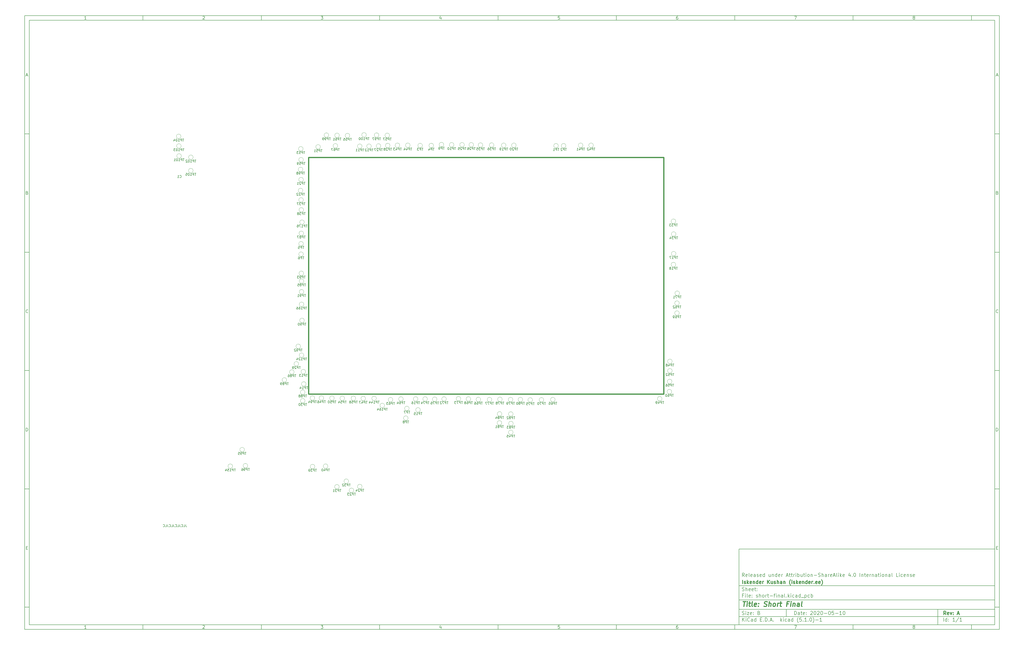
<source format=gbr>
G04 #@! TF.GenerationSoftware,KiCad,Pcbnew,(5.1.0)-1*
G04 #@! TF.CreationDate,2020-05-10T15:52:09-07:00*
G04 #@! TF.ProjectId,short-final,73686f72-742d-4666-996e-616c2e6b6963,A*
G04 #@! TF.SameCoordinates,Original*
G04 #@! TF.FileFunction,Legend,Bot*
G04 #@! TF.FilePolarity,Positive*
%FSLAX46Y46*%
G04 Gerber Fmt 4.6, Leading zero omitted, Abs format (unit mm)*
G04 Created by KiCad (PCBNEW (5.1.0)-1) date 2020-05-10 15:52:09*
%MOMM*%
%LPD*%
G04 APERTURE LIST*
%ADD10C,0.100000*%
%ADD11C,0.150000*%
%ADD12C,0.300000*%
%ADD13C,0.400000*%
%ADD14C,0.500000*%
%ADD15C,0.120000*%
%ADD16C,0.692000*%
%ADD17C,1.602000*%
%ADD18C,0.254000*%
G04 APERTURE END LIST*
D10*
D11*
X311800000Y-235400000D02*
X311800000Y-267400000D01*
X419800000Y-267400000D01*
X419800000Y-235400000D01*
X311800000Y-235400000D01*
D10*
D11*
X10000000Y-10000000D02*
X10000000Y-269400000D01*
X421800000Y-269400000D01*
X421800000Y-10000000D01*
X10000000Y-10000000D01*
D10*
D11*
X12000000Y-12000000D02*
X12000000Y-267400000D01*
X419800000Y-267400000D01*
X419800000Y-12000000D01*
X12000000Y-12000000D01*
D10*
D11*
X60000000Y-12000000D02*
X60000000Y-10000000D01*
D10*
D11*
X110000000Y-12000000D02*
X110000000Y-10000000D01*
D10*
D11*
X160000000Y-12000000D02*
X160000000Y-10000000D01*
D10*
D11*
X210000000Y-12000000D02*
X210000000Y-10000000D01*
D10*
D11*
X260000000Y-12000000D02*
X260000000Y-10000000D01*
D10*
D11*
X310000000Y-12000000D02*
X310000000Y-10000000D01*
D10*
D11*
X360000000Y-12000000D02*
X360000000Y-10000000D01*
D10*
D11*
X410000000Y-12000000D02*
X410000000Y-10000000D01*
D10*
D11*
X36065476Y-11588095D02*
X35322619Y-11588095D01*
X35694047Y-11588095D02*
X35694047Y-10288095D01*
X35570238Y-10473809D01*
X35446428Y-10597619D01*
X35322619Y-10659523D01*
D10*
D11*
X85322619Y-10411904D02*
X85384523Y-10350000D01*
X85508333Y-10288095D01*
X85817857Y-10288095D01*
X85941666Y-10350000D01*
X86003571Y-10411904D01*
X86065476Y-10535714D01*
X86065476Y-10659523D01*
X86003571Y-10845238D01*
X85260714Y-11588095D01*
X86065476Y-11588095D01*
D10*
D11*
X135260714Y-10288095D02*
X136065476Y-10288095D01*
X135632142Y-10783333D01*
X135817857Y-10783333D01*
X135941666Y-10845238D01*
X136003571Y-10907142D01*
X136065476Y-11030952D01*
X136065476Y-11340476D01*
X136003571Y-11464285D01*
X135941666Y-11526190D01*
X135817857Y-11588095D01*
X135446428Y-11588095D01*
X135322619Y-11526190D01*
X135260714Y-11464285D01*
D10*
D11*
X185941666Y-10721428D02*
X185941666Y-11588095D01*
X185632142Y-10226190D02*
X185322619Y-11154761D01*
X186127380Y-11154761D01*
D10*
D11*
X236003571Y-10288095D02*
X235384523Y-10288095D01*
X235322619Y-10907142D01*
X235384523Y-10845238D01*
X235508333Y-10783333D01*
X235817857Y-10783333D01*
X235941666Y-10845238D01*
X236003571Y-10907142D01*
X236065476Y-11030952D01*
X236065476Y-11340476D01*
X236003571Y-11464285D01*
X235941666Y-11526190D01*
X235817857Y-11588095D01*
X235508333Y-11588095D01*
X235384523Y-11526190D01*
X235322619Y-11464285D01*
D10*
D11*
X285941666Y-10288095D02*
X285694047Y-10288095D01*
X285570238Y-10350000D01*
X285508333Y-10411904D01*
X285384523Y-10597619D01*
X285322619Y-10845238D01*
X285322619Y-11340476D01*
X285384523Y-11464285D01*
X285446428Y-11526190D01*
X285570238Y-11588095D01*
X285817857Y-11588095D01*
X285941666Y-11526190D01*
X286003571Y-11464285D01*
X286065476Y-11340476D01*
X286065476Y-11030952D01*
X286003571Y-10907142D01*
X285941666Y-10845238D01*
X285817857Y-10783333D01*
X285570238Y-10783333D01*
X285446428Y-10845238D01*
X285384523Y-10907142D01*
X285322619Y-11030952D01*
D10*
D11*
X335260714Y-10288095D02*
X336127380Y-10288095D01*
X335570238Y-11588095D01*
D10*
D11*
X385570238Y-10845238D02*
X385446428Y-10783333D01*
X385384523Y-10721428D01*
X385322619Y-10597619D01*
X385322619Y-10535714D01*
X385384523Y-10411904D01*
X385446428Y-10350000D01*
X385570238Y-10288095D01*
X385817857Y-10288095D01*
X385941666Y-10350000D01*
X386003571Y-10411904D01*
X386065476Y-10535714D01*
X386065476Y-10597619D01*
X386003571Y-10721428D01*
X385941666Y-10783333D01*
X385817857Y-10845238D01*
X385570238Y-10845238D01*
X385446428Y-10907142D01*
X385384523Y-10969047D01*
X385322619Y-11092857D01*
X385322619Y-11340476D01*
X385384523Y-11464285D01*
X385446428Y-11526190D01*
X385570238Y-11588095D01*
X385817857Y-11588095D01*
X385941666Y-11526190D01*
X386003571Y-11464285D01*
X386065476Y-11340476D01*
X386065476Y-11092857D01*
X386003571Y-10969047D01*
X385941666Y-10907142D01*
X385817857Y-10845238D01*
D10*
D11*
X60000000Y-267400000D02*
X60000000Y-269400000D01*
D10*
D11*
X110000000Y-267400000D02*
X110000000Y-269400000D01*
D10*
D11*
X160000000Y-267400000D02*
X160000000Y-269400000D01*
D10*
D11*
X210000000Y-267400000D02*
X210000000Y-269400000D01*
D10*
D11*
X260000000Y-267400000D02*
X260000000Y-269400000D01*
D10*
D11*
X310000000Y-267400000D02*
X310000000Y-269400000D01*
D10*
D11*
X360000000Y-267400000D02*
X360000000Y-269400000D01*
D10*
D11*
X410000000Y-267400000D02*
X410000000Y-269400000D01*
D10*
D11*
X36065476Y-268988095D02*
X35322619Y-268988095D01*
X35694047Y-268988095D02*
X35694047Y-267688095D01*
X35570238Y-267873809D01*
X35446428Y-267997619D01*
X35322619Y-268059523D01*
D10*
D11*
X85322619Y-267811904D02*
X85384523Y-267750000D01*
X85508333Y-267688095D01*
X85817857Y-267688095D01*
X85941666Y-267750000D01*
X86003571Y-267811904D01*
X86065476Y-267935714D01*
X86065476Y-268059523D01*
X86003571Y-268245238D01*
X85260714Y-268988095D01*
X86065476Y-268988095D01*
D10*
D11*
X135260714Y-267688095D02*
X136065476Y-267688095D01*
X135632142Y-268183333D01*
X135817857Y-268183333D01*
X135941666Y-268245238D01*
X136003571Y-268307142D01*
X136065476Y-268430952D01*
X136065476Y-268740476D01*
X136003571Y-268864285D01*
X135941666Y-268926190D01*
X135817857Y-268988095D01*
X135446428Y-268988095D01*
X135322619Y-268926190D01*
X135260714Y-268864285D01*
D10*
D11*
X185941666Y-268121428D02*
X185941666Y-268988095D01*
X185632142Y-267626190D02*
X185322619Y-268554761D01*
X186127380Y-268554761D01*
D10*
D11*
X236003571Y-267688095D02*
X235384523Y-267688095D01*
X235322619Y-268307142D01*
X235384523Y-268245238D01*
X235508333Y-268183333D01*
X235817857Y-268183333D01*
X235941666Y-268245238D01*
X236003571Y-268307142D01*
X236065476Y-268430952D01*
X236065476Y-268740476D01*
X236003571Y-268864285D01*
X235941666Y-268926190D01*
X235817857Y-268988095D01*
X235508333Y-268988095D01*
X235384523Y-268926190D01*
X235322619Y-268864285D01*
D10*
D11*
X285941666Y-267688095D02*
X285694047Y-267688095D01*
X285570238Y-267750000D01*
X285508333Y-267811904D01*
X285384523Y-267997619D01*
X285322619Y-268245238D01*
X285322619Y-268740476D01*
X285384523Y-268864285D01*
X285446428Y-268926190D01*
X285570238Y-268988095D01*
X285817857Y-268988095D01*
X285941666Y-268926190D01*
X286003571Y-268864285D01*
X286065476Y-268740476D01*
X286065476Y-268430952D01*
X286003571Y-268307142D01*
X285941666Y-268245238D01*
X285817857Y-268183333D01*
X285570238Y-268183333D01*
X285446428Y-268245238D01*
X285384523Y-268307142D01*
X285322619Y-268430952D01*
D10*
D11*
X335260714Y-267688095D02*
X336127380Y-267688095D01*
X335570238Y-268988095D01*
D10*
D11*
X385570238Y-268245238D02*
X385446428Y-268183333D01*
X385384523Y-268121428D01*
X385322619Y-267997619D01*
X385322619Y-267935714D01*
X385384523Y-267811904D01*
X385446428Y-267750000D01*
X385570238Y-267688095D01*
X385817857Y-267688095D01*
X385941666Y-267750000D01*
X386003571Y-267811904D01*
X386065476Y-267935714D01*
X386065476Y-267997619D01*
X386003571Y-268121428D01*
X385941666Y-268183333D01*
X385817857Y-268245238D01*
X385570238Y-268245238D01*
X385446428Y-268307142D01*
X385384523Y-268369047D01*
X385322619Y-268492857D01*
X385322619Y-268740476D01*
X385384523Y-268864285D01*
X385446428Y-268926190D01*
X385570238Y-268988095D01*
X385817857Y-268988095D01*
X385941666Y-268926190D01*
X386003571Y-268864285D01*
X386065476Y-268740476D01*
X386065476Y-268492857D01*
X386003571Y-268369047D01*
X385941666Y-268307142D01*
X385817857Y-268245238D01*
D10*
D11*
X10000000Y-60000000D02*
X12000000Y-60000000D01*
D10*
D11*
X10000000Y-110000000D02*
X12000000Y-110000000D01*
D10*
D11*
X10000000Y-160000000D02*
X12000000Y-160000000D01*
D10*
D11*
X10000000Y-210000000D02*
X12000000Y-210000000D01*
D10*
D11*
X10000000Y-260000000D02*
X12000000Y-260000000D01*
D10*
D11*
X10690476Y-35216666D02*
X11309523Y-35216666D01*
X10566666Y-35588095D02*
X11000000Y-34288095D01*
X11433333Y-35588095D01*
D10*
D11*
X11092857Y-84907142D02*
X11278571Y-84969047D01*
X11340476Y-85030952D01*
X11402380Y-85154761D01*
X11402380Y-85340476D01*
X11340476Y-85464285D01*
X11278571Y-85526190D01*
X11154761Y-85588095D01*
X10659523Y-85588095D01*
X10659523Y-84288095D01*
X11092857Y-84288095D01*
X11216666Y-84350000D01*
X11278571Y-84411904D01*
X11340476Y-84535714D01*
X11340476Y-84659523D01*
X11278571Y-84783333D01*
X11216666Y-84845238D01*
X11092857Y-84907142D01*
X10659523Y-84907142D01*
D10*
D11*
X11402380Y-135464285D02*
X11340476Y-135526190D01*
X11154761Y-135588095D01*
X11030952Y-135588095D01*
X10845238Y-135526190D01*
X10721428Y-135402380D01*
X10659523Y-135278571D01*
X10597619Y-135030952D01*
X10597619Y-134845238D01*
X10659523Y-134597619D01*
X10721428Y-134473809D01*
X10845238Y-134350000D01*
X11030952Y-134288095D01*
X11154761Y-134288095D01*
X11340476Y-134350000D01*
X11402380Y-134411904D01*
D10*
D11*
X10659523Y-185588095D02*
X10659523Y-184288095D01*
X10969047Y-184288095D01*
X11154761Y-184350000D01*
X11278571Y-184473809D01*
X11340476Y-184597619D01*
X11402380Y-184845238D01*
X11402380Y-185030952D01*
X11340476Y-185278571D01*
X11278571Y-185402380D01*
X11154761Y-185526190D01*
X10969047Y-185588095D01*
X10659523Y-185588095D01*
D10*
D11*
X10721428Y-234907142D02*
X11154761Y-234907142D01*
X11340476Y-235588095D02*
X10721428Y-235588095D01*
X10721428Y-234288095D01*
X11340476Y-234288095D01*
D10*
D11*
X421800000Y-60000000D02*
X419800000Y-60000000D01*
D10*
D11*
X421800000Y-110000000D02*
X419800000Y-110000000D01*
D10*
D11*
X421800000Y-160000000D02*
X419800000Y-160000000D01*
D10*
D11*
X421800000Y-210000000D02*
X419800000Y-210000000D01*
D10*
D11*
X421800000Y-260000000D02*
X419800000Y-260000000D01*
D10*
D11*
X420490476Y-35216666D02*
X421109523Y-35216666D01*
X420366666Y-35588095D02*
X420800000Y-34288095D01*
X421233333Y-35588095D01*
D10*
D11*
X420892857Y-84907142D02*
X421078571Y-84969047D01*
X421140476Y-85030952D01*
X421202380Y-85154761D01*
X421202380Y-85340476D01*
X421140476Y-85464285D01*
X421078571Y-85526190D01*
X420954761Y-85588095D01*
X420459523Y-85588095D01*
X420459523Y-84288095D01*
X420892857Y-84288095D01*
X421016666Y-84350000D01*
X421078571Y-84411904D01*
X421140476Y-84535714D01*
X421140476Y-84659523D01*
X421078571Y-84783333D01*
X421016666Y-84845238D01*
X420892857Y-84907142D01*
X420459523Y-84907142D01*
D10*
D11*
X421202380Y-135464285D02*
X421140476Y-135526190D01*
X420954761Y-135588095D01*
X420830952Y-135588095D01*
X420645238Y-135526190D01*
X420521428Y-135402380D01*
X420459523Y-135278571D01*
X420397619Y-135030952D01*
X420397619Y-134845238D01*
X420459523Y-134597619D01*
X420521428Y-134473809D01*
X420645238Y-134350000D01*
X420830952Y-134288095D01*
X420954761Y-134288095D01*
X421140476Y-134350000D01*
X421202380Y-134411904D01*
D10*
D11*
X420459523Y-185588095D02*
X420459523Y-184288095D01*
X420769047Y-184288095D01*
X420954761Y-184350000D01*
X421078571Y-184473809D01*
X421140476Y-184597619D01*
X421202380Y-184845238D01*
X421202380Y-185030952D01*
X421140476Y-185278571D01*
X421078571Y-185402380D01*
X420954761Y-185526190D01*
X420769047Y-185588095D01*
X420459523Y-185588095D01*
D10*
D11*
X420521428Y-234907142D02*
X420954761Y-234907142D01*
X421140476Y-235588095D02*
X420521428Y-235588095D01*
X420521428Y-234288095D01*
X421140476Y-234288095D01*
D10*
D11*
X335232142Y-263178571D02*
X335232142Y-261678571D01*
X335589285Y-261678571D01*
X335803571Y-261750000D01*
X335946428Y-261892857D01*
X336017857Y-262035714D01*
X336089285Y-262321428D01*
X336089285Y-262535714D01*
X336017857Y-262821428D01*
X335946428Y-262964285D01*
X335803571Y-263107142D01*
X335589285Y-263178571D01*
X335232142Y-263178571D01*
X337375000Y-263178571D02*
X337375000Y-262392857D01*
X337303571Y-262250000D01*
X337160714Y-262178571D01*
X336875000Y-262178571D01*
X336732142Y-262250000D01*
X337375000Y-263107142D02*
X337232142Y-263178571D01*
X336875000Y-263178571D01*
X336732142Y-263107142D01*
X336660714Y-262964285D01*
X336660714Y-262821428D01*
X336732142Y-262678571D01*
X336875000Y-262607142D01*
X337232142Y-262607142D01*
X337375000Y-262535714D01*
X337875000Y-262178571D02*
X338446428Y-262178571D01*
X338089285Y-261678571D02*
X338089285Y-262964285D01*
X338160714Y-263107142D01*
X338303571Y-263178571D01*
X338446428Y-263178571D01*
X339517857Y-263107142D02*
X339375000Y-263178571D01*
X339089285Y-263178571D01*
X338946428Y-263107142D01*
X338875000Y-262964285D01*
X338875000Y-262392857D01*
X338946428Y-262250000D01*
X339089285Y-262178571D01*
X339375000Y-262178571D01*
X339517857Y-262250000D01*
X339589285Y-262392857D01*
X339589285Y-262535714D01*
X338875000Y-262678571D01*
X340232142Y-263035714D02*
X340303571Y-263107142D01*
X340232142Y-263178571D01*
X340160714Y-263107142D01*
X340232142Y-263035714D01*
X340232142Y-263178571D01*
X340232142Y-262250000D02*
X340303571Y-262321428D01*
X340232142Y-262392857D01*
X340160714Y-262321428D01*
X340232142Y-262250000D01*
X340232142Y-262392857D01*
X342017857Y-261821428D02*
X342089285Y-261750000D01*
X342232142Y-261678571D01*
X342589285Y-261678571D01*
X342732142Y-261750000D01*
X342803571Y-261821428D01*
X342875000Y-261964285D01*
X342875000Y-262107142D01*
X342803571Y-262321428D01*
X341946428Y-263178571D01*
X342875000Y-263178571D01*
X343803571Y-261678571D02*
X343946428Y-261678571D01*
X344089285Y-261750000D01*
X344160714Y-261821428D01*
X344232142Y-261964285D01*
X344303571Y-262250000D01*
X344303571Y-262607142D01*
X344232142Y-262892857D01*
X344160714Y-263035714D01*
X344089285Y-263107142D01*
X343946428Y-263178571D01*
X343803571Y-263178571D01*
X343660714Y-263107142D01*
X343589285Y-263035714D01*
X343517857Y-262892857D01*
X343446428Y-262607142D01*
X343446428Y-262250000D01*
X343517857Y-261964285D01*
X343589285Y-261821428D01*
X343660714Y-261750000D01*
X343803571Y-261678571D01*
X344875000Y-261821428D02*
X344946428Y-261750000D01*
X345089285Y-261678571D01*
X345446428Y-261678571D01*
X345589285Y-261750000D01*
X345660714Y-261821428D01*
X345732142Y-261964285D01*
X345732142Y-262107142D01*
X345660714Y-262321428D01*
X344803571Y-263178571D01*
X345732142Y-263178571D01*
X346660714Y-261678571D02*
X346803571Y-261678571D01*
X346946428Y-261750000D01*
X347017857Y-261821428D01*
X347089285Y-261964285D01*
X347160714Y-262250000D01*
X347160714Y-262607142D01*
X347089285Y-262892857D01*
X347017857Y-263035714D01*
X346946428Y-263107142D01*
X346803571Y-263178571D01*
X346660714Y-263178571D01*
X346517857Y-263107142D01*
X346446428Y-263035714D01*
X346375000Y-262892857D01*
X346303571Y-262607142D01*
X346303571Y-262250000D01*
X346375000Y-261964285D01*
X346446428Y-261821428D01*
X346517857Y-261750000D01*
X346660714Y-261678571D01*
X347803571Y-262607142D02*
X348946428Y-262607142D01*
X349946428Y-261678571D02*
X350089285Y-261678571D01*
X350232142Y-261750000D01*
X350303571Y-261821428D01*
X350375000Y-261964285D01*
X350446428Y-262250000D01*
X350446428Y-262607142D01*
X350375000Y-262892857D01*
X350303571Y-263035714D01*
X350232142Y-263107142D01*
X350089285Y-263178571D01*
X349946428Y-263178571D01*
X349803571Y-263107142D01*
X349732142Y-263035714D01*
X349660714Y-262892857D01*
X349589285Y-262607142D01*
X349589285Y-262250000D01*
X349660714Y-261964285D01*
X349732142Y-261821428D01*
X349803571Y-261750000D01*
X349946428Y-261678571D01*
X351803571Y-261678571D02*
X351089285Y-261678571D01*
X351017857Y-262392857D01*
X351089285Y-262321428D01*
X351232142Y-262250000D01*
X351589285Y-262250000D01*
X351732142Y-262321428D01*
X351803571Y-262392857D01*
X351875000Y-262535714D01*
X351875000Y-262892857D01*
X351803571Y-263035714D01*
X351732142Y-263107142D01*
X351589285Y-263178571D01*
X351232142Y-263178571D01*
X351089285Y-263107142D01*
X351017857Y-263035714D01*
X352517857Y-262607142D02*
X353660714Y-262607142D01*
X355160714Y-263178571D02*
X354303571Y-263178571D01*
X354732142Y-263178571D02*
X354732142Y-261678571D01*
X354589285Y-261892857D01*
X354446428Y-262035714D01*
X354303571Y-262107142D01*
X356089285Y-261678571D02*
X356232142Y-261678571D01*
X356375000Y-261750000D01*
X356446428Y-261821428D01*
X356517857Y-261964285D01*
X356589285Y-262250000D01*
X356589285Y-262607142D01*
X356517857Y-262892857D01*
X356446428Y-263035714D01*
X356375000Y-263107142D01*
X356232142Y-263178571D01*
X356089285Y-263178571D01*
X355946428Y-263107142D01*
X355875000Y-263035714D01*
X355803571Y-262892857D01*
X355732142Y-262607142D01*
X355732142Y-262250000D01*
X355803571Y-261964285D01*
X355875000Y-261821428D01*
X355946428Y-261750000D01*
X356089285Y-261678571D01*
D10*
D11*
X311800000Y-263900000D02*
X419800000Y-263900000D01*
D10*
D11*
X313232142Y-265978571D02*
X313232142Y-264478571D01*
X314089285Y-265978571D02*
X313446428Y-265121428D01*
X314089285Y-264478571D02*
X313232142Y-265335714D01*
X314732142Y-265978571D02*
X314732142Y-264978571D01*
X314732142Y-264478571D02*
X314660714Y-264550000D01*
X314732142Y-264621428D01*
X314803571Y-264550000D01*
X314732142Y-264478571D01*
X314732142Y-264621428D01*
X316303571Y-265835714D02*
X316232142Y-265907142D01*
X316017857Y-265978571D01*
X315875000Y-265978571D01*
X315660714Y-265907142D01*
X315517857Y-265764285D01*
X315446428Y-265621428D01*
X315375000Y-265335714D01*
X315375000Y-265121428D01*
X315446428Y-264835714D01*
X315517857Y-264692857D01*
X315660714Y-264550000D01*
X315875000Y-264478571D01*
X316017857Y-264478571D01*
X316232142Y-264550000D01*
X316303571Y-264621428D01*
X317589285Y-265978571D02*
X317589285Y-265192857D01*
X317517857Y-265050000D01*
X317375000Y-264978571D01*
X317089285Y-264978571D01*
X316946428Y-265050000D01*
X317589285Y-265907142D02*
X317446428Y-265978571D01*
X317089285Y-265978571D01*
X316946428Y-265907142D01*
X316875000Y-265764285D01*
X316875000Y-265621428D01*
X316946428Y-265478571D01*
X317089285Y-265407142D01*
X317446428Y-265407142D01*
X317589285Y-265335714D01*
X318946428Y-265978571D02*
X318946428Y-264478571D01*
X318946428Y-265907142D02*
X318803571Y-265978571D01*
X318517857Y-265978571D01*
X318375000Y-265907142D01*
X318303571Y-265835714D01*
X318232142Y-265692857D01*
X318232142Y-265264285D01*
X318303571Y-265121428D01*
X318375000Y-265050000D01*
X318517857Y-264978571D01*
X318803571Y-264978571D01*
X318946428Y-265050000D01*
X320803571Y-265192857D02*
X321303571Y-265192857D01*
X321517857Y-265978571D02*
X320803571Y-265978571D01*
X320803571Y-264478571D01*
X321517857Y-264478571D01*
X322160714Y-265835714D02*
X322232142Y-265907142D01*
X322160714Y-265978571D01*
X322089285Y-265907142D01*
X322160714Y-265835714D01*
X322160714Y-265978571D01*
X322875000Y-265978571D02*
X322875000Y-264478571D01*
X323232142Y-264478571D01*
X323446428Y-264550000D01*
X323589285Y-264692857D01*
X323660714Y-264835714D01*
X323732142Y-265121428D01*
X323732142Y-265335714D01*
X323660714Y-265621428D01*
X323589285Y-265764285D01*
X323446428Y-265907142D01*
X323232142Y-265978571D01*
X322875000Y-265978571D01*
X324375000Y-265835714D02*
X324446428Y-265907142D01*
X324375000Y-265978571D01*
X324303571Y-265907142D01*
X324375000Y-265835714D01*
X324375000Y-265978571D01*
X325017857Y-265550000D02*
X325732142Y-265550000D01*
X324875000Y-265978571D02*
X325375000Y-264478571D01*
X325875000Y-265978571D01*
X326375000Y-265835714D02*
X326446428Y-265907142D01*
X326375000Y-265978571D01*
X326303571Y-265907142D01*
X326375000Y-265835714D01*
X326375000Y-265978571D01*
X329375000Y-265978571D02*
X329375000Y-264478571D01*
X329517857Y-265407142D02*
X329946428Y-265978571D01*
X329946428Y-264978571D02*
X329375000Y-265550000D01*
X330589285Y-265978571D02*
X330589285Y-264978571D01*
X330589285Y-264478571D02*
X330517857Y-264550000D01*
X330589285Y-264621428D01*
X330660714Y-264550000D01*
X330589285Y-264478571D01*
X330589285Y-264621428D01*
X331946428Y-265907142D02*
X331803571Y-265978571D01*
X331517857Y-265978571D01*
X331375000Y-265907142D01*
X331303571Y-265835714D01*
X331232142Y-265692857D01*
X331232142Y-265264285D01*
X331303571Y-265121428D01*
X331375000Y-265050000D01*
X331517857Y-264978571D01*
X331803571Y-264978571D01*
X331946428Y-265050000D01*
X333232142Y-265978571D02*
X333232142Y-265192857D01*
X333160714Y-265050000D01*
X333017857Y-264978571D01*
X332732142Y-264978571D01*
X332589285Y-265050000D01*
X333232142Y-265907142D02*
X333089285Y-265978571D01*
X332732142Y-265978571D01*
X332589285Y-265907142D01*
X332517857Y-265764285D01*
X332517857Y-265621428D01*
X332589285Y-265478571D01*
X332732142Y-265407142D01*
X333089285Y-265407142D01*
X333232142Y-265335714D01*
X334589285Y-265978571D02*
X334589285Y-264478571D01*
X334589285Y-265907142D02*
X334446428Y-265978571D01*
X334160714Y-265978571D01*
X334017857Y-265907142D01*
X333946428Y-265835714D01*
X333875000Y-265692857D01*
X333875000Y-265264285D01*
X333946428Y-265121428D01*
X334017857Y-265050000D01*
X334160714Y-264978571D01*
X334446428Y-264978571D01*
X334589285Y-265050000D01*
X336875000Y-266550000D02*
X336803571Y-266478571D01*
X336660714Y-266264285D01*
X336589285Y-266121428D01*
X336517857Y-265907142D01*
X336446428Y-265550000D01*
X336446428Y-265264285D01*
X336517857Y-264907142D01*
X336589285Y-264692857D01*
X336660714Y-264550000D01*
X336803571Y-264335714D01*
X336875000Y-264264285D01*
X338160714Y-264478571D02*
X337446428Y-264478571D01*
X337375000Y-265192857D01*
X337446428Y-265121428D01*
X337589285Y-265050000D01*
X337946428Y-265050000D01*
X338089285Y-265121428D01*
X338160714Y-265192857D01*
X338232142Y-265335714D01*
X338232142Y-265692857D01*
X338160714Y-265835714D01*
X338089285Y-265907142D01*
X337946428Y-265978571D01*
X337589285Y-265978571D01*
X337446428Y-265907142D01*
X337375000Y-265835714D01*
X338875000Y-265835714D02*
X338946428Y-265907142D01*
X338875000Y-265978571D01*
X338803571Y-265907142D01*
X338875000Y-265835714D01*
X338875000Y-265978571D01*
X340375000Y-265978571D02*
X339517857Y-265978571D01*
X339946428Y-265978571D02*
X339946428Y-264478571D01*
X339803571Y-264692857D01*
X339660714Y-264835714D01*
X339517857Y-264907142D01*
X341017857Y-265835714D02*
X341089285Y-265907142D01*
X341017857Y-265978571D01*
X340946428Y-265907142D01*
X341017857Y-265835714D01*
X341017857Y-265978571D01*
X342017857Y-264478571D02*
X342160714Y-264478571D01*
X342303571Y-264550000D01*
X342375000Y-264621428D01*
X342446428Y-264764285D01*
X342517857Y-265050000D01*
X342517857Y-265407142D01*
X342446428Y-265692857D01*
X342375000Y-265835714D01*
X342303571Y-265907142D01*
X342160714Y-265978571D01*
X342017857Y-265978571D01*
X341875000Y-265907142D01*
X341803571Y-265835714D01*
X341732142Y-265692857D01*
X341660714Y-265407142D01*
X341660714Y-265050000D01*
X341732142Y-264764285D01*
X341803571Y-264621428D01*
X341875000Y-264550000D01*
X342017857Y-264478571D01*
X343017857Y-266550000D02*
X343089285Y-266478571D01*
X343232142Y-266264285D01*
X343303571Y-266121428D01*
X343375000Y-265907142D01*
X343446428Y-265550000D01*
X343446428Y-265264285D01*
X343375000Y-264907142D01*
X343303571Y-264692857D01*
X343232142Y-264550000D01*
X343089285Y-264335714D01*
X343017857Y-264264285D01*
X344160714Y-265407142D02*
X345303571Y-265407142D01*
X346803571Y-265978571D02*
X345946428Y-265978571D01*
X346375000Y-265978571D02*
X346375000Y-264478571D01*
X346232142Y-264692857D01*
X346089285Y-264835714D01*
X345946428Y-264907142D01*
D10*
D11*
X311800000Y-260900000D02*
X419800000Y-260900000D01*
D10*
D12*
X399209285Y-263178571D02*
X398709285Y-262464285D01*
X398352142Y-263178571D02*
X398352142Y-261678571D01*
X398923571Y-261678571D01*
X399066428Y-261750000D01*
X399137857Y-261821428D01*
X399209285Y-261964285D01*
X399209285Y-262178571D01*
X399137857Y-262321428D01*
X399066428Y-262392857D01*
X398923571Y-262464285D01*
X398352142Y-262464285D01*
X400423571Y-263107142D02*
X400280714Y-263178571D01*
X399995000Y-263178571D01*
X399852142Y-263107142D01*
X399780714Y-262964285D01*
X399780714Y-262392857D01*
X399852142Y-262250000D01*
X399995000Y-262178571D01*
X400280714Y-262178571D01*
X400423571Y-262250000D01*
X400495000Y-262392857D01*
X400495000Y-262535714D01*
X399780714Y-262678571D01*
X400995000Y-262178571D02*
X401352142Y-263178571D01*
X401709285Y-262178571D01*
X402280714Y-263035714D02*
X402352142Y-263107142D01*
X402280714Y-263178571D01*
X402209285Y-263107142D01*
X402280714Y-263035714D01*
X402280714Y-263178571D01*
X402280714Y-262250000D02*
X402352142Y-262321428D01*
X402280714Y-262392857D01*
X402209285Y-262321428D01*
X402280714Y-262250000D01*
X402280714Y-262392857D01*
X404066428Y-262750000D02*
X404780714Y-262750000D01*
X403923571Y-263178571D02*
X404423571Y-261678571D01*
X404923571Y-263178571D01*
D10*
D11*
X313160714Y-263107142D02*
X313375000Y-263178571D01*
X313732142Y-263178571D01*
X313875000Y-263107142D01*
X313946428Y-263035714D01*
X314017857Y-262892857D01*
X314017857Y-262750000D01*
X313946428Y-262607142D01*
X313875000Y-262535714D01*
X313732142Y-262464285D01*
X313446428Y-262392857D01*
X313303571Y-262321428D01*
X313232142Y-262250000D01*
X313160714Y-262107142D01*
X313160714Y-261964285D01*
X313232142Y-261821428D01*
X313303571Y-261750000D01*
X313446428Y-261678571D01*
X313803571Y-261678571D01*
X314017857Y-261750000D01*
X314660714Y-263178571D02*
X314660714Y-262178571D01*
X314660714Y-261678571D02*
X314589285Y-261750000D01*
X314660714Y-261821428D01*
X314732142Y-261750000D01*
X314660714Y-261678571D01*
X314660714Y-261821428D01*
X315232142Y-262178571D02*
X316017857Y-262178571D01*
X315232142Y-263178571D01*
X316017857Y-263178571D01*
X317160714Y-263107142D02*
X317017857Y-263178571D01*
X316732142Y-263178571D01*
X316589285Y-263107142D01*
X316517857Y-262964285D01*
X316517857Y-262392857D01*
X316589285Y-262250000D01*
X316732142Y-262178571D01*
X317017857Y-262178571D01*
X317160714Y-262250000D01*
X317232142Y-262392857D01*
X317232142Y-262535714D01*
X316517857Y-262678571D01*
X317875000Y-263035714D02*
X317946428Y-263107142D01*
X317875000Y-263178571D01*
X317803571Y-263107142D01*
X317875000Y-263035714D01*
X317875000Y-263178571D01*
X317875000Y-262250000D02*
X317946428Y-262321428D01*
X317875000Y-262392857D01*
X317803571Y-262321428D01*
X317875000Y-262250000D01*
X317875000Y-262392857D01*
X320232142Y-262392857D02*
X320446428Y-262464285D01*
X320517857Y-262535714D01*
X320589285Y-262678571D01*
X320589285Y-262892857D01*
X320517857Y-263035714D01*
X320446428Y-263107142D01*
X320303571Y-263178571D01*
X319732142Y-263178571D01*
X319732142Y-261678571D01*
X320232142Y-261678571D01*
X320375000Y-261750000D01*
X320446428Y-261821428D01*
X320517857Y-261964285D01*
X320517857Y-262107142D01*
X320446428Y-262250000D01*
X320375000Y-262321428D01*
X320232142Y-262392857D01*
X319732142Y-262392857D01*
D10*
D11*
X398232142Y-265978571D02*
X398232142Y-264478571D01*
X399589285Y-265978571D02*
X399589285Y-264478571D01*
X399589285Y-265907142D02*
X399446428Y-265978571D01*
X399160714Y-265978571D01*
X399017857Y-265907142D01*
X398946428Y-265835714D01*
X398875000Y-265692857D01*
X398875000Y-265264285D01*
X398946428Y-265121428D01*
X399017857Y-265050000D01*
X399160714Y-264978571D01*
X399446428Y-264978571D01*
X399589285Y-265050000D01*
X400303571Y-265835714D02*
X400375000Y-265907142D01*
X400303571Y-265978571D01*
X400232142Y-265907142D01*
X400303571Y-265835714D01*
X400303571Y-265978571D01*
X400303571Y-265050000D02*
X400375000Y-265121428D01*
X400303571Y-265192857D01*
X400232142Y-265121428D01*
X400303571Y-265050000D01*
X400303571Y-265192857D01*
X402946428Y-265978571D02*
X402089285Y-265978571D01*
X402517857Y-265978571D02*
X402517857Y-264478571D01*
X402375000Y-264692857D01*
X402232142Y-264835714D01*
X402089285Y-264907142D01*
X404660714Y-264407142D02*
X403375000Y-266335714D01*
X405946428Y-265978571D02*
X405089285Y-265978571D01*
X405517857Y-265978571D02*
X405517857Y-264478571D01*
X405375000Y-264692857D01*
X405232142Y-264835714D01*
X405089285Y-264907142D01*
D10*
D11*
X311800000Y-256900000D02*
X419800000Y-256900000D01*
D10*
D13*
X313512380Y-257604761D02*
X314655238Y-257604761D01*
X313833809Y-259604761D02*
X314083809Y-257604761D01*
X315071904Y-259604761D02*
X315238571Y-258271428D01*
X315321904Y-257604761D02*
X315214761Y-257700000D01*
X315298095Y-257795238D01*
X315405238Y-257700000D01*
X315321904Y-257604761D01*
X315298095Y-257795238D01*
X315905238Y-258271428D02*
X316667142Y-258271428D01*
X316274285Y-257604761D02*
X316060000Y-259319047D01*
X316131428Y-259509523D01*
X316310000Y-259604761D01*
X316500476Y-259604761D01*
X317452857Y-259604761D02*
X317274285Y-259509523D01*
X317202857Y-259319047D01*
X317417142Y-257604761D01*
X318988571Y-259509523D02*
X318786190Y-259604761D01*
X318405238Y-259604761D01*
X318226666Y-259509523D01*
X318155238Y-259319047D01*
X318250476Y-258557142D01*
X318369523Y-258366666D01*
X318571904Y-258271428D01*
X318952857Y-258271428D01*
X319131428Y-258366666D01*
X319202857Y-258557142D01*
X319179047Y-258747619D01*
X318202857Y-258938095D01*
X319952857Y-259414285D02*
X320036190Y-259509523D01*
X319929047Y-259604761D01*
X319845714Y-259509523D01*
X319952857Y-259414285D01*
X319929047Y-259604761D01*
X320083809Y-258366666D02*
X320167142Y-258461904D01*
X320060000Y-258557142D01*
X319976666Y-258461904D01*
X320083809Y-258366666D01*
X320060000Y-258557142D01*
X322321904Y-259509523D02*
X322595714Y-259604761D01*
X323071904Y-259604761D01*
X323274285Y-259509523D01*
X323381428Y-259414285D01*
X323500476Y-259223809D01*
X323524285Y-259033333D01*
X323452857Y-258842857D01*
X323369523Y-258747619D01*
X323190952Y-258652380D01*
X322821904Y-258557142D01*
X322643333Y-258461904D01*
X322560000Y-258366666D01*
X322488571Y-258176190D01*
X322512380Y-257985714D01*
X322631428Y-257795238D01*
X322738571Y-257700000D01*
X322940952Y-257604761D01*
X323417142Y-257604761D01*
X323690952Y-257700000D01*
X324310000Y-259604761D02*
X324560000Y-257604761D01*
X325167142Y-259604761D02*
X325298095Y-258557142D01*
X325226666Y-258366666D01*
X325048095Y-258271428D01*
X324762380Y-258271428D01*
X324560000Y-258366666D01*
X324452857Y-258461904D01*
X326405238Y-259604761D02*
X326226666Y-259509523D01*
X326143333Y-259414285D01*
X326071904Y-259223809D01*
X326143333Y-258652380D01*
X326262380Y-258461904D01*
X326369523Y-258366666D01*
X326571904Y-258271428D01*
X326857619Y-258271428D01*
X327036190Y-258366666D01*
X327119523Y-258461904D01*
X327190952Y-258652380D01*
X327119523Y-259223809D01*
X327000476Y-259414285D01*
X326893333Y-259509523D01*
X326690952Y-259604761D01*
X326405238Y-259604761D01*
X327929047Y-259604761D02*
X328095714Y-258271428D01*
X328048095Y-258652380D02*
X328167142Y-258461904D01*
X328274285Y-258366666D01*
X328476666Y-258271428D01*
X328667142Y-258271428D01*
X329048095Y-258271428D02*
X329810000Y-258271428D01*
X329417142Y-257604761D02*
X329202857Y-259319047D01*
X329274285Y-259509523D01*
X329452857Y-259604761D01*
X329643333Y-259604761D01*
X332631428Y-258557142D02*
X331964761Y-258557142D01*
X331833809Y-259604761D02*
X332083809Y-257604761D01*
X333036190Y-257604761D01*
X333548095Y-259604761D02*
X333714761Y-258271428D01*
X333798095Y-257604761D02*
X333690952Y-257700000D01*
X333774285Y-257795238D01*
X333881428Y-257700000D01*
X333798095Y-257604761D01*
X333774285Y-257795238D01*
X334667142Y-258271428D02*
X334500476Y-259604761D01*
X334643333Y-258461904D02*
X334750476Y-258366666D01*
X334952857Y-258271428D01*
X335238571Y-258271428D01*
X335417142Y-258366666D01*
X335488571Y-258557142D01*
X335357619Y-259604761D01*
X337167142Y-259604761D02*
X337298095Y-258557142D01*
X337226666Y-258366666D01*
X337048095Y-258271428D01*
X336667142Y-258271428D01*
X336464761Y-258366666D01*
X337179047Y-259509523D02*
X336976666Y-259604761D01*
X336500476Y-259604761D01*
X336321904Y-259509523D01*
X336250476Y-259319047D01*
X336274285Y-259128571D01*
X336393333Y-258938095D01*
X336595714Y-258842857D01*
X337071904Y-258842857D01*
X337274285Y-258747619D01*
X338405238Y-259604761D02*
X338226666Y-259509523D01*
X338155238Y-259319047D01*
X338369523Y-257604761D01*
D10*
D11*
X313732142Y-254992857D02*
X313232142Y-254992857D01*
X313232142Y-255778571D02*
X313232142Y-254278571D01*
X313946428Y-254278571D01*
X314517857Y-255778571D02*
X314517857Y-254778571D01*
X314517857Y-254278571D02*
X314446428Y-254350000D01*
X314517857Y-254421428D01*
X314589285Y-254350000D01*
X314517857Y-254278571D01*
X314517857Y-254421428D01*
X315446428Y-255778571D02*
X315303571Y-255707142D01*
X315232142Y-255564285D01*
X315232142Y-254278571D01*
X316589285Y-255707142D02*
X316446428Y-255778571D01*
X316160714Y-255778571D01*
X316017857Y-255707142D01*
X315946428Y-255564285D01*
X315946428Y-254992857D01*
X316017857Y-254850000D01*
X316160714Y-254778571D01*
X316446428Y-254778571D01*
X316589285Y-254850000D01*
X316660714Y-254992857D01*
X316660714Y-255135714D01*
X315946428Y-255278571D01*
X317303571Y-255635714D02*
X317375000Y-255707142D01*
X317303571Y-255778571D01*
X317232142Y-255707142D01*
X317303571Y-255635714D01*
X317303571Y-255778571D01*
X317303571Y-254850000D02*
X317375000Y-254921428D01*
X317303571Y-254992857D01*
X317232142Y-254921428D01*
X317303571Y-254850000D01*
X317303571Y-254992857D01*
X319089285Y-255707142D02*
X319232142Y-255778571D01*
X319517857Y-255778571D01*
X319660714Y-255707142D01*
X319732142Y-255564285D01*
X319732142Y-255492857D01*
X319660714Y-255350000D01*
X319517857Y-255278571D01*
X319303571Y-255278571D01*
X319160714Y-255207142D01*
X319089285Y-255064285D01*
X319089285Y-254992857D01*
X319160714Y-254850000D01*
X319303571Y-254778571D01*
X319517857Y-254778571D01*
X319660714Y-254850000D01*
X320375000Y-255778571D02*
X320375000Y-254278571D01*
X321017857Y-255778571D02*
X321017857Y-254992857D01*
X320946428Y-254850000D01*
X320803571Y-254778571D01*
X320589285Y-254778571D01*
X320446428Y-254850000D01*
X320375000Y-254921428D01*
X321946428Y-255778571D02*
X321803571Y-255707142D01*
X321732142Y-255635714D01*
X321660714Y-255492857D01*
X321660714Y-255064285D01*
X321732142Y-254921428D01*
X321803571Y-254850000D01*
X321946428Y-254778571D01*
X322160714Y-254778571D01*
X322303571Y-254850000D01*
X322375000Y-254921428D01*
X322446428Y-255064285D01*
X322446428Y-255492857D01*
X322375000Y-255635714D01*
X322303571Y-255707142D01*
X322160714Y-255778571D01*
X321946428Y-255778571D01*
X323089285Y-255778571D02*
X323089285Y-254778571D01*
X323089285Y-255064285D02*
X323160714Y-254921428D01*
X323232142Y-254850000D01*
X323375000Y-254778571D01*
X323517857Y-254778571D01*
X323803571Y-254778571D02*
X324375000Y-254778571D01*
X324017857Y-254278571D02*
X324017857Y-255564285D01*
X324089285Y-255707142D01*
X324232142Y-255778571D01*
X324375000Y-255778571D01*
X324875000Y-255207142D02*
X326017857Y-255207142D01*
X326517857Y-254778571D02*
X327089285Y-254778571D01*
X326732142Y-255778571D02*
X326732142Y-254492857D01*
X326803571Y-254350000D01*
X326946428Y-254278571D01*
X327089285Y-254278571D01*
X327589285Y-255778571D02*
X327589285Y-254778571D01*
X327589285Y-254278571D02*
X327517857Y-254350000D01*
X327589285Y-254421428D01*
X327660714Y-254350000D01*
X327589285Y-254278571D01*
X327589285Y-254421428D01*
X328303571Y-254778571D02*
X328303571Y-255778571D01*
X328303571Y-254921428D02*
X328375000Y-254850000D01*
X328517857Y-254778571D01*
X328732142Y-254778571D01*
X328875000Y-254850000D01*
X328946428Y-254992857D01*
X328946428Y-255778571D01*
X330303571Y-255778571D02*
X330303571Y-254992857D01*
X330232142Y-254850000D01*
X330089285Y-254778571D01*
X329803571Y-254778571D01*
X329660714Y-254850000D01*
X330303571Y-255707142D02*
X330160714Y-255778571D01*
X329803571Y-255778571D01*
X329660714Y-255707142D01*
X329589285Y-255564285D01*
X329589285Y-255421428D01*
X329660714Y-255278571D01*
X329803571Y-255207142D01*
X330160714Y-255207142D01*
X330303571Y-255135714D01*
X331232142Y-255778571D02*
X331089285Y-255707142D01*
X331017857Y-255564285D01*
X331017857Y-254278571D01*
X331803571Y-255635714D02*
X331875000Y-255707142D01*
X331803571Y-255778571D01*
X331732142Y-255707142D01*
X331803571Y-255635714D01*
X331803571Y-255778571D01*
X332517857Y-255778571D02*
X332517857Y-254278571D01*
X332660714Y-255207142D02*
X333089285Y-255778571D01*
X333089285Y-254778571D02*
X332517857Y-255350000D01*
X333732142Y-255778571D02*
X333732142Y-254778571D01*
X333732142Y-254278571D02*
X333660714Y-254350000D01*
X333732142Y-254421428D01*
X333803571Y-254350000D01*
X333732142Y-254278571D01*
X333732142Y-254421428D01*
X335089285Y-255707142D02*
X334946428Y-255778571D01*
X334660714Y-255778571D01*
X334517857Y-255707142D01*
X334446428Y-255635714D01*
X334375000Y-255492857D01*
X334375000Y-255064285D01*
X334446428Y-254921428D01*
X334517857Y-254850000D01*
X334660714Y-254778571D01*
X334946428Y-254778571D01*
X335089285Y-254850000D01*
X336375000Y-255778571D02*
X336375000Y-254992857D01*
X336303571Y-254850000D01*
X336160714Y-254778571D01*
X335875000Y-254778571D01*
X335732142Y-254850000D01*
X336375000Y-255707142D02*
X336232142Y-255778571D01*
X335875000Y-255778571D01*
X335732142Y-255707142D01*
X335660714Y-255564285D01*
X335660714Y-255421428D01*
X335732142Y-255278571D01*
X335875000Y-255207142D01*
X336232142Y-255207142D01*
X336375000Y-255135714D01*
X337732142Y-255778571D02*
X337732142Y-254278571D01*
X337732142Y-255707142D02*
X337589285Y-255778571D01*
X337303571Y-255778571D01*
X337160714Y-255707142D01*
X337089285Y-255635714D01*
X337017857Y-255492857D01*
X337017857Y-255064285D01*
X337089285Y-254921428D01*
X337160714Y-254850000D01*
X337303571Y-254778571D01*
X337589285Y-254778571D01*
X337732142Y-254850000D01*
X338089285Y-255921428D02*
X339232142Y-255921428D01*
X339589285Y-254778571D02*
X339589285Y-256278571D01*
X339589285Y-254850000D02*
X339732142Y-254778571D01*
X340017857Y-254778571D01*
X340160714Y-254850000D01*
X340232142Y-254921428D01*
X340303571Y-255064285D01*
X340303571Y-255492857D01*
X340232142Y-255635714D01*
X340160714Y-255707142D01*
X340017857Y-255778571D01*
X339732142Y-255778571D01*
X339589285Y-255707142D01*
X341589285Y-255707142D02*
X341446428Y-255778571D01*
X341160714Y-255778571D01*
X341017857Y-255707142D01*
X340946428Y-255635714D01*
X340875000Y-255492857D01*
X340875000Y-255064285D01*
X340946428Y-254921428D01*
X341017857Y-254850000D01*
X341160714Y-254778571D01*
X341446428Y-254778571D01*
X341589285Y-254850000D01*
X342232142Y-255778571D02*
X342232142Y-254278571D01*
X342232142Y-254850000D02*
X342375000Y-254778571D01*
X342660714Y-254778571D01*
X342803571Y-254850000D01*
X342875000Y-254921428D01*
X342946428Y-255064285D01*
X342946428Y-255492857D01*
X342875000Y-255635714D01*
X342803571Y-255707142D01*
X342660714Y-255778571D01*
X342375000Y-255778571D01*
X342232142Y-255707142D01*
D10*
D11*
X311800000Y-250900000D02*
X419800000Y-250900000D01*
D10*
D11*
X313160714Y-253007142D02*
X313375000Y-253078571D01*
X313732142Y-253078571D01*
X313875000Y-253007142D01*
X313946428Y-252935714D01*
X314017857Y-252792857D01*
X314017857Y-252650000D01*
X313946428Y-252507142D01*
X313875000Y-252435714D01*
X313732142Y-252364285D01*
X313446428Y-252292857D01*
X313303571Y-252221428D01*
X313232142Y-252150000D01*
X313160714Y-252007142D01*
X313160714Y-251864285D01*
X313232142Y-251721428D01*
X313303571Y-251650000D01*
X313446428Y-251578571D01*
X313803571Y-251578571D01*
X314017857Y-251650000D01*
X314660714Y-253078571D02*
X314660714Y-251578571D01*
X315303571Y-253078571D02*
X315303571Y-252292857D01*
X315232142Y-252150000D01*
X315089285Y-252078571D01*
X314875000Y-252078571D01*
X314732142Y-252150000D01*
X314660714Y-252221428D01*
X316589285Y-253007142D02*
X316446428Y-253078571D01*
X316160714Y-253078571D01*
X316017857Y-253007142D01*
X315946428Y-252864285D01*
X315946428Y-252292857D01*
X316017857Y-252150000D01*
X316160714Y-252078571D01*
X316446428Y-252078571D01*
X316589285Y-252150000D01*
X316660714Y-252292857D01*
X316660714Y-252435714D01*
X315946428Y-252578571D01*
X317875000Y-253007142D02*
X317732142Y-253078571D01*
X317446428Y-253078571D01*
X317303571Y-253007142D01*
X317232142Y-252864285D01*
X317232142Y-252292857D01*
X317303571Y-252150000D01*
X317446428Y-252078571D01*
X317732142Y-252078571D01*
X317875000Y-252150000D01*
X317946428Y-252292857D01*
X317946428Y-252435714D01*
X317232142Y-252578571D01*
X318375000Y-252078571D02*
X318946428Y-252078571D01*
X318589285Y-251578571D02*
X318589285Y-252864285D01*
X318660714Y-253007142D01*
X318803571Y-253078571D01*
X318946428Y-253078571D01*
X319446428Y-252935714D02*
X319517857Y-253007142D01*
X319446428Y-253078571D01*
X319375000Y-253007142D01*
X319446428Y-252935714D01*
X319446428Y-253078571D01*
X319446428Y-252150000D02*
X319517857Y-252221428D01*
X319446428Y-252292857D01*
X319375000Y-252221428D01*
X319446428Y-252150000D01*
X319446428Y-252292857D01*
D10*
D12*
X313352142Y-250078571D02*
X313352142Y-248578571D01*
X313995000Y-250007142D02*
X314137857Y-250078571D01*
X314423571Y-250078571D01*
X314566428Y-250007142D01*
X314637857Y-249864285D01*
X314637857Y-249792857D01*
X314566428Y-249650000D01*
X314423571Y-249578571D01*
X314209285Y-249578571D01*
X314066428Y-249507142D01*
X313995000Y-249364285D01*
X313995000Y-249292857D01*
X314066428Y-249150000D01*
X314209285Y-249078571D01*
X314423571Y-249078571D01*
X314566428Y-249150000D01*
X315280714Y-250078571D02*
X315280714Y-248578571D01*
X315423571Y-249507142D02*
X315852142Y-250078571D01*
X315852142Y-249078571D02*
X315280714Y-249650000D01*
X317066428Y-250007142D02*
X316923571Y-250078571D01*
X316637857Y-250078571D01*
X316495000Y-250007142D01*
X316423571Y-249864285D01*
X316423571Y-249292857D01*
X316495000Y-249150000D01*
X316637857Y-249078571D01*
X316923571Y-249078571D01*
X317066428Y-249150000D01*
X317137857Y-249292857D01*
X317137857Y-249435714D01*
X316423571Y-249578571D01*
X317780714Y-249078571D02*
X317780714Y-250078571D01*
X317780714Y-249221428D02*
X317852142Y-249150000D01*
X317995000Y-249078571D01*
X318209285Y-249078571D01*
X318352142Y-249150000D01*
X318423571Y-249292857D01*
X318423571Y-250078571D01*
X319780714Y-250078571D02*
X319780714Y-248578571D01*
X319780714Y-250007142D02*
X319637857Y-250078571D01*
X319352142Y-250078571D01*
X319209285Y-250007142D01*
X319137857Y-249935714D01*
X319066428Y-249792857D01*
X319066428Y-249364285D01*
X319137857Y-249221428D01*
X319209285Y-249150000D01*
X319352142Y-249078571D01*
X319637857Y-249078571D01*
X319780714Y-249150000D01*
X321066428Y-250007142D02*
X320923571Y-250078571D01*
X320637857Y-250078571D01*
X320495000Y-250007142D01*
X320423571Y-249864285D01*
X320423571Y-249292857D01*
X320495000Y-249150000D01*
X320637857Y-249078571D01*
X320923571Y-249078571D01*
X321066428Y-249150000D01*
X321137857Y-249292857D01*
X321137857Y-249435714D01*
X320423571Y-249578571D01*
X321780714Y-250078571D02*
X321780714Y-249078571D01*
X321780714Y-249364285D02*
X321852142Y-249221428D01*
X321923571Y-249150000D01*
X322066428Y-249078571D01*
X322209285Y-249078571D01*
X323852142Y-250078571D02*
X323852142Y-248578571D01*
X324709285Y-250078571D02*
X324066428Y-249221428D01*
X324709285Y-248578571D02*
X323852142Y-249435714D01*
X325995000Y-249078571D02*
X325995000Y-250078571D01*
X325352142Y-249078571D02*
X325352142Y-249864285D01*
X325423571Y-250007142D01*
X325566428Y-250078571D01*
X325780714Y-250078571D01*
X325923571Y-250007142D01*
X325995000Y-249935714D01*
X326637857Y-250007142D02*
X326780714Y-250078571D01*
X327066428Y-250078571D01*
X327209285Y-250007142D01*
X327280714Y-249864285D01*
X327280714Y-249792857D01*
X327209285Y-249650000D01*
X327066428Y-249578571D01*
X326852142Y-249578571D01*
X326709285Y-249507142D01*
X326637857Y-249364285D01*
X326637857Y-249292857D01*
X326709285Y-249150000D01*
X326852142Y-249078571D01*
X327066428Y-249078571D01*
X327209285Y-249150000D01*
X327923571Y-250078571D02*
X327923571Y-248578571D01*
X328566428Y-250078571D02*
X328566428Y-249292857D01*
X328495000Y-249150000D01*
X328352142Y-249078571D01*
X328137857Y-249078571D01*
X327995000Y-249150000D01*
X327923571Y-249221428D01*
X329923571Y-250078571D02*
X329923571Y-249292857D01*
X329852142Y-249150000D01*
X329709285Y-249078571D01*
X329423571Y-249078571D01*
X329280714Y-249150000D01*
X329923571Y-250007142D02*
X329780714Y-250078571D01*
X329423571Y-250078571D01*
X329280714Y-250007142D01*
X329209285Y-249864285D01*
X329209285Y-249721428D01*
X329280714Y-249578571D01*
X329423571Y-249507142D01*
X329780714Y-249507142D01*
X329923571Y-249435714D01*
X330637857Y-249078571D02*
X330637857Y-250078571D01*
X330637857Y-249221428D02*
X330709285Y-249150000D01*
X330852142Y-249078571D01*
X331066428Y-249078571D01*
X331209285Y-249150000D01*
X331280714Y-249292857D01*
X331280714Y-250078571D01*
X333566428Y-250650000D02*
X333495000Y-250578571D01*
X333352142Y-250364285D01*
X333280714Y-250221428D01*
X333209285Y-250007142D01*
X333137857Y-249650000D01*
X333137857Y-249364285D01*
X333209285Y-249007142D01*
X333280714Y-248792857D01*
X333352142Y-248650000D01*
X333495000Y-248435714D01*
X333566428Y-248364285D01*
X334137857Y-250078571D02*
X334137857Y-249078571D01*
X334137857Y-248578571D02*
X334066428Y-248650000D01*
X334137857Y-248721428D01*
X334209285Y-248650000D01*
X334137857Y-248578571D01*
X334137857Y-248721428D01*
X334780714Y-250007142D02*
X334923571Y-250078571D01*
X335209285Y-250078571D01*
X335352142Y-250007142D01*
X335423571Y-249864285D01*
X335423571Y-249792857D01*
X335352142Y-249650000D01*
X335209285Y-249578571D01*
X334995000Y-249578571D01*
X334852142Y-249507142D01*
X334780714Y-249364285D01*
X334780714Y-249292857D01*
X334852142Y-249150000D01*
X334995000Y-249078571D01*
X335209285Y-249078571D01*
X335352142Y-249150000D01*
X336066428Y-250078571D02*
X336066428Y-248578571D01*
X336209285Y-249507142D02*
X336637857Y-250078571D01*
X336637857Y-249078571D02*
X336066428Y-249650000D01*
X337852142Y-250007142D02*
X337709285Y-250078571D01*
X337423571Y-250078571D01*
X337280714Y-250007142D01*
X337209285Y-249864285D01*
X337209285Y-249292857D01*
X337280714Y-249150000D01*
X337423571Y-249078571D01*
X337709285Y-249078571D01*
X337852142Y-249150000D01*
X337923571Y-249292857D01*
X337923571Y-249435714D01*
X337209285Y-249578571D01*
X338566428Y-249078571D02*
X338566428Y-250078571D01*
X338566428Y-249221428D02*
X338637857Y-249150000D01*
X338780714Y-249078571D01*
X338995000Y-249078571D01*
X339137857Y-249150000D01*
X339209285Y-249292857D01*
X339209285Y-250078571D01*
X340566428Y-250078571D02*
X340566428Y-248578571D01*
X340566428Y-250007142D02*
X340423571Y-250078571D01*
X340137857Y-250078571D01*
X339995000Y-250007142D01*
X339923571Y-249935714D01*
X339852142Y-249792857D01*
X339852142Y-249364285D01*
X339923571Y-249221428D01*
X339995000Y-249150000D01*
X340137857Y-249078571D01*
X340423571Y-249078571D01*
X340566428Y-249150000D01*
X341852142Y-250007142D02*
X341709285Y-250078571D01*
X341423571Y-250078571D01*
X341280714Y-250007142D01*
X341209285Y-249864285D01*
X341209285Y-249292857D01*
X341280714Y-249150000D01*
X341423571Y-249078571D01*
X341709285Y-249078571D01*
X341852142Y-249150000D01*
X341923571Y-249292857D01*
X341923571Y-249435714D01*
X341209285Y-249578571D01*
X342566428Y-250078571D02*
X342566428Y-249078571D01*
X342566428Y-249364285D02*
X342637857Y-249221428D01*
X342709285Y-249150000D01*
X342852142Y-249078571D01*
X342995000Y-249078571D01*
X343495000Y-249935714D02*
X343566428Y-250007142D01*
X343495000Y-250078571D01*
X343423571Y-250007142D01*
X343495000Y-249935714D01*
X343495000Y-250078571D01*
X344780714Y-250007142D02*
X344637857Y-250078571D01*
X344352142Y-250078571D01*
X344209285Y-250007142D01*
X344137857Y-249864285D01*
X344137857Y-249292857D01*
X344209285Y-249150000D01*
X344352142Y-249078571D01*
X344637857Y-249078571D01*
X344780714Y-249150000D01*
X344852142Y-249292857D01*
X344852142Y-249435714D01*
X344137857Y-249578571D01*
X346066428Y-250007142D02*
X345923571Y-250078571D01*
X345637857Y-250078571D01*
X345495000Y-250007142D01*
X345423571Y-249864285D01*
X345423571Y-249292857D01*
X345495000Y-249150000D01*
X345637857Y-249078571D01*
X345923571Y-249078571D01*
X346066428Y-249150000D01*
X346137857Y-249292857D01*
X346137857Y-249435714D01*
X345423571Y-249578571D01*
X346637857Y-250650000D02*
X346709285Y-250578571D01*
X346852142Y-250364285D01*
X346923571Y-250221428D01*
X346995000Y-250007142D01*
X347066428Y-249650000D01*
X347066428Y-249364285D01*
X346995000Y-249007142D01*
X346923571Y-248792857D01*
X346852142Y-248650000D01*
X346709285Y-248435714D01*
X346637857Y-248364285D01*
D10*
D11*
X314089285Y-247078571D02*
X313589285Y-246364285D01*
X313232142Y-247078571D02*
X313232142Y-245578571D01*
X313803571Y-245578571D01*
X313946428Y-245650000D01*
X314017857Y-245721428D01*
X314089285Y-245864285D01*
X314089285Y-246078571D01*
X314017857Y-246221428D01*
X313946428Y-246292857D01*
X313803571Y-246364285D01*
X313232142Y-246364285D01*
X315303571Y-247007142D02*
X315160714Y-247078571D01*
X314875000Y-247078571D01*
X314732142Y-247007142D01*
X314660714Y-246864285D01*
X314660714Y-246292857D01*
X314732142Y-246150000D01*
X314875000Y-246078571D01*
X315160714Y-246078571D01*
X315303571Y-246150000D01*
X315375000Y-246292857D01*
X315375000Y-246435714D01*
X314660714Y-246578571D01*
X316232142Y-247078571D02*
X316089285Y-247007142D01*
X316017857Y-246864285D01*
X316017857Y-245578571D01*
X317375000Y-247007142D02*
X317232142Y-247078571D01*
X316946428Y-247078571D01*
X316803571Y-247007142D01*
X316732142Y-246864285D01*
X316732142Y-246292857D01*
X316803571Y-246150000D01*
X316946428Y-246078571D01*
X317232142Y-246078571D01*
X317375000Y-246150000D01*
X317446428Y-246292857D01*
X317446428Y-246435714D01*
X316732142Y-246578571D01*
X318732142Y-247078571D02*
X318732142Y-246292857D01*
X318660714Y-246150000D01*
X318517857Y-246078571D01*
X318232142Y-246078571D01*
X318089285Y-246150000D01*
X318732142Y-247007142D02*
X318589285Y-247078571D01*
X318232142Y-247078571D01*
X318089285Y-247007142D01*
X318017857Y-246864285D01*
X318017857Y-246721428D01*
X318089285Y-246578571D01*
X318232142Y-246507142D01*
X318589285Y-246507142D01*
X318732142Y-246435714D01*
X319375000Y-247007142D02*
X319517857Y-247078571D01*
X319803571Y-247078571D01*
X319946428Y-247007142D01*
X320017857Y-246864285D01*
X320017857Y-246792857D01*
X319946428Y-246650000D01*
X319803571Y-246578571D01*
X319589285Y-246578571D01*
X319446428Y-246507142D01*
X319375000Y-246364285D01*
X319375000Y-246292857D01*
X319446428Y-246150000D01*
X319589285Y-246078571D01*
X319803571Y-246078571D01*
X319946428Y-246150000D01*
X321232142Y-247007142D02*
X321089285Y-247078571D01*
X320803571Y-247078571D01*
X320660714Y-247007142D01*
X320589285Y-246864285D01*
X320589285Y-246292857D01*
X320660714Y-246150000D01*
X320803571Y-246078571D01*
X321089285Y-246078571D01*
X321232142Y-246150000D01*
X321303571Y-246292857D01*
X321303571Y-246435714D01*
X320589285Y-246578571D01*
X322589285Y-247078571D02*
X322589285Y-245578571D01*
X322589285Y-247007142D02*
X322446428Y-247078571D01*
X322160714Y-247078571D01*
X322017857Y-247007142D01*
X321946428Y-246935714D01*
X321875000Y-246792857D01*
X321875000Y-246364285D01*
X321946428Y-246221428D01*
X322017857Y-246150000D01*
X322160714Y-246078571D01*
X322446428Y-246078571D01*
X322589285Y-246150000D01*
X325089285Y-246078571D02*
X325089285Y-247078571D01*
X324446428Y-246078571D02*
X324446428Y-246864285D01*
X324517857Y-247007142D01*
X324660714Y-247078571D01*
X324875000Y-247078571D01*
X325017857Y-247007142D01*
X325089285Y-246935714D01*
X325803571Y-246078571D02*
X325803571Y-247078571D01*
X325803571Y-246221428D02*
X325875000Y-246150000D01*
X326017857Y-246078571D01*
X326232142Y-246078571D01*
X326375000Y-246150000D01*
X326446428Y-246292857D01*
X326446428Y-247078571D01*
X327803571Y-247078571D02*
X327803571Y-245578571D01*
X327803571Y-247007142D02*
X327660714Y-247078571D01*
X327375000Y-247078571D01*
X327232142Y-247007142D01*
X327160714Y-246935714D01*
X327089285Y-246792857D01*
X327089285Y-246364285D01*
X327160714Y-246221428D01*
X327232142Y-246150000D01*
X327375000Y-246078571D01*
X327660714Y-246078571D01*
X327803571Y-246150000D01*
X329089285Y-247007142D02*
X328946428Y-247078571D01*
X328660714Y-247078571D01*
X328517857Y-247007142D01*
X328446428Y-246864285D01*
X328446428Y-246292857D01*
X328517857Y-246150000D01*
X328660714Y-246078571D01*
X328946428Y-246078571D01*
X329089285Y-246150000D01*
X329160714Y-246292857D01*
X329160714Y-246435714D01*
X328446428Y-246578571D01*
X329803571Y-247078571D02*
X329803571Y-246078571D01*
X329803571Y-246364285D02*
X329875000Y-246221428D01*
X329946428Y-246150000D01*
X330089285Y-246078571D01*
X330232142Y-246078571D01*
X331803571Y-246650000D02*
X332517857Y-246650000D01*
X331660714Y-247078571D02*
X332160714Y-245578571D01*
X332660714Y-247078571D01*
X332946428Y-246078571D02*
X333517857Y-246078571D01*
X333160714Y-245578571D02*
X333160714Y-246864285D01*
X333232142Y-247007142D01*
X333375000Y-247078571D01*
X333517857Y-247078571D01*
X333803571Y-246078571D02*
X334375000Y-246078571D01*
X334017857Y-245578571D02*
X334017857Y-246864285D01*
X334089285Y-247007142D01*
X334232142Y-247078571D01*
X334375000Y-247078571D01*
X334875000Y-247078571D02*
X334875000Y-246078571D01*
X334875000Y-246364285D02*
X334946428Y-246221428D01*
X335017857Y-246150000D01*
X335160714Y-246078571D01*
X335303571Y-246078571D01*
X335803571Y-247078571D02*
X335803571Y-246078571D01*
X335803571Y-245578571D02*
X335732142Y-245650000D01*
X335803571Y-245721428D01*
X335875000Y-245650000D01*
X335803571Y-245578571D01*
X335803571Y-245721428D01*
X336517857Y-247078571D02*
X336517857Y-245578571D01*
X336517857Y-246150000D02*
X336660714Y-246078571D01*
X336946428Y-246078571D01*
X337089285Y-246150000D01*
X337160714Y-246221428D01*
X337232142Y-246364285D01*
X337232142Y-246792857D01*
X337160714Y-246935714D01*
X337089285Y-247007142D01*
X336946428Y-247078571D01*
X336660714Y-247078571D01*
X336517857Y-247007142D01*
X338517857Y-246078571D02*
X338517857Y-247078571D01*
X337875000Y-246078571D02*
X337875000Y-246864285D01*
X337946428Y-247007142D01*
X338089285Y-247078571D01*
X338303571Y-247078571D01*
X338446428Y-247007142D01*
X338517857Y-246935714D01*
X339017857Y-246078571D02*
X339589285Y-246078571D01*
X339232142Y-245578571D02*
X339232142Y-246864285D01*
X339303571Y-247007142D01*
X339446428Y-247078571D01*
X339589285Y-247078571D01*
X340089285Y-247078571D02*
X340089285Y-246078571D01*
X340089285Y-245578571D02*
X340017857Y-245650000D01*
X340089285Y-245721428D01*
X340160714Y-245650000D01*
X340089285Y-245578571D01*
X340089285Y-245721428D01*
X341017857Y-247078571D02*
X340875000Y-247007142D01*
X340803571Y-246935714D01*
X340732142Y-246792857D01*
X340732142Y-246364285D01*
X340803571Y-246221428D01*
X340875000Y-246150000D01*
X341017857Y-246078571D01*
X341232142Y-246078571D01*
X341375000Y-246150000D01*
X341446428Y-246221428D01*
X341517857Y-246364285D01*
X341517857Y-246792857D01*
X341446428Y-246935714D01*
X341375000Y-247007142D01*
X341232142Y-247078571D01*
X341017857Y-247078571D01*
X342160714Y-246078571D02*
X342160714Y-247078571D01*
X342160714Y-246221428D02*
X342232142Y-246150000D01*
X342375000Y-246078571D01*
X342589285Y-246078571D01*
X342732142Y-246150000D01*
X342803571Y-246292857D01*
X342803571Y-247078571D01*
X343517857Y-246507142D02*
X344660714Y-246507142D01*
X345303571Y-247007142D02*
X345517857Y-247078571D01*
X345875000Y-247078571D01*
X346017857Y-247007142D01*
X346089285Y-246935714D01*
X346160714Y-246792857D01*
X346160714Y-246650000D01*
X346089285Y-246507142D01*
X346017857Y-246435714D01*
X345875000Y-246364285D01*
X345589285Y-246292857D01*
X345446428Y-246221428D01*
X345375000Y-246150000D01*
X345303571Y-246007142D01*
X345303571Y-245864285D01*
X345375000Y-245721428D01*
X345446428Y-245650000D01*
X345589285Y-245578571D01*
X345946428Y-245578571D01*
X346160714Y-245650000D01*
X346803571Y-247078571D02*
X346803571Y-245578571D01*
X347446428Y-247078571D02*
X347446428Y-246292857D01*
X347375000Y-246150000D01*
X347232142Y-246078571D01*
X347017857Y-246078571D01*
X346875000Y-246150000D01*
X346803571Y-246221428D01*
X348803571Y-247078571D02*
X348803571Y-246292857D01*
X348732142Y-246150000D01*
X348589285Y-246078571D01*
X348303571Y-246078571D01*
X348160714Y-246150000D01*
X348803571Y-247007142D02*
X348660714Y-247078571D01*
X348303571Y-247078571D01*
X348160714Y-247007142D01*
X348089285Y-246864285D01*
X348089285Y-246721428D01*
X348160714Y-246578571D01*
X348303571Y-246507142D01*
X348660714Y-246507142D01*
X348803571Y-246435714D01*
X349517857Y-247078571D02*
X349517857Y-246078571D01*
X349517857Y-246364285D02*
X349589285Y-246221428D01*
X349660714Y-246150000D01*
X349803571Y-246078571D01*
X349946428Y-246078571D01*
X351017857Y-247007142D02*
X350875000Y-247078571D01*
X350589285Y-247078571D01*
X350446428Y-247007142D01*
X350375000Y-246864285D01*
X350375000Y-246292857D01*
X350446428Y-246150000D01*
X350589285Y-246078571D01*
X350875000Y-246078571D01*
X351017857Y-246150000D01*
X351089285Y-246292857D01*
X351089285Y-246435714D01*
X350375000Y-246578571D01*
X351660714Y-246650000D02*
X352375000Y-246650000D01*
X351517857Y-247078571D02*
X352017857Y-245578571D01*
X352517857Y-247078571D01*
X353232142Y-247078571D02*
X353089285Y-247007142D01*
X353017857Y-246864285D01*
X353017857Y-245578571D01*
X353803571Y-247078571D02*
X353803571Y-246078571D01*
X353803571Y-245578571D02*
X353732142Y-245650000D01*
X353803571Y-245721428D01*
X353875000Y-245650000D01*
X353803571Y-245578571D01*
X353803571Y-245721428D01*
X354517857Y-247078571D02*
X354517857Y-245578571D01*
X354660714Y-246507142D02*
X355089285Y-247078571D01*
X355089285Y-246078571D02*
X354517857Y-246650000D01*
X356303571Y-247007142D02*
X356160714Y-247078571D01*
X355875000Y-247078571D01*
X355732142Y-247007142D01*
X355660714Y-246864285D01*
X355660714Y-246292857D01*
X355732142Y-246150000D01*
X355875000Y-246078571D01*
X356160714Y-246078571D01*
X356303571Y-246150000D01*
X356375000Y-246292857D01*
X356375000Y-246435714D01*
X355660714Y-246578571D01*
X358803571Y-246078571D02*
X358803571Y-247078571D01*
X358446428Y-245507142D02*
X358089285Y-246578571D01*
X359017857Y-246578571D01*
X359589285Y-246935714D02*
X359660714Y-247007142D01*
X359589285Y-247078571D01*
X359517857Y-247007142D01*
X359589285Y-246935714D01*
X359589285Y-247078571D01*
X360589285Y-245578571D02*
X360732142Y-245578571D01*
X360875000Y-245650000D01*
X360946428Y-245721428D01*
X361017857Y-245864285D01*
X361089285Y-246150000D01*
X361089285Y-246507142D01*
X361017857Y-246792857D01*
X360946428Y-246935714D01*
X360875000Y-247007142D01*
X360732142Y-247078571D01*
X360589285Y-247078571D01*
X360446428Y-247007142D01*
X360375000Y-246935714D01*
X360303571Y-246792857D01*
X360232142Y-246507142D01*
X360232142Y-246150000D01*
X360303571Y-245864285D01*
X360375000Y-245721428D01*
X360446428Y-245650000D01*
X360589285Y-245578571D01*
X362875000Y-247078571D02*
X362875000Y-245578571D01*
X363589285Y-246078571D02*
X363589285Y-247078571D01*
X363589285Y-246221428D02*
X363660714Y-246150000D01*
X363803571Y-246078571D01*
X364017857Y-246078571D01*
X364160714Y-246150000D01*
X364232142Y-246292857D01*
X364232142Y-247078571D01*
X364732142Y-246078571D02*
X365303571Y-246078571D01*
X364946428Y-245578571D02*
X364946428Y-246864285D01*
X365017857Y-247007142D01*
X365160714Y-247078571D01*
X365303571Y-247078571D01*
X366375000Y-247007142D02*
X366232142Y-247078571D01*
X365946428Y-247078571D01*
X365803571Y-247007142D01*
X365732142Y-246864285D01*
X365732142Y-246292857D01*
X365803571Y-246150000D01*
X365946428Y-246078571D01*
X366232142Y-246078571D01*
X366375000Y-246150000D01*
X366446428Y-246292857D01*
X366446428Y-246435714D01*
X365732142Y-246578571D01*
X367089285Y-247078571D02*
X367089285Y-246078571D01*
X367089285Y-246364285D02*
X367160714Y-246221428D01*
X367232142Y-246150000D01*
X367375000Y-246078571D01*
X367517857Y-246078571D01*
X368017857Y-246078571D02*
X368017857Y-247078571D01*
X368017857Y-246221428D02*
X368089285Y-246150000D01*
X368232142Y-246078571D01*
X368446428Y-246078571D01*
X368589285Y-246150000D01*
X368660714Y-246292857D01*
X368660714Y-247078571D01*
X370017857Y-247078571D02*
X370017857Y-246292857D01*
X369946428Y-246150000D01*
X369803571Y-246078571D01*
X369517857Y-246078571D01*
X369375000Y-246150000D01*
X370017857Y-247007142D02*
X369875000Y-247078571D01*
X369517857Y-247078571D01*
X369375000Y-247007142D01*
X369303571Y-246864285D01*
X369303571Y-246721428D01*
X369375000Y-246578571D01*
X369517857Y-246507142D01*
X369875000Y-246507142D01*
X370017857Y-246435714D01*
X370517857Y-246078571D02*
X371089285Y-246078571D01*
X370732142Y-245578571D02*
X370732142Y-246864285D01*
X370803571Y-247007142D01*
X370946428Y-247078571D01*
X371089285Y-247078571D01*
X371589285Y-247078571D02*
X371589285Y-246078571D01*
X371589285Y-245578571D02*
X371517857Y-245650000D01*
X371589285Y-245721428D01*
X371660714Y-245650000D01*
X371589285Y-245578571D01*
X371589285Y-245721428D01*
X372517857Y-247078571D02*
X372375000Y-247007142D01*
X372303571Y-246935714D01*
X372232142Y-246792857D01*
X372232142Y-246364285D01*
X372303571Y-246221428D01*
X372375000Y-246150000D01*
X372517857Y-246078571D01*
X372732142Y-246078571D01*
X372875000Y-246150000D01*
X372946428Y-246221428D01*
X373017857Y-246364285D01*
X373017857Y-246792857D01*
X372946428Y-246935714D01*
X372875000Y-247007142D01*
X372732142Y-247078571D01*
X372517857Y-247078571D01*
X373660714Y-246078571D02*
X373660714Y-247078571D01*
X373660714Y-246221428D02*
X373732142Y-246150000D01*
X373875000Y-246078571D01*
X374089285Y-246078571D01*
X374232142Y-246150000D01*
X374303571Y-246292857D01*
X374303571Y-247078571D01*
X375660714Y-247078571D02*
X375660714Y-246292857D01*
X375589285Y-246150000D01*
X375446428Y-246078571D01*
X375160714Y-246078571D01*
X375017857Y-246150000D01*
X375660714Y-247007142D02*
X375517857Y-247078571D01*
X375160714Y-247078571D01*
X375017857Y-247007142D01*
X374946428Y-246864285D01*
X374946428Y-246721428D01*
X375017857Y-246578571D01*
X375160714Y-246507142D01*
X375517857Y-246507142D01*
X375660714Y-246435714D01*
X376589285Y-247078571D02*
X376446428Y-247007142D01*
X376375000Y-246864285D01*
X376375000Y-245578571D01*
X379017857Y-247078571D02*
X378303571Y-247078571D01*
X378303571Y-245578571D01*
X379517857Y-247078571D02*
X379517857Y-246078571D01*
X379517857Y-245578571D02*
X379446428Y-245650000D01*
X379517857Y-245721428D01*
X379589285Y-245650000D01*
X379517857Y-245578571D01*
X379517857Y-245721428D01*
X380875000Y-247007142D02*
X380732142Y-247078571D01*
X380446428Y-247078571D01*
X380303571Y-247007142D01*
X380232142Y-246935714D01*
X380160714Y-246792857D01*
X380160714Y-246364285D01*
X380232142Y-246221428D01*
X380303571Y-246150000D01*
X380446428Y-246078571D01*
X380732142Y-246078571D01*
X380875000Y-246150000D01*
X382089285Y-247007142D02*
X381946428Y-247078571D01*
X381660714Y-247078571D01*
X381517857Y-247007142D01*
X381446428Y-246864285D01*
X381446428Y-246292857D01*
X381517857Y-246150000D01*
X381660714Y-246078571D01*
X381946428Y-246078571D01*
X382089285Y-246150000D01*
X382160714Y-246292857D01*
X382160714Y-246435714D01*
X381446428Y-246578571D01*
X382803571Y-246078571D02*
X382803571Y-247078571D01*
X382803571Y-246221428D02*
X382875000Y-246150000D01*
X383017857Y-246078571D01*
X383232142Y-246078571D01*
X383375000Y-246150000D01*
X383446428Y-246292857D01*
X383446428Y-247078571D01*
X384089285Y-247007142D02*
X384232142Y-247078571D01*
X384517857Y-247078571D01*
X384660714Y-247007142D01*
X384732142Y-246864285D01*
X384732142Y-246792857D01*
X384660714Y-246650000D01*
X384517857Y-246578571D01*
X384303571Y-246578571D01*
X384160714Y-246507142D01*
X384089285Y-246364285D01*
X384089285Y-246292857D01*
X384160714Y-246150000D01*
X384303571Y-246078571D01*
X384517857Y-246078571D01*
X384660714Y-246150000D01*
X385946428Y-247007142D02*
X385803571Y-247078571D01*
X385517857Y-247078571D01*
X385375000Y-247007142D01*
X385303571Y-246864285D01*
X385303571Y-246292857D01*
X385375000Y-246150000D01*
X385517857Y-246078571D01*
X385803571Y-246078571D01*
X385946428Y-246150000D01*
X386017857Y-246292857D01*
X386017857Y-246435714D01*
X385303571Y-246578571D01*
D10*
D11*
X331800000Y-260900000D02*
X331800000Y-263900000D01*
D10*
D11*
X395800000Y-260900000D02*
X395800000Y-267400000D01*
X78119047Y-225052380D02*
X78119047Y-225766666D01*
X78166666Y-225909523D01*
X78261904Y-226004761D01*
X78404761Y-226052380D01*
X78500000Y-226052380D01*
X77166666Y-226052380D02*
X77642857Y-226052380D01*
X77642857Y-225052380D01*
X76261904Y-225957142D02*
X76309523Y-226004761D01*
X76452380Y-226052380D01*
X76547619Y-226052380D01*
X76690476Y-226004761D01*
X76785714Y-225909523D01*
X76833333Y-225814285D01*
X76880952Y-225623809D01*
X76880952Y-225480952D01*
X76833333Y-225290476D01*
X76785714Y-225195238D01*
X76690476Y-225100000D01*
X76547619Y-225052380D01*
X76452380Y-225052380D01*
X76309523Y-225100000D01*
X76261904Y-225147619D01*
X75547619Y-225052380D02*
X75547619Y-225766666D01*
X75595238Y-225909523D01*
X75690476Y-226004761D01*
X75833333Y-226052380D01*
X75928571Y-226052380D01*
X74595238Y-226052380D02*
X75071428Y-226052380D01*
X75071428Y-225052380D01*
X73690476Y-225957142D02*
X73738095Y-226004761D01*
X73880952Y-226052380D01*
X73976190Y-226052380D01*
X74119047Y-226004761D01*
X74214285Y-225909523D01*
X74261904Y-225814285D01*
X74309523Y-225623809D01*
X74309523Y-225480952D01*
X74261904Y-225290476D01*
X74214285Y-225195238D01*
X74119047Y-225100000D01*
X73976190Y-225052380D01*
X73880952Y-225052380D01*
X73738095Y-225100000D01*
X73690476Y-225147619D01*
X72976190Y-225052380D02*
X72976190Y-225766666D01*
X73023809Y-225909523D01*
X73119047Y-226004761D01*
X73261904Y-226052380D01*
X73357142Y-226052380D01*
X72023809Y-226052380D02*
X72500000Y-226052380D01*
X72500000Y-225052380D01*
X71119047Y-225957142D02*
X71166666Y-226004761D01*
X71309523Y-226052380D01*
X71404761Y-226052380D01*
X71547619Y-226004761D01*
X71642857Y-225909523D01*
X71690476Y-225814285D01*
X71738095Y-225623809D01*
X71738095Y-225480952D01*
X71690476Y-225290476D01*
X71642857Y-225195238D01*
X71547619Y-225100000D01*
X71404761Y-225052380D01*
X71309523Y-225052380D01*
X71166666Y-225100000D01*
X71119047Y-225147619D01*
X70404761Y-225052380D02*
X70404761Y-225766666D01*
X70452380Y-225909523D01*
X70547619Y-226004761D01*
X70690476Y-226052380D01*
X70785714Y-226052380D01*
X69452380Y-226052380D02*
X69928571Y-226052380D01*
X69928571Y-225052380D01*
X68547619Y-225957142D02*
X68595238Y-226004761D01*
X68738095Y-226052380D01*
X68833333Y-226052380D01*
X68976190Y-226004761D01*
X69071428Y-225909523D01*
X69119047Y-225814285D01*
X69166666Y-225623809D01*
X69166666Y-225480952D01*
X69119047Y-225290476D01*
X69071428Y-225195238D01*
X68976190Y-225100000D01*
X68833333Y-225052380D01*
X68738095Y-225052380D01*
X68595238Y-225100000D01*
X68547619Y-225147619D01*
D14*
X280000000Y-70000000D02*
X130000000Y-70000000D01*
X280000000Y-170000000D02*
X280000000Y-70000000D01*
X130000000Y-170000000D02*
X280000000Y-170000000D01*
X130000000Y-70000000D02*
X130000000Y-170000000D01*
D15*
X172450000Y-176000000D02*
G75*
G03X172450000Y-176000000I-950000J0D01*
G01*
X199650000Y-64600000D02*
G75*
G03X199650000Y-64600000I-950000J0D01*
G01*
X235450000Y-65000000D02*
G75*
G03X235450000Y-65000000I-950000J0D01*
G01*
X238650000Y-65000000D02*
G75*
G03X238650000Y-65000000I-950000J0D01*
G01*
X178050000Y-64900000D02*
G75*
G03X178050000Y-64900000I-950000J0D01*
G01*
X182750000Y-64900000D02*
G75*
G03X182750000Y-64900000I-950000J0D01*
G01*
X127750000Y-106400000D02*
G75*
G03X127750000Y-106400000I-950000J0D01*
G01*
X127750000Y-110800000D02*
G75*
G03X127750000Y-110800000I-950000J0D01*
G01*
X172000000Y-180100000D02*
G75*
G03X172000000Y-180100000I-950000J0D01*
G01*
X187050000Y-64500000D02*
G75*
G03X187050000Y-64500000I-950000J0D01*
G01*
X191350000Y-64600000D02*
G75*
G03X191350000Y-64600000I-950000J0D01*
G01*
X152550000Y-65200000D02*
G75*
G03X152550000Y-65200000I-950000J0D01*
G01*
X156450000Y-65200000D02*
G75*
G03X156450000Y-65200000I-950000J0D01*
G01*
X128700000Y-160450000D02*
G75*
G03X128700000Y-160450000I-950000J0D01*
G01*
X128900000Y-165650000D02*
G75*
G03X128900000Y-165650000I-950000J0D01*
G01*
X177150000Y-176600000D02*
G75*
G03X177150000Y-176600000I-950000J0D01*
G01*
X176150000Y-172000000D02*
G75*
G03X176150000Y-172000000I-950000J0D01*
G01*
X285150000Y-110600000D02*
G75*
G03X285150000Y-110600000I-950000J0D01*
G01*
X285050000Y-115200000D02*
G75*
G03X285050000Y-115200000I-950000J0D01*
G01*
X213350000Y-64800000D02*
G75*
G03X213350000Y-64800000I-950000J0D01*
G01*
X217650000Y-64800000D02*
G75*
G03X217650000Y-64800000I-950000J0D01*
G01*
X127750000Y-79300000D02*
G75*
G03X127750000Y-79300000I-950000J0D01*
G01*
X127550000Y-83900000D02*
G75*
G03X127550000Y-83900000I-950000J0D01*
G01*
X149050000Y-210600000D02*
G75*
G03X149050000Y-210600000I-950000J0D01*
G01*
X152550000Y-209000000D02*
G75*
G03X152550000Y-209000000I-950000J0D01*
G01*
X195750000Y-64600000D02*
G75*
G03X195750000Y-64600000I-950000J0D01*
G01*
X160450000Y-65100000D02*
G75*
G03X160450000Y-65100000I-950000J0D01*
G01*
X164350000Y-64900000D02*
G75*
G03X164350000Y-64900000I-950000J0D01*
G01*
X125750000Y-157150000D02*
G75*
G03X125750000Y-157150000I-950000J0D01*
G01*
X128450000Y-172750000D02*
G75*
G03X128450000Y-172750000I-950000J0D01*
G01*
X142900000Y-209100000D02*
G75*
G03X142900000Y-209100000I-950000J0D01*
G01*
X146850000Y-206750000D02*
G75*
G03X146850000Y-206750000I-950000J0D01*
G01*
X285050000Y-96900000D02*
G75*
G03X285050000Y-96900000I-950000J0D01*
G01*
X285150000Y-102300000D02*
G75*
G03X285150000Y-102300000I-950000J0D01*
G01*
X203550000Y-64700000D02*
G75*
G03X203550000Y-64700000I-950000J0D01*
G01*
X208250000Y-64700000D02*
G75*
G03X208250000Y-64700000I-950000J0D01*
G01*
X127750000Y-87900000D02*
G75*
G03X127750000Y-87900000I-950000J0D01*
G01*
X127850000Y-92100000D02*
G75*
G03X127850000Y-92100000I-950000J0D01*
G01*
X132600000Y-200550000D02*
G75*
G03X132600000Y-200550000I-950000J0D01*
G01*
X138100000Y-200400000D02*
G75*
G03X138100000Y-200400000I-950000J0D01*
G01*
X245850000Y-64800000D02*
G75*
G03X245850000Y-64800000I-950000J0D01*
G01*
X250250000Y-64800000D02*
G75*
G03X250250000Y-64800000I-950000J0D01*
G01*
X168450000Y-64800000D02*
G75*
G03X168450000Y-64800000I-950000J0D01*
G01*
X172850000Y-64800000D02*
G75*
G03X172850000Y-64800000I-950000J0D01*
G01*
X136350000Y-171600000D02*
G75*
G03X136350000Y-171600000I-950000J0D01*
G01*
X154000000Y-171800000D02*
G75*
G03X154000000Y-171800000I-950000J0D01*
G01*
X140800000Y-171650000D02*
G75*
G03X140800000Y-171650000I-950000J0D01*
G01*
X145150000Y-171700000D02*
G75*
G03X145150000Y-171700000I-950000J0D01*
G01*
X149850000Y-171700000D02*
G75*
G03X149850000Y-171700000I-950000J0D01*
G01*
X234100000Y-172250000D02*
G75*
G03X234100000Y-172250000I-950000J0D01*
G01*
X286550000Y-135700000D02*
G75*
G03X286550000Y-135700000I-950000J0D01*
G01*
X165550000Y-172300000D02*
G75*
G03X165550000Y-172300000I-950000J0D01*
G01*
X142250000Y-65030000D02*
G75*
G03X142250000Y-65030000I-950000J0D01*
G01*
X286550000Y-131500000D02*
G75*
G03X286550000Y-131500000I-950000J0D01*
G01*
X169950000Y-172000000D02*
G75*
G03X169950000Y-172000000I-950000J0D01*
G01*
X202650000Y-172200000D02*
G75*
G03X202650000Y-172200000I-950000J0D01*
G01*
X198450000Y-172000000D02*
G75*
G03X198450000Y-172000000I-950000J0D01*
G01*
X229300000Y-172350000D02*
G75*
G03X229300000Y-172350000I-950000J0D01*
G01*
X286650000Y-127300000D02*
G75*
G03X286650000Y-127300000I-950000J0D01*
G01*
X188150000Y-172000000D02*
G75*
G03X188150000Y-172000000I-950000J0D01*
G01*
X194250000Y-171900000D02*
G75*
G03X194250000Y-171900000I-950000J0D01*
G01*
X180150000Y-172000000D02*
G75*
G03X180150000Y-172000000I-950000J0D01*
G01*
X224550000Y-172400000D02*
G75*
G03X224550000Y-172400000I-950000J0D01*
G01*
X184200000Y-172100000D02*
G75*
G03X184200000Y-172100000I-950000J0D01*
G01*
X207350000Y-172250000D02*
G75*
G03X207350000Y-172250000I-950000J0D01*
G01*
X211750000Y-172150000D02*
G75*
G03X211750000Y-172150000I-950000J0D01*
G01*
X216250000Y-172250000D02*
G75*
G03X216250000Y-172250000I-950000J0D01*
G01*
X220400000Y-172250000D02*
G75*
G03X220400000Y-172250000I-950000J0D01*
G01*
X211550000Y-182100000D02*
G75*
G03X211550000Y-182100000I-950000J0D01*
G01*
X216350000Y-178350000D02*
G75*
G03X216350000Y-178350000I-950000J0D01*
G01*
X216400000Y-182350000D02*
G75*
G03X216400000Y-182350000I-950000J0D01*
G01*
X211600000Y-178300000D02*
G75*
G03X211600000Y-178300000I-950000J0D01*
G01*
X127950000Y-122200000D02*
G75*
G03X127950000Y-122200000I-950000J0D01*
G01*
X127950000Y-153500000D02*
G75*
G03X127950000Y-153500000I-950000J0D01*
G01*
X158600000Y-171750000D02*
G75*
G03X158600000Y-171750000I-950000J0D01*
G01*
X97850000Y-200400000D02*
G75*
G03X97850000Y-200400000I-950000J0D01*
G01*
X162050000Y-174750000D02*
G75*
G03X162050000Y-174750000I-950000J0D01*
G01*
X127950000Y-132000000D02*
G75*
G03X127950000Y-132000000I-950000J0D01*
G01*
X128150000Y-97300000D02*
G75*
G03X128150000Y-97300000I-950000J0D01*
G01*
X123850000Y-160600000D02*
G75*
G03X123850000Y-160600000I-950000J0D01*
G01*
X127850000Y-102000000D02*
G75*
G03X127850000Y-102000000I-950000J0D01*
G01*
X128450000Y-169150000D02*
G75*
G03X128450000Y-169150000I-950000J0D01*
G01*
X120700000Y-163950000D02*
G75*
G03X120700000Y-163950000I-950000J0D01*
G01*
X128150000Y-138800000D02*
G75*
G03X128150000Y-138800000I-950000J0D01*
G01*
X127950000Y-126700000D02*
G75*
G03X127950000Y-126700000I-950000J0D01*
G01*
X126550000Y-149750000D02*
G75*
G03X126550000Y-149750000I-950000J0D01*
G01*
X127850000Y-118900000D02*
G75*
G03X127850000Y-118900000I-950000J0D01*
G01*
X132550000Y-171600000D02*
G75*
G03X132550000Y-171600000I-950000J0D01*
G01*
X102850000Y-193400000D02*
G75*
G03X102850000Y-193400000I-950000J0D01*
G01*
X104250000Y-200200000D02*
G75*
G03X104250000Y-200200000I-950000J0D01*
G01*
X216350000Y-186100000D02*
G75*
G03X216350000Y-186100000I-950000J0D01*
G01*
X283550000Y-156100000D02*
G75*
G03X283550000Y-156100000I-950000J0D01*
G01*
X279250000Y-171900000D02*
G75*
G03X279250000Y-171900000I-950000J0D01*
G01*
X283550000Y-160100000D02*
G75*
G03X283550000Y-160100000I-950000J0D01*
G01*
X283450000Y-164600000D02*
G75*
G03X283450000Y-164600000I-950000J0D01*
G01*
X283350000Y-168900000D02*
G75*
G03X283350000Y-168900000I-950000J0D01*
G01*
X134940000Y-65470000D02*
G75*
G03X134940000Y-65470000I-950000J0D01*
G01*
X127650000Y-66300000D02*
G75*
G03X127650000Y-66300000I-950000J0D01*
G01*
X147350000Y-60700000D02*
G75*
G03X147350000Y-60700000I-950000J0D01*
G01*
X164150000Y-60600000D02*
G75*
G03X164150000Y-60600000I-950000J0D01*
G01*
X127750000Y-70900000D02*
G75*
G03X127750000Y-70900000I-950000J0D01*
G01*
X142950000Y-60600000D02*
G75*
G03X142950000Y-60600000I-950000J0D01*
G01*
X159650000Y-60500000D02*
G75*
G03X159650000Y-60500000I-950000J0D01*
G01*
X127550000Y-75000000D02*
G75*
G03X127550000Y-75000000I-950000J0D01*
G01*
X138450000Y-60500000D02*
G75*
G03X138450000Y-60500000I-950000J0D01*
G01*
X154350000Y-60400000D02*
G75*
G03X154350000Y-60400000I-950000J0D01*
G01*
X76210000Y-69320000D02*
G75*
G03X76210000Y-69320000I-950000J0D01*
G01*
X81200000Y-69870000D02*
G75*
G03X81200000Y-69870000I-950000J0D01*
G01*
X76140000Y-65110000D02*
G75*
G03X76140000Y-65110000I-950000J0D01*
G01*
X76040000Y-61020000D02*
G75*
G03X76040000Y-61020000I-950000J0D01*
G01*
X81180000Y-75510000D02*
G75*
G03X81180000Y-75510000I-950000J0D01*
G01*
D11*
X75556666Y-78387142D02*
X75604285Y-78434761D01*
X75747142Y-78482380D01*
X75842380Y-78482380D01*
X75985238Y-78434761D01*
X76080476Y-78339523D01*
X76128095Y-78244285D01*
X76175714Y-78053809D01*
X76175714Y-77910952D01*
X76128095Y-77720476D01*
X76080476Y-77625238D01*
X75985238Y-77530000D01*
X75842380Y-77482380D01*
X75747142Y-77482380D01*
X75604285Y-77530000D01*
X75556666Y-77577619D01*
X74604285Y-78482380D02*
X75175714Y-78482380D01*
X74890000Y-78482380D02*
X74890000Y-77482380D01*
X74985238Y-77625238D01*
X75080476Y-77720476D01*
X75175714Y-77768095D01*
X172761904Y-177100380D02*
X172190476Y-177100380D01*
X172476190Y-178100380D02*
X172476190Y-177100380D01*
X171857142Y-178100380D02*
X171857142Y-177100380D01*
X171476190Y-177100380D01*
X171380952Y-177148000D01*
X171333333Y-177195619D01*
X171285714Y-177290857D01*
X171285714Y-177433714D01*
X171333333Y-177528952D01*
X171380952Y-177576571D01*
X171476190Y-177624190D01*
X171857142Y-177624190D01*
X170952380Y-177100380D02*
X170285714Y-177100380D01*
X170714285Y-178100380D01*
X200438095Y-65700380D02*
X199866666Y-65700380D01*
X200152380Y-66700380D02*
X200152380Y-65700380D01*
X199533333Y-66700380D02*
X199533333Y-65700380D01*
X199152380Y-65700380D01*
X199057142Y-65748000D01*
X199009523Y-65795619D01*
X198961904Y-65890857D01*
X198961904Y-66033714D01*
X199009523Y-66128952D01*
X199057142Y-66176571D01*
X199152380Y-66224190D01*
X199533333Y-66224190D01*
X198580952Y-65795619D02*
X198533333Y-65748000D01*
X198438095Y-65700380D01*
X198200000Y-65700380D01*
X198104761Y-65748000D01*
X198057142Y-65795619D01*
X198009523Y-65890857D01*
X198009523Y-65986095D01*
X198057142Y-66128952D01*
X198628571Y-66700380D01*
X198009523Y-66700380D01*
X197152380Y-65700380D02*
X197342857Y-65700380D01*
X197438095Y-65748000D01*
X197485714Y-65795619D01*
X197580952Y-65938476D01*
X197628571Y-66128952D01*
X197628571Y-66509904D01*
X197580952Y-66605142D01*
X197533333Y-66652761D01*
X197438095Y-66700380D01*
X197247619Y-66700380D01*
X197152380Y-66652761D01*
X197104761Y-66605142D01*
X197057142Y-66509904D01*
X197057142Y-66271809D01*
X197104761Y-66176571D01*
X197152380Y-66128952D01*
X197247619Y-66081333D01*
X197438095Y-66081333D01*
X197533333Y-66128952D01*
X197580952Y-66176571D01*
X197628571Y-66271809D01*
X235761904Y-66100380D02*
X235190476Y-66100380D01*
X235476190Y-67100380D02*
X235476190Y-66100380D01*
X234857142Y-67100380D02*
X234857142Y-66100380D01*
X234476190Y-66100380D01*
X234380952Y-66148000D01*
X234333333Y-66195619D01*
X234285714Y-66290857D01*
X234285714Y-66433714D01*
X234333333Y-66528952D01*
X234380952Y-66576571D01*
X234476190Y-66624190D01*
X234857142Y-66624190D01*
X233333333Y-67100380D02*
X233904761Y-67100380D01*
X233619047Y-67100380D02*
X233619047Y-66100380D01*
X233714285Y-66243238D01*
X233809523Y-66338476D01*
X233904761Y-66386095D01*
X238961904Y-66100380D02*
X238390476Y-66100380D01*
X238676190Y-67100380D02*
X238676190Y-66100380D01*
X238057142Y-67100380D02*
X238057142Y-66100380D01*
X237676190Y-66100380D01*
X237580952Y-66148000D01*
X237533333Y-66195619D01*
X237485714Y-66290857D01*
X237485714Y-66433714D01*
X237533333Y-66528952D01*
X237580952Y-66576571D01*
X237676190Y-66624190D01*
X238057142Y-66624190D01*
X237104761Y-66195619D02*
X237057142Y-66148000D01*
X236961904Y-66100380D01*
X236723809Y-66100380D01*
X236628571Y-66148000D01*
X236580952Y-66195619D01*
X236533333Y-66290857D01*
X236533333Y-66386095D01*
X236580952Y-66528952D01*
X237152380Y-67100380D01*
X236533333Y-67100380D01*
X178361904Y-66000380D02*
X177790476Y-66000380D01*
X178076190Y-67000380D02*
X178076190Y-66000380D01*
X177457142Y-67000380D02*
X177457142Y-66000380D01*
X177076190Y-66000380D01*
X176980952Y-66048000D01*
X176933333Y-66095619D01*
X176885714Y-66190857D01*
X176885714Y-66333714D01*
X176933333Y-66428952D01*
X176980952Y-66476571D01*
X177076190Y-66524190D01*
X177457142Y-66524190D01*
X176552380Y-66000380D02*
X175933333Y-66000380D01*
X176266666Y-66381333D01*
X176123809Y-66381333D01*
X176028571Y-66428952D01*
X175980952Y-66476571D01*
X175933333Y-66571809D01*
X175933333Y-66809904D01*
X175980952Y-66905142D01*
X176028571Y-66952761D01*
X176123809Y-67000380D01*
X176409523Y-67000380D01*
X176504761Y-66952761D01*
X176552380Y-66905142D01*
X183061904Y-66000380D02*
X182490476Y-66000380D01*
X182776190Y-67000380D02*
X182776190Y-66000380D01*
X182157142Y-67000380D02*
X182157142Y-66000380D01*
X181776190Y-66000380D01*
X181680952Y-66048000D01*
X181633333Y-66095619D01*
X181585714Y-66190857D01*
X181585714Y-66333714D01*
X181633333Y-66428952D01*
X181680952Y-66476571D01*
X181776190Y-66524190D01*
X182157142Y-66524190D01*
X180728571Y-66333714D02*
X180728571Y-67000380D01*
X180966666Y-65952761D02*
X181204761Y-66667047D01*
X180585714Y-66667047D01*
X128061904Y-107500380D02*
X127490476Y-107500380D01*
X127776190Y-108500380D02*
X127776190Y-107500380D01*
X127157142Y-108500380D02*
X127157142Y-107500380D01*
X126776190Y-107500380D01*
X126680952Y-107548000D01*
X126633333Y-107595619D01*
X126585714Y-107690857D01*
X126585714Y-107833714D01*
X126633333Y-107928952D01*
X126680952Y-107976571D01*
X126776190Y-108024190D01*
X127157142Y-108024190D01*
X125680952Y-107500380D02*
X126157142Y-107500380D01*
X126204761Y-107976571D01*
X126157142Y-107928952D01*
X126061904Y-107881333D01*
X125823809Y-107881333D01*
X125728571Y-107928952D01*
X125680952Y-107976571D01*
X125633333Y-108071809D01*
X125633333Y-108309904D01*
X125680952Y-108405142D01*
X125728571Y-108452761D01*
X125823809Y-108500380D01*
X126061904Y-108500380D01*
X126157142Y-108452761D01*
X126204761Y-108405142D01*
X128061904Y-111900380D02*
X127490476Y-111900380D01*
X127776190Y-112900380D02*
X127776190Y-111900380D01*
X127157142Y-112900380D02*
X127157142Y-111900380D01*
X126776190Y-111900380D01*
X126680952Y-111948000D01*
X126633333Y-111995619D01*
X126585714Y-112090857D01*
X126585714Y-112233714D01*
X126633333Y-112328952D01*
X126680952Y-112376571D01*
X126776190Y-112424190D01*
X127157142Y-112424190D01*
X125728571Y-111900380D02*
X125919047Y-111900380D01*
X126014285Y-111948000D01*
X126061904Y-111995619D01*
X126157142Y-112138476D01*
X126204761Y-112328952D01*
X126204761Y-112709904D01*
X126157142Y-112805142D01*
X126109523Y-112852761D01*
X126014285Y-112900380D01*
X125823809Y-112900380D01*
X125728571Y-112852761D01*
X125680952Y-112805142D01*
X125633333Y-112709904D01*
X125633333Y-112471809D01*
X125680952Y-112376571D01*
X125728571Y-112328952D01*
X125823809Y-112281333D01*
X126014285Y-112281333D01*
X126109523Y-112328952D01*
X126157142Y-112376571D01*
X126204761Y-112471809D01*
X172311904Y-181200380D02*
X171740476Y-181200380D01*
X172026190Y-182200380D02*
X172026190Y-181200380D01*
X171407142Y-182200380D02*
X171407142Y-181200380D01*
X171026190Y-181200380D01*
X170930952Y-181248000D01*
X170883333Y-181295619D01*
X170835714Y-181390857D01*
X170835714Y-181533714D01*
X170883333Y-181628952D01*
X170930952Y-181676571D01*
X171026190Y-181724190D01*
X171407142Y-181724190D01*
X170264285Y-181628952D02*
X170359523Y-181581333D01*
X170407142Y-181533714D01*
X170454761Y-181438476D01*
X170454761Y-181390857D01*
X170407142Y-181295619D01*
X170359523Y-181248000D01*
X170264285Y-181200380D01*
X170073809Y-181200380D01*
X169978571Y-181248000D01*
X169930952Y-181295619D01*
X169883333Y-181390857D01*
X169883333Y-181438476D01*
X169930952Y-181533714D01*
X169978571Y-181581333D01*
X170073809Y-181628952D01*
X170264285Y-181628952D01*
X170359523Y-181676571D01*
X170407142Y-181724190D01*
X170454761Y-181819428D01*
X170454761Y-182009904D01*
X170407142Y-182105142D01*
X170359523Y-182152761D01*
X170264285Y-182200380D01*
X170073809Y-182200380D01*
X169978571Y-182152761D01*
X169930952Y-182105142D01*
X169883333Y-182009904D01*
X169883333Y-181819428D01*
X169930952Y-181724190D01*
X169978571Y-181676571D01*
X170073809Y-181628952D01*
X187361904Y-65600380D02*
X186790476Y-65600380D01*
X187076190Y-66600380D02*
X187076190Y-65600380D01*
X186457142Y-66600380D02*
X186457142Y-65600380D01*
X186076190Y-65600380D01*
X185980952Y-65648000D01*
X185933333Y-65695619D01*
X185885714Y-65790857D01*
X185885714Y-65933714D01*
X185933333Y-66028952D01*
X185980952Y-66076571D01*
X186076190Y-66124190D01*
X186457142Y-66124190D01*
X185409523Y-66600380D02*
X185219047Y-66600380D01*
X185123809Y-66552761D01*
X185076190Y-66505142D01*
X184980952Y-66362285D01*
X184933333Y-66171809D01*
X184933333Y-65790857D01*
X184980952Y-65695619D01*
X185028571Y-65648000D01*
X185123809Y-65600380D01*
X185314285Y-65600380D01*
X185409523Y-65648000D01*
X185457142Y-65695619D01*
X185504761Y-65790857D01*
X185504761Y-66028952D01*
X185457142Y-66124190D01*
X185409523Y-66171809D01*
X185314285Y-66219428D01*
X185123809Y-66219428D01*
X185028571Y-66171809D01*
X184980952Y-66124190D01*
X184933333Y-66028952D01*
X192138095Y-65700380D02*
X191566666Y-65700380D01*
X191852380Y-66700380D02*
X191852380Y-65700380D01*
X191233333Y-66700380D02*
X191233333Y-65700380D01*
X190852380Y-65700380D01*
X190757142Y-65748000D01*
X190709523Y-65795619D01*
X190661904Y-65890857D01*
X190661904Y-66033714D01*
X190709523Y-66128952D01*
X190757142Y-66176571D01*
X190852380Y-66224190D01*
X191233333Y-66224190D01*
X189709523Y-66700380D02*
X190280952Y-66700380D01*
X189995238Y-66700380D02*
X189995238Y-65700380D01*
X190090476Y-65843238D01*
X190185714Y-65938476D01*
X190280952Y-65986095D01*
X189090476Y-65700380D02*
X188995238Y-65700380D01*
X188900000Y-65748000D01*
X188852380Y-65795619D01*
X188804761Y-65890857D01*
X188757142Y-66081333D01*
X188757142Y-66319428D01*
X188804761Y-66509904D01*
X188852380Y-66605142D01*
X188900000Y-66652761D01*
X188995238Y-66700380D01*
X189090476Y-66700380D01*
X189185714Y-66652761D01*
X189233333Y-66605142D01*
X189280952Y-66509904D01*
X189328571Y-66319428D01*
X189328571Y-66081333D01*
X189280952Y-65890857D01*
X189233333Y-65795619D01*
X189185714Y-65748000D01*
X189090476Y-65700380D01*
X153338095Y-66300380D02*
X152766666Y-66300380D01*
X153052380Y-67300380D02*
X153052380Y-66300380D01*
X152433333Y-67300380D02*
X152433333Y-66300380D01*
X152052380Y-66300380D01*
X151957142Y-66348000D01*
X151909523Y-66395619D01*
X151861904Y-66490857D01*
X151861904Y-66633714D01*
X151909523Y-66728952D01*
X151957142Y-66776571D01*
X152052380Y-66824190D01*
X152433333Y-66824190D01*
X150909523Y-67300380D02*
X151480952Y-67300380D01*
X151195238Y-67300380D02*
X151195238Y-66300380D01*
X151290476Y-66443238D01*
X151385714Y-66538476D01*
X151480952Y-66586095D01*
X149957142Y-67300380D02*
X150528571Y-67300380D01*
X150242857Y-67300380D02*
X150242857Y-66300380D01*
X150338095Y-66443238D01*
X150433333Y-66538476D01*
X150528571Y-66586095D01*
X157238095Y-66300380D02*
X156666666Y-66300380D01*
X156952380Y-67300380D02*
X156952380Y-66300380D01*
X156333333Y-67300380D02*
X156333333Y-66300380D01*
X155952380Y-66300380D01*
X155857142Y-66348000D01*
X155809523Y-66395619D01*
X155761904Y-66490857D01*
X155761904Y-66633714D01*
X155809523Y-66728952D01*
X155857142Y-66776571D01*
X155952380Y-66824190D01*
X156333333Y-66824190D01*
X154809523Y-67300380D02*
X155380952Y-67300380D01*
X155095238Y-67300380D02*
X155095238Y-66300380D01*
X155190476Y-66443238D01*
X155285714Y-66538476D01*
X155380952Y-66586095D01*
X154428571Y-66395619D02*
X154380952Y-66348000D01*
X154285714Y-66300380D01*
X154047619Y-66300380D01*
X153952380Y-66348000D01*
X153904761Y-66395619D01*
X153857142Y-66490857D01*
X153857142Y-66586095D01*
X153904761Y-66728952D01*
X154476190Y-67300380D01*
X153857142Y-67300380D01*
X129488095Y-161550380D02*
X128916666Y-161550380D01*
X129202380Y-162550380D02*
X129202380Y-161550380D01*
X128583333Y-162550380D02*
X128583333Y-161550380D01*
X128202380Y-161550380D01*
X128107142Y-161598000D01*
X128059523Y-161645619D01*
X128011904Y-161740857D01*
X128011904Y-161883714D01*
X128059523Y-161978952D01*
X128107142Y-162026571D01*
X128202380Y-162074190D01*
X128583333Y-162074190D01*
X127059523Y-162550380D02*
X127630952Y-162550380D01*
X127345238Y-162550380D02*
X127345238Y-161550380D01*
X127440476Y-161693238D01*
X127535714Y-161788476D01*
X127630952Y-161836095D01*
X126726190Y-161550380D02*
X126107142Y-161550380D01*
X126440476Y-161931333D01*
X126297619Y-161931333D01*
X126202380Y-161978952D01*
X126154761Y-162026571D01*
X126107142Y-162121809D01*
X126107142Y-162359904D01*
X126154761Y-162455142D01*
X126202380Y-162502761D01*
X126297619Y-162550380D01*
X126583333Y-162550380D01*
X126678571Y-162502761D01*
X126726190Y-162455142D01*
X129688095Y-166750380D02*
X129116666Y-166750380D01*
X129402380Y-167750380D02*
X129402380Y-166750380D01*
X128783333Y-167750380D02*
X128783333Y-166750380D01*
X128402380Y-166750380D01*
X128307142Y-166798000D01*
X128259523Y-166845619D01*
X128211904Y-166940857D01*
X128211904Y-167083714D01*
X128259523Y-167178952D01*
X128307142Y-167226571D01*
X128402380Y-167274190D01*
X128783333Y-167274190D01*
X127259523Y-167750380D02*
X127830952Y-167750380D01*
X127545238Y-167750380D02*
X127545238Y-166750380D01*
X127640476Y-166893238D01*
X127735714Y-166988476D01*
X127830952Y-167036095D01*
X126402380Y-167083714D02*
X126402380Y-167750380D01*
X126640476Y-166702761D02*
X126878571Y-167417047D01*
X126259523Y-167417047D01*
X177938095Y-177700380D02*
X177366666Y-177700380D01*
X177652380Y-178700380D02*
X177652380Y-177700380D01*
X177033333Y-178700380D02*
X177033333Y-177700380D01*
X176652380Y-177700380D01*
X176557142Y-177748000D01*
X176509523Y-177795619D01*
X176461904Y-177890857D01*
X176461904Y-178033714D01*
X176509523Y-178128952D01*
X176557142Y-178176571D01*
X176652380Y-178224190D01*
X177033333Y-178224190D01*
X175509523Y-178700380D02*
X176080952Y-178700380D01*
X175795238Y-178700380D02*
X175795238Y-177700380D01*
X175890476Y-177843238D01*
X175985714Y-177938476D01*
X176080952Y-177986095D01*
X174604761Y-177700380D02*
X175080952Y-177700380D01*
X175128571Y-178176571D01*
X175080952Y-178128952D01*
X174985714Y-178081333D01*
X174747619Y-178081333D01*
X174652380Y-178128952D01*
X174604761Y-178176571D01*
X174557142Y-178271809D01*
X174557142Y-178509904D01*
X174604761Y-178605142D01*
X174652380Y-178652761D01*
X174747619Y-178700380D01*
X174985714Y-178700380D01*
X175080952Y-178652761D01*
X175128571Y-178605142D01*
X176938095Y-173100380D02*
X176366666Y-173100380D01*
X176652380Y-174100380D02*
X176652380Y-173100380D01*
X176033333Y-174100380D02*
X176033333Y-173100380D01*
X175652380Y-173100380D01*
X175557142Y-173148000D01*
X175509523Y-173195619D01*
X175461904Y-173290857D01*
X175461904Y-173433714D01*
X175509523Y-173528952D01*
X175557142Y-173576571D01*
X175652380Y-173624190D01*
X176033333Y-173624190D01*
X174509523Y-174100380D02*
X175080952Y-174100380D01*
X174795238Y-174100380D02*
X174795238Y-173100380D01*
X174890476Y-173243238D01*
X174985714Y-173338476D01*
X175080952Y-173386095D01*
X173652380Y-173100380D02*
X173842857Y-173100380D01*
X173938095Y-173148000D01*
X173985714Y-173195619D01*
X174080952Y-173338476D01*
X174128571Y-173528952D01*
X174128571Y-173909904D01*
X174080952Y-174005142D01*
X174033333Y-174052761D01*
X173938095Y-174100380D01*
X173747619Y-174100380D01*
X173652380Y-174052761D01*
X173604761Y-174005142D01*
X173557142Y-173909904D01*
X173557142Y-173671809D01*
X173604761Y-173576571D01*
X173652380Y-173528952D01*
X173747619Y-173481333D01*
X173938095Y-173481333D01*
X174033333Y-173528952D01*
X174080952Y-173576571D01*
X174128571Y-173671809D01*
X285938095Y-111700380D02*
X285366666Y-111700380D01*
X285652380Y-112700380D02*
X285652380Y-111700380D01*
X285033333Y-112700380D02*
X285033333Y-111700380D01*
X284652380Y-111700380D01*
X284557142Y-111748000D01*
X284509523Y-111795619D01*
X284461904Y-111890857D01*
X284461904Y-112033714D01*
X284509523Y-112128952D01*
X284557142Y-112176571D01*
X284652380Y-112224190D01*
X285033333Y-112224190D01*
X283509523Y-112700380D02*
X284080952Y-112700380D01*
X283795238Y-112700380D02*
X283795238Y-111700380D01*
X283890476Y-111843238D01*
X283985714Y-111938476D01*
X284080952Y-111986095D01*
X283176190Y-111700380D02*
X282509523Y-111700380D01*
X282938095Y-112700380D01*
X285838095Y-116300380D02*
X285266666Y-116300380D01*
X285552380Y-117300380D02*
X285552380Y-116300380D01*
X284933333Y-117300380D02*
X284933333Y-116300380D01*
X284552380Y-116300380D01*
X284457142Y-116348000D01*
X284409523Y-116395619D01*
X284361904Y-116490857D01*
X284361904Y-116633714D01*
X284409523Y-116728952D01*
X284457142Y-116776571D01*
X284552380Y-116824190D01*
X284933333Y-116824190D01*
X283409523Y-117300380D02*
X283980952Y-117300380D01*
X283695238Y-117300380D02*
X283695238Y-116300380D01*
X283790476Y-116443238D01*
X283885714Y-116538476D01*
X283980952Y-116586095D01*
X282838095Y-116728952D02*
X282933333Y-116681333D01*
X282980952Y-116633714D01*
X283028571Y-116538476D01*
X283028571Y-116490857D01*
X282980952Y-116395619D01*
X282933333Y-116348000D01*
X282838095Y-116300380D01*
X282647619Y-116300380D01*
X282552380Y-116348000D01*
X282504761Y-116395619D01*
X282457142Y-116490857D01*
X282457142Y-116538476D01*
X282504761Y-116633714D01*
X282552380Y-116681333D01*
X282647619Y-116728952D01*
X282838095Y-116728952D01*
X282933333Y-116776571D01*
X282980952Y-116824190D01*
X283028571Y-116919428D01*
X283028571Y-117109904D01*
X282980952Y-117205142D01*
X282933333Y-117252761D01*
X282838095Y-117300380D01*
X282647619Y-117300380D01*
X282552380Y-117252761D01*
X282504761Y-117205142D01*
X282457142Y-117109904D01*
X282457142Y-116919428D01*
X282504761Y-116824190D01*
X282552380Y-116776571D01*
X282647619Y-116728952D01*
X214138095Y-65900380D02*
X213566666Y-65900380D01*
X213852380Y-66900380D02*
X213852380Y-65900380D01*
X213233333Y-66900380D02*
X213233333Y-65900380D01*
X212852380Y-65900380D01*
X212757142Y-65948000D01*
X212709523Y-65995619D01*
X212661904Y-66090857D01*
X212661904Y-66233714D01*
X212709523Y-66328952D01*
X212757142Y-66376571D01*
X212852380Y-66424190D01*
X213233333Y-66424190D01*
X211709523Y-66900380D02*
X212280952Y-66900380D01*
X211995238Y-66900380D02*
X211995238Y-65900380D01*
X212090476Y-66043238D01*
X212185714Y-66138476D01*
X212280952Y-66186095D01*
X211233333Y-66900380D02*
X211042857Y-66900380D01*
X210947619Y-66852761D01*
X210900000Y-66805142D01*
X210804761Y-66662285D01*
X210757142Y-66471809D01*
X210757142Y-66090857D01*
X210804761Y-65995619D01*
X210852380Y-65948000D01*
X210947619Y-65900380D01*
X211138095Y-65900380D01*
X211233333Y-65948000D01*
X211280952Y-65995619D01*
X211328571Y-66090857D01*
X211328571Y-66328952D01*
X211280952Y-66424190D01*
X211233333Y-66471809D01*
X211138095Y-66519428D01*
X210947619Y-66519428D01*
X210852380Y-66471809D01*
X210804761Y-66424190D01*
X210757142Y-66328952D01*
X218438095Y-65900380D02*
X217866666Y-65900380D01*
X218152380Y-66900380D02*
X218152380Y-65900380D01*
X217533333Y-66900380D02*
X217533333Y-65900380D01*
X217152380Y-65900380D01*
X217057142Y-65948000D01*
X217009523Y-65995619D01*
X216961904Y-66090857D01*
X216961904Y-66233714D01*
X217009523Y-66328952D01*
X217057142Y-66376571D01*
X217152380Y-66424190D01*
X217533333Y-66424190D01*
X216580952Y-65995619D02*
X216533333Y-65948000D01*
X216438095Y-65900380D01*
X216200000Y-65900380D01*
X216104761Y-65948000D01*
X216057142Y-65995619D01*
X216009523Y-66090857D01*
X216009523Y-66186095D01*
X216057142Y-66328952D01*
X216628571Y-66900380D01*
X216009523Y-66900380D01*
X215390476Y-65900380D02*
X215295238Y-65900380D01*
X215200000Y-65948000D01*
X215152380Y-65995619D01*
X215104761Y-66090857D01*
X215057142Y-66281333D01*
X215057142Y-66519428D01*
X215104761Y-66709904D01*
X215152380Y-66805142D01*
X215200000Y-66852761D01*
X215295238Y-66900380D01*
X215390476Y-66900380D01*
X215485714Y-66852761D01*
X215533333Y-66805142D01*
X215580952Y-66709904D01*
X215628571Y-66519428D01*
X215628571Y-66281333D01*
X215580952Y-66090857D01*
X215533333Y-65995619D01*
X215485714Y-65948000D01*
X215390476Y-65900380D01*
X128538095Y-80400380D02*
X127966666Y-80400380D01*
X128252380Y-81400380D02*
X128252380Y-80400380D01*
X127633333Y-81400380D02*
X127633333Y-80400380D01*
X127252380Y-80400380D01*
X127157142Y-80448000D01*
X127109523Y-80495619D01*
X127061904Y-80590857D01*
X127061904Y-80733714D01*
X127109523Y-80828952D01*
X127157142Y-80876571D01*
X127252380Y-80924190D01*
X127633333Y-80924190D01*
X126680952Y-80495619D02*
X126633333Y-80448000D01*
X126538095Y-80400380D01*
X126300000Y-80400380D01*
X126204761Y-80448000D01*
X126157142Y-80495619D01*
X126109523Y-80590857D01*
X126109523Y-80686095D01*
X126157142Y-80828952D01*
X126728571Y-81400380D01*
X126109523Y-81400380D01*
X125157142Y-81400380D02*
X125728571Y-81400380D01*
X125442857Y-81400380D02*
X125442857Y-80400380D01*
X125538095Y-80543238D01*
X125633333Y-80638476D01*
X125728571Y-80686095D01*
X128338095Y-85000380D02*
X127766666Y-85000380D01*
X128052380Y-86000380D02*
X128052380Y-85000380D01*
X127433333Y-86000380D02*
X127433333Y-85000380D01*
X127052380Y-85000380D01*
X126957142Y-85048000D01*
X126909523Y-85095619D01*
X126861904Y-85190857D01*
X126861904Y-85333714D01*
X126909523Y-85428952D01*
X126957142Y-85476571D01*
X127052380Y-85524190D01*
X127433333Y-85524190D01*
X126480952Y-85095619D02*
X126433333Y-85048000D01*
X126338095Y-85000380D01*
X126100000Y-85000380D01*
X126004761Y-85048000D01*
X125957142Y-85095619D01*
X125909523Y-85190857D01*
X125909523Y-85286095D01*
X125957142Y-85428952D01*
X126528571Y-86000380D01*
X125909523Y-86000380D01*
X125528571Y-85095619D02*
X125480952Y-85048000D01*
X125385714Y-85000380D01*
X125147619Y-85000380D01*
X125052380Y-85048000D01*
X125004761Y-85095619D01*
X124957142Y-85190857D01*
X124957142Y-85286095D01*
X125004761Y-85428952D01*
X125576190Y-86000380D01*
X124957142Y-86000380D01*
X149838095Y-211700380D02*
X149266666Y-211700380D01*
X149552380Y-212700380D02*
X149552380Y-211700380D01*
X148933333Y-212700380D02*
X148933333Y-211700380D01*
X148552380Y-211700380D01*
X148457142Y-211748000D01*
X148409523Y-211795619D01*
X148361904Y-211890857D01*
X148361904Y-212033714D01*
X148409523Y-212128952D01*
X148457142Y-212176571D01*
X148552380Y-212224190D01*
X148933333Y-212224190D01*
X147980952Y-211795619D02*
X147933333Y-211748000D01*
X147838095Y-211700380D01*
X147600000Y-211700380D01*
X147504761Y-211748000D01*
X147457142Y-211795619D01*
X147409523Y-211890857D01*
X147409523Y-211986095D01*
X147457142Y-212128952D01*
X148028571Y-212700380D01*
X147409523Y-212700380D01*
X147076190Y-211700380D02*
X146457142Y-211700380D01*
X146790476Y-212081333D01*
X146647619Y-212081333D01*
X146552380Y-212128952D01*
X146504761Y-212176571D01*
X146457142Y-212271809D01*
X146457142Y-212509904D01*
X146504761Y-212605142D01*
X146552380Y-212652761D01*
X146647619Y-212700380D01*
X146933333Y-212700380D01*
X147028571Y-212652761D01*
X147076190Y-212605142D01*
X153338095Y-210100380D02*
X152766666Y-210100380D01*
X153052380Y-211100380D02*
X153052380Y-210100380D01*
X152433333Y-211100380D02*
X152433333Y-210100380D01*
X152052380Y-210100380D01*
X151957142Y-210148000D01*
X151909523Y-210195619D01*
X151861904Y-210290857D01*
X151861904Y-210433714D01*
X151909523Y-210528952D01*
X151957142Y-210576571D01*
X152052380Y-210624190D01*
X152433333Y-210624190D01*
X151480952Y-210195619D02*
X151433333Y-210148000D01*
X151338095Y-210100380D01*
X151100000Y-210100380D01*
X151004761Y-210148000D01*
X150957142Y-210195619D01*
X150909523Y-210290857D01*
X150909523Y-210386095D01*
X150957142Y-210528952D01*
X151528571Y-211100380D01*
X150909523Y-211100380D01*
X150052380Y-210433714D02*
X150052380Y-211100380D01*
X150290476Y-210052761D02*
X150528571Y-210767047D01*
X149909523Y-210767047D01*
X196538095Y-65700380D02*
X195966666Y-65700380D01*
X196252380Y-66700380D02*
X196252380Y-65700380D01*
X195633333Y-66700380D02*
X195633333Y-65700380D01*
X195252380Y-65700380D01*
X195157142Y-65748000D01*
X195109523Y-65795619D01*
X195061904Y-65890857D01*
X195061904Y-66033714D01*
X195109523Y-66128952D01*
X195157142Y-66176571D01*
X195252380Y-66224190D01*
X195633333Y-66224190D01*
X194680952Y-65795619D02*
X194633333Y-65748000D01*
X194538095Y-65700380D01*
X194300000Y-65700380D01*
X194204761Y-65748000D01*
X194157142Y-65795619D01*
X194109523Y-65890857D01*
X194109523Y-65986095D01*
X194157142Y-66128952D01*
X194728571Y-66700380D01*
X194109523Y-66700380D01*
X193204761Y-65700380D02*
X193680952Y-65700380D01*
X193728571Y-66176571D01*
X193680952Y-66128952D01*
X193585714Y-66081333D01*
X193347619Y-66081333D01*
X193252380Y-66128952D01*
X193204761Y-66176571D01*
X193157142Y-66271809D01*
X193157142Y-66509904D01*
X193204761Y-66605142D01*
X193252380Y-66652761D01*
X193347619Y-66700380D01*
X193585714Y-66700380D01*
X193680952Y-66652761D01*
X193728571Y-66605142D01*
X161238095Y-66200380D02*
X160666666Y-66200380D01*
X160952380Y-67200380D02*
X160952380Y-66200380D01*
X160333333Y-67200380D02*
X160333333Y-66200380D01*
X159952380Y-66200380D01*
X159857142Y-66248000D01*
X159809523Y-66295619D01*
X159761904Y-66390857D01*
X159761904Y-66533714D01*
X159809523Y-66628952D01*
X159857142Y-66676571D01*
X159952380Y-66724190D01*
X160333333Y-66724190D01*
X159380952Y-66295619D02*
X159333333Y-66248000D01*
X159238095Y-66200380D01*
X159000000Y-66200380D01*
X158904761Y-66248000D01*
X158857142Y-66295619D01*
X158809523Y-66390857D01*
X158809523Y-66486095D01*
X158857142Y-66628952D01*
X159428571Y-67200380D01*
X158809523Y-67200380D01*
X158476190Y-66200380D02*
X157809523Y-66200380D01*
X158238095Y-67200380D01*
X165138095Y-66000380D02*
X164566666Y-66000380D01*
X164852380Y-67000380D02*
X164852380Y-66000380D01*
X164233333Y-67000380D02*
X164233333Y-66000380D01*
X163852380Y-66000380D01*
X163757142Y-66048000D01*
X163709523Y-66095619D01*
X163661904Y-66190857D01*
X163661904Y-66333714D01*
X163709523Y-66428952D01*
X163757142Y-66476571D01*
X163852380Y-66524190D01*
X164233333Y-66524190D01*
X163280952Y-66095619D02*
X163233333Y-66048000D01*
X163138095Y-66000380D01*
X162900000Y-66000380D01*
X162804761Y-66048000D01*
X162757142Y-66095619D01*
X162709523Y-66190857D01*
X162709523Y-66286095D01*
X162757142Y-66428952D01*
X163328571Y-67000380D01*
X162709523Y-67000380D01*
X162138095Y-66428952D02*
X162233333Y-66381333D01*
X162280952Y-66333714D01*
X162328571Y-66238476D01*
X162328571Y-66190857D01*
X162280952Y-66095619D01*
X162233333Y-66048000D01*
X162138095Y-66000380D01*
X161947619Y-66000380D01*
X161852380Y-66048000D01*
X161804761Y-66095619D01*
X161757142Y-66190857D01*
X161757142Y-66238476D01*
X161804761Y-66333714D01*
X161852380Y-66381333D01*
X161947619Y-66428952D01*
X162138095Y-66428952D01*
X162233333Y-66476571D01*
X162280952Y-66524190D01*
X162328571Y-66619428D01*
X162328571Y-66809904D01*
X162280952Y-66905142D01*
X162233333Y-66952761D01*
X162138095Y-67000380D01*
X161947619Y-67000380D01*
X161852380Y-66952761D01*
X161804761Y-66905142D01*
X161757142Y-66809904D01*
X161757142Y-66619428D01*
X161804761Y-66524190D01*
X161852380Y-66476571D01*
X161947619Y-66428952D01*
X126538095Y-158250380D02*
X125966666Y-158250380D01*
X126252380Y-159250380D02*
X126252380Y-158250380D01*
X125633333Y-159250380D02*
X125633333Y-158250380D01*
X125252380Y-158250380D01*
X125157142Y-158298000D01*
X125109523Y-158345619D01*
X125061904Y-158440857D01*
X125061904Y-158583714D01*
X125109523Y-158678952D01*
X125157142Y-158726571D01*
X125252380Y-158774190D01*
X125633333Y-158774190D01*
X124680952Y-158345619D02*
X124633333Y-158298000D01*
X124538095Y-158250380D01*
X124300000Y-158250380D01*
X124204761Y-158298000D01*
X124157142Y-158345619D01*
X124109523Y-158440857D01*
X124109523Y-158536095D01*
X124157142Y-158678952D01*
X124728571Y-159250380D01*
X124109523Y-159250380D01*
X123633333Y-159250380D02*
X123442857Y-159250380D01*
X123347619Y-159202761D01*
X123300000Y-159155142D01*
X123204761Y-159012285D01*
X123157142Y-158821809D01*
X123157142Y-158440857D01*
X123204761Y-158345619D01*
X123252380Y-158298000D01*
X123347619Y-158250380D01*
X123538095Y-158250380D01*
X123633333Y-158298000D01*
X123680952Y-158345619D01*
X123728571Y-158440857D01*
X123728571Y-158678952D01*
X123680952Y-158774190D01*
X123633333Y-158821809D01*
X123538095Y-158869428D01*
X123347619Y-158869428D01*
X123252380Y-158821809D01*
X123204761Y-158774190D01*
X123157142Y-158678952D01*
X129238095Y-173850380D02*
X128666666Y-173850380D01*
X128952380Y-174850380D02*
X128952380Y-173850380D01*
X128333333Y-174850380D02*
X128333333Y-173850380D01*
X127952380Y-173850380D01*
X127857142Y-173898000D01*
X127809523Y-173945619D01*
X127761904Y-174040857D01*
X127761904Y-174183714D01*
X127809523Y-174278952D01*
X127857142Y-174326571D01*
X127952380Y-174374190D01*
X128333333Y-174374190D01*
X127428571Y-173850380D02*
X126809523Y-173850380D01*
X127142857Y-174231333D01*
X127000000Y-174231333D01*
X126904761Y-174278952D01*
X126857142Y-174326571D01*
X126809523Y-174421809D01*
X126809523Y-174659904D01*
X126857142Y-174755142D01*
X126904761Y-174802761D01*
X127000000Y-174850380D01*
X127285714Y-174850380D01*
X127380952Y-174802761D01*
X127428571Y-174755142D01*
X126190476Y-173850380D02*
X126095238Y-173850380D01*
X126000000Y-173898000D01*
X125952380Y-173945619D01*
X125904761Y-174040857D01*
X125857142Y-174231333D01*
X125857142Y-174469428D01*
X125904761Y-174659904D01*
X125952380Y-174755142D01*
X126000000Y-174802761D01*
X126095238Y-174850380D01*
X126190476Y-174850380D01*
X126285714Y-174802761D01*
X126333333Y-174755142D01*
X126380952Y-174659904D01*
X126428571Y-174469428D01*
X126428571Y-174231333D01*
X126380952Y-174040857D01*
X126333333Y-173945619D01*
X126285714Y-173898000D01*
X126190476Y-173850380D01*
X143688095Y-210200380D02*
X143116666Y-210200380D01*
X143402380Y-211200380D02*
X143402380Y-210200380D01*
X142783333Y-211200380D02*
X142783333Y-210200380D01*
X142402380Y-210200380D01*
X142307142Y-210248000D01*
X142259523Y-210295619D01*
X142211904Y-210390857D01*
X142211904Y-210533714D01*
X142259523Y-210628952D01*
X142307142Y-210676571D01*
X142402380Y-210724190D01*
X142783333Y-210724190D01*
X141878571Y-210200380D02*
X141259523Y-210200380D01*
X141592857Y-210581333D01*
X141450000Y-210581333D01*
X141354761Y-210628952D01*
X141307142Y-210676571D01*
X141259523Y-210771809D01*
X141259523Y-211009904D01*
X141307142Y-211105142D01*
X141354761Y-211152761D01*
X141450000Y-211200380D01*
X141735714Y-211200380D01*
X141830952Y-211152761D01*
X141878571Y-211105142D01*
X140307142Y-211200380D02*
X140878571Y-211200380D01*
X140592857Y-211200380D02*
X140592857Y-210200380D01*
X140688095Y-210343238D01*
X140783333Y-210438476D01*
X140878571Y-210486095D01*
X147638095Y-207850380D02*
X147066666Y-207850380D01*
X147352380Y-208850380D02*
X147352380Y-207850380D01*
X146733333Y-208850380D02*
X146733333Y-207850380D01*
X146352380Y-207850380D01*
X146257142Y-207898000D01*
X146209523Y-207945619D01*
X146161904Y-208040857D01*
X146161904Y-208183714D01*
X146209523Y-208278952D01*
X146257142Y-208326571D01*
X146352380Y-208374190D01*
X146733333Y-208374190D01*
X145828571Y-207850380D02*
X145209523Y-207850380D01*
X145542857Y-208231333D01*
X145400000Y-208231333D01*
X145304761Y-208278952D01*
X145257142Y-208326571D01*
X145209523Y-208421809D01*
X145209523Y-208659904D01*
X145257142Y-208755142D01*
X145304761Y-208802761D01*
X145400000Y-208850380D01*
X145685714Y-208850380D01*
X145780952Y-208802761D01*
X145828571Y-208755142D01*
X144828571Y-207945619D02*
X144780952Y-207898000D01*
X144685714Y-207850380D01*
X144447619Y-207850380D01*
X144352380Y-207898000D01*
X144304761Y-207945619D01*
X144257142Y-208040857D01*
X144257142Y-208136095D01*
X144304761Y-208278952D01*
X144876190Y-208850380D01*
X144257142Y-208850380D01*
X285838095Y-98000380D02*
X285266666Y-98000380D01*
X285552380Y-99000380D02*
X285552380Y-98000380D01*
X284933333Y-99000380D02*
X284933333Y-98000380D01*
X284552380Y-98000380D01*
X284457142Y-98048000D01*
X284409523Y-98095619D01*
X284361904Y-98190857D01*
X284361904Y-98333714D01*
X284409523Y-98428952D01*
X284457142Y-98476571D01*
X284552380Y-98524190D01*
X284933333Y-98524190D01*
X284028571Y-98000380D02*
X283409523Y-98000380D01*
X283742857Y-98381333D01*
X283600000Y-98381333D01*
X283504761Y-98428952D01*
X283457142Y-98476571D01*
X283409523Y-98571809D01*
X283409523Y-98809904D01*
X283457142Y-98905142D01*
X283504761Y-98952761D01*
X283600000Y-99000380D01*
X283885714Y-99000380D01*
X283980952Y-98952761D01*
X284028571Y-98905142D01*
X283076190Y-98000380D02*
X282457142Y-98000380D01*
X282790476Y-98381333D01*
X282647619Y-98381333D01*
X282552380Y-98428952D01*
X282504761Y-98476571D01*
X282457142Y-98571809D01*
X282457142Y-98809904D01*
X282504761Y-98905142D01*
X282552380Y-98952761D01*
X282647619Y-99000380D01*
X282933333Y-99000380D01*
X283028571Y-98952761D01*
X283076190Y-98905142D01*
X285938095Y-103400380D02*
X285366666Y-103400380D01*
X285652380Y-104400380D02*
X285652380Y-103400380D01*
X285033333Y-104400380D02*
X285033333Y-103400380D01*
X284652380Y-103400380D01*
X284557142Y-103448000D01*
X284509523Y-103495619D01*
X284461904Y-103590857D01*
X284461904Y-103733714D01*
X284509523Y-103828952D01*
X284557142Y-103876571D01*
X284652380Y-103924190D01*
X285033333Y-103924190D01*
X284128571Y-103400380D02*
X283509523Y-103400380D01*
X283842857Y-103781333D01*
X283700000Y-103781333D01*
X283604761Y-103828952D01*
X283557142Y-103876571D01*
X283509523Y-103971809D01*
X283509523Y-104209904D01*
X283557142Y-104305142D01*
X283604761Y-104352761D01*
X283700000Y-104400380D01*
X283985714Y-104400380D01*
X284080952Y-104352761D01*
X284128571Y-104305142D01*
X282652380Y-103733714D02*
X282652380Y-104400380D01*
X282890476Y-103352761D02*
X283128571Y-104067047D01*
X282509523Y-104067047D01*
X204338095Y-65800380D02*
X203766666Y-65800380D01*
X204052380Y-66800380D02*
X204052380Y-65800380D01*
X203433333Y-66800380D02*
X203433333Y-65800380D01*
X203052380Y-65800380D01*
X202957142Y-65848000D01*
X202909523Y-65895619D01*
X202861904Y-65990857D01*
X202861904Y-66133714D01*
X202909523Y-66228952D01*
X202957142Y-66276571D01*
X203052380Y-66324190D01*
X203433333Y-66324190D01*
X202528571Y-65800380D02*
X201909523Y-65800380D01*
X202242857Y-66181333D01*
X202100000Y-66181333D01*
X202004761Y-66228952D01*
X201957142Y-66276571D01*
X201909523Y-66371809D01*
X201909523Y-66609904D01*
X201957142Y-66705142D01*
X202004761Y-66752761D01*
X202100000Y-66800380D01*
X202385714Y-66800380D01*
X202480952Y-66752761D01*
X202528571Y-66705142D01*
X201004761Y-65800380D02*
X201480952Y-65800380D01*
X201528571Y-66276571D01*
X201480952Y-66228952D01*
X201385714Y-66181333D01*
X201147619Y-66181333D01*
X201052380Y-66228952D01*
X201004761Y-66276571D01*
X200957142Y-66371809D01*
X200957142Y-66609904D01*
X201004761Y-66705142D01*
X201052380Y-66752761D01*
X201147619Y-66800380D01*
X201385714Y-66800380D01*
X201480952Y-66752761D01*
X201528571Y-66705142D01*
X209038095Y-65800380D02*
X208466666Y-65800380D01*
X208752380Y-66800380D02*
X208752380Y-65800380D01*
X208133333Y-66800380D02*
X208133333Y-65800380D01*
X207752380Y-65800380D01*
X207657142Y-65848000D01*
X207609523Y-65895619D01*
X207561904Y-65990857D01*
X207561904Y-66133714D01*
X207609523Y-66228952D01*
X207657142Y-66276571D01*
X207752380Y-66324190D01*
X208133333Y-66324190D01*
X207228571Y-65800380D02*
X206609523Y-65800380D01*
X206942857Y-66181333D01*
X206800000Y-66181333D01*
X206704761Y-66228952D01*
X206657142Y-66276571D01*
X206609523Y-66371809D01*
X206609523Y-66609904D01*
X206657142Y-66705142D01*
X206704761Y-66752761D01*
X206800000Y-66800380D01*
X207085714Y-66800380D01*
X207180952Y-66752761D01*
X207228571Y-66705142D01*
X205752380Y-65800380D02*
X205942857Y-65800380D01*
X206038095Y-65848000D01*
X206085714Y-65895619D01*
X206180952Y-66038476D01*
X206228571Y-66228952D01*
X206228571Y-66609904D01*
X206180952Y-66705142D01*
X206133333Y-66752761D01*
X206038095Y-66800380D01*
X205847619Y-66800380D01*
X205752380Y-66752761D01*
X205704761Y-66705142D01*
X205657142Y-66609904D01*
X205657142Y-66371809D01*
X205704761Y-66276571D01*
X205752380Y-66228952D01*
X205847619Y-66181333D01*
X206038095Y-66181333D01*
X206133333Y-66228952D01*
X206180952Y-66276571D01*
X206228571Y-66371809D01*
X128538095Y-89000380D02*
X127966666Y-89000380D01*
X128252380Y-90000380D02*
X128252380Y-89000380D01*
X127633333Y-90000380D02*
X127633333Y-89000380D01*
X127252380Y-89000380D01*
X127157142Y-89048000D01*
X127109523Y-89095619D01*
X127061904Y-89190857D01*
X127061904Y-89333714D01*
X127109523Y-89428952D01*
X127157142Y-89476571D01*
X127252380Y-89524190D01*
X127633333Y-89524190D01*
X126728571Y-89000380D02*
X126109523Y-89000380D01*
X126442857Y-89381333D01*
X126300000Y-89381333D01*
X126204761Y-89428952D01*
X126157142Y-89476571D01*
X126109523Y-89571809D01*
X126109523Y-89809904D01*
X126157142Y-89905142D01*
X126204761Y-89952761D01*
X126300000Y-90000380D01*
X126585714Y-90000380D01*
X126680952Y-89952761D01*
X126728571Y-89905142D01*
X125776190Y-89000380D02*
X125109523Y-89000380D01*
X125538095Y-90000380D01*
X128638095Y-93200380D02*
X128066666Y-93200380D01*
X128352380Y-94200380D02*
X128352380Y-93200380D01*
X127733333Y-94200380D02*
X127733333Y-93200380D01*
X127352380Y-93200380D01*
X127257142Y-93248000D01*
X127209523Y-93295619D01*
X127161904Y-93390857D01*
X127161904Y-93533714D01*
X127209523Y-93628952D01*
X127257142Y-93676571D01*
X127352380Y-93724190D01*
X127733333Y-93724190D01*
X126828571Y-93200380D02*
X126209523Y-93200380D01*
X126542857Y-93581333D01*
X126400000Y-93581333D01*
X126304761Y-93628952D01*
X126257142Y-93676571D01*
X126209523Y-93771809D01*
X126209523Y-94009904D01*
X126257142Y-94105142D01*
X126304761Y-94152761D01*
X126400000Y-94200380D01*
X126685714Y-94200380D01*
X126780952Y-94152761D01*
X126828571Y-94105142D01*
X125638095Y-93628952D02*
X125733333Y-93581333D01*
X125780952Y-93533714D01*
X125828571Y-93438476D01*
X125828571Y-93390857D01*
X125780952Y-93295619D01*
X125733333Y-93248000D01*
X125638095Y-93200380D01*
X125447619Y-93200380D01*
X125352380Y-93248000D01*
X125304761Y-93295619D01*
X125257142Y-93390857D01*
X125257142Y-93438476D01*
X125304761Y-93533714D01*
X125352380Y-93581333D01*
X125447619Y-93628952D01*
X125638095Y-93628952D01*
X125733333Y-93676571D01*
X125780952Y-93724190D01*
X125828571Y-93819428D01*
X125828571Y-94009904D01*
X125780952Y-94105142D01*
X125733333Y-94152761D01*
X125638095Y-94200380D01*
X125447619Y-94200380D01*
X125352380Y-94152761D01*
X125304761Y-94105142D01*
X125257142Y-94009904D01*
X125257142Y-93819428D01*
X125304761Y-93724190D01*
X125352380Y-93676571D01*
X125447619Y-93628952D01*
X133388095Y-201650380D02*
X132816666Y-201650380D01*
X133102380Y-202650380D02*
X133102380Y-201650380D01*
X132483333Y-202650380D02*
X132483333Y-201650380D01*
X132102380Y-201650380D01*
X132007142Y-201698000D01*
X131959523Y-201745619D01*
X131911904Y-201840857D01*
X131911904Y-201983714D01*
X131959523Y-202078952D01*
X132007142Y-202126571D01*
X132102380Y-202174190D01*
X132483333Y-202174190D01*
X131578571Y-201650380D02*
X130959523Y-201650380D01*
X131292857Y-202031333D01*
X131150000Y-202031333D01*
X131054761Y-202078952D01*
X131007142Y-202126571D01*
X130959523Y-202221809D01*
X130959523Y-202459904D01*
X131007142Y-202555142D01*
X131054761Y-202602761D01*
X131150000Y-202650380D01*
X131435714Y-202650380D01*
X131530952Y-202602761D01*
X131578571Y-202555142D01*
X130483333Y-202650380D02*
X130292857Y-202650380D01*
X130197619Y-202602761D01*
X130150000Y-202555142D01*
X130054761Y-202412285D01*
X130007142Y-202221809D01*
X130007142Y-201840857D01*
X130054761Y-201745619D01*
X130102380Y-201698000D01*
X130197619Y-201650380D01*
X130388095Y-201650380D01*
X130483333Y-201698000D01*
X130530952Y-201745619D01*
X130578571Y-201840857D01*
X130578571Y-202078952D01*
X130530952Y-202174190D01*
X130483333Y-202221809D01*
X130388095Y-202269428D01*
X130197619Y-202269428D01*
X130102380Y-202221809D01*
X130054761Y-202174190D01*
X130007142Y-202078952D01*
X138888095Y-201500380D02*
X138316666Y-201500380D01*
X138602380Y-202500380D02*
X138602380Y-201500380D01*
X137983333Y-202500380D02*
X137983333Y-201500380D01*
X137602380Y-201500380D01*
X137507142Y-201548000D01*
X137459523Y-201595619D01*
X137411904Y-201690857D01*
X137411904Y-201833714D01*
X137459523Y-201928952D01*
X137507142Y-201976571D01*
X137602380Y-202024190D01*
X137983333Y-202024190D01*
X136554761Y-201833714D02*
X136554761Y-202500380D01*
X136792857Y-201452761D02*
X137030952Y-202167047D01*
X136411904Y-202167047D01*
X135840476Y-201500380D02*
X135745238Y-201500380D01*
X135650000Y-201548000D01*
X135602380Y-201595619D01*
X135554761Y-201690857D01*
X135507142Y-201881333D01*
X135507142Y-202119428D01*
X135554761Y-202309904D01*
X135602380Y-202405142D01*
X135650000Y-202452761D01*
X135745238Y-202500380D01*
X135840476Y-202500380D01*
X135935714Y-202452761D01*
X135983333Y-202405142D01*
X136030952Y-202309904D01*
X136078571Y-202119428D01*
X136078571Y-201881333D01*
X136030952Y-201690857D01*
X135983333Y-201595619D01*
X135935714Y-201548000D01*
X135840476Y-201500380D01*
X246638095Y-65900380D02*
X246066666Y-65900380D01*
X246352380Y-66900380D02*
X246352380Y-65900380D01*
X245733333Y-66900380D02*
X245733333Y-65900380D01*
X245352380Y-65900380D01*
X245257142Y-65948000D01*
X245209523Y-65995619D01*
X245161904Y-66090857D01*
X245161904Y-66233714D01*
X245209523Y-66328952D01*
X245257142Y-66376571D01*
X245352380Y-66424190D01*
X245733333Y-66424190D01*
X244304761Y-66233714D02*
X244304761Y-66900380D01*
X244542857Y-65852761D02*
X244780952Y-66567047D01*
X244161904Y-66567047D01*
X243257142Y-66900380D02*
X243828571Y-66900380D01*
X243542857Y-66900380D02*
X243542857Y-65900380D01*
X243638095Y-66043238D01*
X243733333Y-66138476D01*
X243828571Y-66186095D01*
X251038095Y-65900380D02*
X250466666Y-65900380D01*
X250752380Y-66900380D02*
X250752380Y-65900380D01*
X250133333Y-66900380D02*
X250133333Y-65900380D01*
X249752380Y-65900380D01*
X249657142Y-65948000D01*
X249609523Y-65995619D01*
X249561904Y-66090857D01*
X249561904Y-66233714D01*
X249609523Y-66328952D01*
X249657142Y-66376571D01*
X249752380Y-66424190D01*
X250133333Y-66424190D01*
X248704761Y-66233714D02*
X248704761Y-66900380D01*
X248942857Y-65852761D02*
X249180952Y-66567047D01*
X248561904Y-66567047D01*
X248228571Y-65995619D02*
X248180952Y-65948000D01*
X248085714Y-65900380D01*
X247847619Y-65900380D01*
X247752380Y-65948000D01*
X247704761Y-65995619D01*
X247657142Y-66090857D01*
X247657142Y-66186095D01*
X247704761Y-66328952D01*
X248276190Y-66900380D01*
X247657142Y-66900380D01*
X169238095Y-65900380D02*
X168666666Y-65900380D01*
X168952380Y-66900380D02*
X168952380Y-65900380D01*
X168333333Y-66900380D02*
X168333333Y-65900380D01*
X167952380Y-65900380D01*
X167857142Y-65948000D01*
X167809523Y-65995619D01*
X167761904Y-66090857D01*
X167761904Y-66233714D01*
X167809523Y-66328952D01*
X167857142Y-66376571D01*
X167952380Y-66424190D01*
X168333333Y-66424190D01*
X166904761Y-66233714D02*
X166904761Y-66900380D01*
X167142857Y-65852761D02*
X167380952Y-66567047D01*
X166761904Y-66567047D01*
X166476190Y-65900380D02*
X165857142Y-65900380D01*
X166190476Y-66281333D01*
X166047619Y-66281333D01*
X165952380Y-66328952D01*
X165904761Y-66376571D01*
X165857142Y-66471809D01*
X165857142Y-66709904D01*
X165904761Y-66805142D01*
X165952380Y-66852761D01*
X166047619Y-66900380D01*
X166333333Y-66900380D01*
X166428571Y-66852761D01*
X166476190Y-66805142D01*
X173638095Y-65900380D02*
X173066666Y-65900380D01*
X173352380Y-66900380D02*
X173352380Y-65900380D01*
X172733333Y-66900380D02*
X172733333Y-65900380D01*
X172352380Y-65900380D01*
X172257142Y-65948000D01*
X172209523Y-65995619D01*
X172161904Y-66090857D01*
X172161904Y-66233714D01*
X172209523Y-66328952D01*
X172257142Y-66376571D01*
X172352380Y-66424190D01*
X172733333Y-66424190D01*
X171304761Y-66233714D02*
X171304761Y-66900380D01*
X171542857Y-65852761D02*
X171780952Y-66567047D01*
X171161904Y-66567047D01*
X170352380Y-66233714D02*
X170352380Y-66900380D01*
X170590476Y-65852761D02*
X170828571Y-66567047D01*
X170209523Y-66567047D01*
X137138095Y-172700380D02*
X136566666Y-172700380D01*
X136852380Y-173700380D02*
X136852380Y-172700380D01*
X136233333Y-173700380D02*
X136233333Y-172700380D01*
X135852380Y-172700380D01*
X135757142Y-172748000D01*
X135709523Y-172795619D01*
X135661904Y-172890857D01*
X135661904Y-173033714D01*
X135709523Y-173128952D01*
X135757142Y-173176571D01*
X135852380Y-173224190D01*
X136233333Y-173224190D01*
X134804761Y-173033714D02*
X134804761Y-173700380D01*
X135042857Y-172652761D02*
X135280952Y-173367047D01*
X134661904Y-173367047D01*
X133852380Y-172700380D02*
X134042857Y-172700380D01*
X134138095Y-172748000D01*
X134185714Y-172795619D01*
X134280952Y-172938476D01*
X134328571Y-173128952D01*
X134328571Y-173509904D01*
X134280952Y-173605142D01*
X134233333Y-173652761D01*
X134138095Y-173700380D01*
X133947619Y-173700380D01*
X133852380Y-173652761D01*
X133804761Y-173605142D01*
X133757142Y-173509904D01*
X133757142Y-173271809D01*
X133804761Y-173176571D01*
X133852380Y-173128952D01*
X133947619Y-173081333D01*
X134138095Y-173081333D01*
X134233333Y-173128952D01*
X134280952Y-173176571D01*
X134328571Y-173271809D01*
X154788095Y-172900380D02*
X154216666Y-172900380D01*
X154502380Y-173900380D02*
X154502380Y-172900380D01*
X153883333Y-173900380D02*
X153883333Y-172900380D01*
X153502380Y-172900380D01*
X153407142Y-172948000D01*
X153359523Y-172995619D01*
X153311904Y-173090857D01*
X153311904Y-173233714D01*
X153359523Y-173328952D01*
X153407142Y-173376571D01*
X153502380Y-173424190D01*
X153883333Y-173424190D01*
X152454761Y-173233714D02*
X152454761Y-173900380D01*
X152692857Y-172852761D02*
X152930952Y-173567047D01*
X152311904Y-173567047D01*
X152026190Y-172900380D02*
X151359523Y-172900380D01*
X151788095Y-173900380D01*
X141588095Y-172750380D02*
X141016666Y-172750380D01*
X141302380Y-173750380D02*
X141302380Y-172750380D01*
X140683333Y-173750380D02*
X140683333Y-172750380D01*
X140302380Y-172750380D01*
X140207142Y-172798000D01*
X140159523Y-172845619D01*
X140111904Y-172940857D01*
X140111904Y-173083714D01*
X140159523Y-173178952D01*
X140207142Y-173226571D01*
X140302380Y-173274190D01*
X140683333Y-173274190D01*
X139207142Y-172750380D02*
X139683333Y-172750380D01*
X139730952Y-173226571D01*
X139683333Y-173178952D01*
X139588095Y-173131333D01*
X139350000Y-173131333D01*
X139254761Y-173178952D01*
X139207142Y-173226571D01*
X139159523Y-173321809D01*
X139159523Y-173559904D01*
X139207142Y-173655142D01*
X139254761Y-173702761D01*
X139350000Y-173750380D01*
X139588095Y-173750380D01*
X139683333Y-173702761D01*
X139730952Y-173655142D01*
X138540476Y-172750380D02*
X138445238Y-172750380D01*
X138350000Y-172798000D01*
X138302380Y-172845619D01*
X138254761Y-172940857D01*
X138207142Y-173131333D01*
X138207142Y-173369428D01*
X138254761Y-173559904D01*
X138302380Y-173655142D01*
X138350000Y-173702761D01*
X138445238Y-173750380D01*
X138540476Y-173750380D01*
X138635714Y-173702761D01*
X138683333Y-173655142D01*
X138730952Y-173559904D01*
X138778571Y-173369428D01*
X138778571Y-173131333D01*
X138730952Y-172940857D01*
X138683333Y-172845619D01*
X138635714Y-172798000D01*
X138540476Y-172750380D01*
X145938095Y-172800380D02*
X145366666Y-172800380D01*
X145652380Y-173800380D02*
X145652380Y-172800380D01*
X145033333Y-173800380D02*
X145033333Y-172800380D01*
X144652380Y-172800380D01*
X144557142Y-172848000D01*
X144509523Y-172895619D01*
X144461904Y-172990857D01*
X144461904Y-173133714D01*
X144509523Y-173228952D01*
X144557142Y-173276571D01*
X144652380Y-173324190D01*
X145033333Y-173324190D01*
X143557142Y-172800380D02*
X144033333Y-172800380D01*
X144080952Y-173276571D01*
X144033333Y-173228952D01*
X143938095Y-173181333D01*
X143700000Y-173181333D01*
X143604761Y-173228952D01*
X143557142Y-173276571D01*
X143509523Y-173371809D01*
X143509523Y-173609904D01*
X143557142Y-173705142D01*
X143604761Y-173752761D01*
X143700000Y-173800380D01*
X143938095Y-173800380D01*
X144033333Y-173752761D01*
X144080952Y-173705142D01*
X142652380Y-173133714D02*
X142652380Y-173800380D01*
X142890476Y-172752761D02*
X143128571Y-173467047D01*
X142509523Y-173467047D01*
X150638095Y-172800380D02*
X150066666Y-172800380D01*
X150352380Y-173800380D02*
X150352380Y-172800380D01*
X149733333Y-173800380D02*
X149733333Y-172800380D01*
X149352380Y-172800380D01*
X149257142Y-172848000D01*
X149209523Y-172895619D01*
X149161904Y-172990857D01*
X149161904Y-173133714D01*
X149209523Y-173228952D01*
X149257142Y-173276571D01*
X149352380Y-173324190D01*
X149733333Y-173324190D01*
X148257142Y-172800380D02*
X148733333Y-172800380D01*
X148780952Y-173276571D01*
X148733333Y-173228952D01*
X148638095Y-173181333D01*
X148400000Y-173181333D01*
X148304761Y-173228952D01*
X148257142Y-173276571D01*
X148209523Y-173371809D01*
X148209523Y-173609904D01*
X148257142Y-173705142D01*
X148304761Y-173752761D01*
X148400000Y-173800380D01*
X148638095Y-173800380D01*
X148733333Y-173752761D01*
X148780952Y-173705142D01*
X147638095Y-173228952D02*
X147733333Y-173181333D01*
X147780952Y-173133714D01*
X147828571Y-173038476D01*
X147828571Y-172990857D01*
X147780952Y-172895619D01*
X147733333Y-172848000D01*
X147638095Y-172800380D01*
X147447619Y-172800380D01*
X147352380Y-172848000D01*
X147304761Y-172895619D01*
X147257142Y-172990857D01*
X147257142Y-173038476D01*
X147304761Y-173133714D01*
X147352380Y-173181333D01*
X147447619Y-173228952D01*
X147638095Y-173228952D01*
X147733333Y-173276571D01*
X147780952Y-173324190D01*
X147828571Y-173419428D01*
X147828571Y-173609904D01*
X147780952Y-173705142D01*
X147733333Y-173752761D01*
X147638095Y-173800380D01*
X147447619Y-173800380D01*
X147352380Y-173752761D01*
X147304761Y-173705142D01*
X147257142Y-173609904D01*
X147257142Y-173419428D01*
X147304761Y-173324190D01*
X147352380Y-173276571D01*
X147447619Y-173228952D01*
X234888095Y-173350380D02*
X234316666Y-173350380D01*
X234602380Y-174350380D02*
X234602380Y-173350380D01*
X233983333Y-174350380D02*
X233983333Y-173350380D01*
X233602380Y-173350380D01*
X233507142Y-173398000D01*
X233459523Y-173445619D01*
X233411904Y-173540857D01*
X233411904Y-173683714D01*
X233459523Y-173778952D01*
X233507142Y-173826571D01*
X233602380Y-173874190D01*
X233983333Y-173874190D01*
X232554761Y-173350380D02*
X232745238Y-173350380D01*
X232840476Y-173398000D01*
X232888095Y-173445619D01*
X232983333Y-173588476D01*
X233030952Y-173778952D01*
X233030952Y-174159904D01*
X232983333Y-174255142D01*
X232935714Y-174302761D01*
X232840476Y-174350380D01*
X232650000Y-174350380D01*
X232554761Y-174302761D01*
X232507142Y-174255142D01*
X232459523Y-174159904D01*
X232459523Y-173921809D01*
X232507142Y-173826571D01*
X232554761Y-173778952D01*
X232650000Y-173731333D01*
X232840476Y-173731333D01*
X232935714Y-173778952D01*
X232983333Y-173826571D01*
X233030952Y-173921809D01*
X231554761Y-173350380D02*
X232030952Y-173350380D01*
X232078571Y-173826571D01*
X232030952Y-173778952D01*
X231935714Y-173731333D01*
X231697619Y-173731333D01*
X231602380Y-173778952D01*
X231554761Y-173826571D01*
X231507142Y-173921809D01*
X231507142Y-174159904D01*
X231554761Y-174255142D01*
X231602380Y-174302761D01*
X231697619Y-174350380D01*
X231935714Y-174350380D01*
X232030952Y-174302761D01*
X232078571Y-174255142D01*
X287338095Y-136800380D02*
X286766666Y-136800380D01*
X287052380Y-137800380D02*
X287052380Y-136800380D01*
X286433333Y-137800380D02*
X286433333Y-136800380D01*
X286052380Y-136800380D01*
X285957142Y-136848000D01*
X285909523Y-136895619D01*
X285861904Y-136990857D01*
X285861904Y-137133714D01*
X285909523Y-137228952D01*
X285957142Y-137276571D01*
X286052380Y-137324190D01*
X286433333Y-137324190D01*
X285004761Y-136800380D02*
X285195238Y-136800380D01*
X285290476Y-136848000D01*
X285338095Y-136895619D01*
X285433333Y-137038476D01*
X285480952Y-137228952D01*
X285480952Y-137609904D01*
X285433333Y-137705142D01*
X285385714Y-137752761D01*
X285290476Y-137800380D01*
X285100000Y-137800380D01*
X285004761Y-137752761D01*
X284957142Y-137705142D01*
X284909523Y-137609904D01*
X284909523Y-137371809D01*
X284957142Y-137276571D01*
X285004761Y-137228952D01*
X285100000Y-137181333D01*
X285290476Y-137181333D01*
X285385714Y-137228952D01*
X285433333Y-137276571D01*
X285480952Y-137371809D01*
X284433333Y-137800380D02*
X284242857Y-137800380D01*
X284147619Y-137752761D01*
X284100000Y-137705142D01*
X284004761Y-137562285D01*
X283957142Y-137371809D01*
X283957142Y-136990857D01*
X284004761Y-136895619D01*
X284052380Y-136848000D01*
X284147619Y-136800380D01*
X284338095Y-136800380D01*
X284433333Y-136848000D01*
X284480952Y-136895619D01*
X284528571Y-136990857D01*
X284528571Y-137228952D01*
X284480952Y-137324190D01*
X284433333Y-137371809D01*
X284338095Y-137419428D01*
X284147619Y-137419428D01*
X284052380Y-137371809D01*
X284004761Y-137324190D01*
X283957142Y-137228952D01*
X166338095Y-173400380D02*
X165766666Y-173400380D01*
X166052380Y-174400380D02*
X166052380Y-173400380D01*
X165433333Y-174400380D02*
X165433333Y-173400380D01*
X165052380Y-173400380D01*
X164957142Y-173448000D01*
X164909523Y-173495619D01*
X164861904Y-173590857D01*
X164861904Y-173733714D01*
X164909523Y-173828952D01*
X164957142Y-173876571D01*
X165052380Y-173924190D01*
X165433333Y-173924190D01*
X164004761Y-173400380D02*
X164195238Y-173400380D01*
X164290476Y-173448000D01*
X164338095Y-173495619D01*
X164433333Y-173638476D01*
X164480952Y-173828952D01*
X164480952Y-174209904D01*
X164433333Y-174305142D01*
X164385714Y-174352761D01*
X164290476Y-174400380D01*
X164100000Y-174400380D01*
X164004761Y-174352761D01*
X163957142Y-174305142D01*
X163909523Y-174209904D01*
X163909523Y-173971809D01*
X163957142Y-173876571D01*
X164004761Y-173828952D01*
X164100000Y-173781333D01*
X164290476Y-173781333D01*
X164385714Y-173828952D01*
X164433333Y-173876571D01*
X164480952Y-173971809D01*
X163576190Y-173400380D02*
X162957142Y-173400380D01*
X163290476Y-173781333D01*
X163147619Y-173781333D01*
X163052380Y-173828952D01*
X163004761Y-173876571D01*
X162957142Y-173971809D01*
X162957142Y-174209904D01*
X163004761Y-174305142D01*
X163052380Y-174352761D01*
X163147619Y-174400380D01*
X163433333Y-174400380D01*
X163528571Y-174352761D01*
X163576190Y-174305142D01*
X143038095Y-66130380D02*
X142466666Y-66130380D01*
X142752380Y-67130380D02*
X142752380Y-66130380D01*
X142133333Y-67130380D02*
X142133333Y-66130380D01*
X141752380Y-66130380D01*
X141657142Y-66178000D01*
X141609523Y-66225619D01*
X141561904Y-66320857D01*
X141561904Y-66463714D01*
X141609523Y-66558952D01*
X141657142Y-66606571D01*
X141752380Y-66654190D01*
X142133333Y-66654190D01*
X140704761Y-66130380D02*
X140895238Y-66130380D01*
X140990476Y-66178000D01*
X141038095Y-66225619D01*
X141133333Y-66368476D01*
X141180952Y-66558952D01*
X141180952Y-66939904D01*
X141133333Y-67035142D01*
X141085714Y-67082761D01*
X140990476Y-67130380D01*
X140800000Y-67130380D01*
X140704761Y-67082761D01*
X140657142Y-67035142D01*
X140609523Y-66939904D01*
X140609523Y-66701809D01*
X140657142Y-66606571D01*
X140704761Y-66558952D01*
X140800000Y-66511333D01*
X140990476Y-66511333D01*
X141085714Y-66558952D01*
X141133333Y-66606571D01*
X141180952Y-66701809D01*
X140276190Y-66130380D02*
X139609523Y-66130380D01*
X140038095Y-67130380D01*
X287338095Y-132600380D02*
X286766666Y-132600380D01*
X287052380Y-133600380D02*
X287052380Y-132600380D01*
X286433333Y-133600380D02*
X286433333Y-132600380D01*
X286052380Y-132600380D01*
X285957142Y-132648000D01*
X285909523Y-132695619D01*
X285861904Y-132790857D01*
X285861904Y-132933714D01*
X285909523Y-133028952D01*
X285957142Y-133076571D01*
X286052380Y-133124190D01*
X286433333Y-133124190D01*
X285004761Y-132600380D02*
X285195238Y-132600380D01*
X285290476Y-132648000D01*
X285338095Y-132695619D01*
X285433333Y-132838476D01*
X285480952Y-133028952D01*
X285480952Y-133409904D01*
X285433333Y-133505142D01*
X285385714Y-133552761D01*
X285290476Y-133600380D01*
X285100000Y-133600380D01*
X285004761Y-133552761D01*
X284957142Y-133505142D01*
X284909523Y-133409904D01*
X284909523Y-133171809D01*
X284957142Y-133076571D01*
X285004761Y-133028952D01*
X285100000Y-132981333D01*
X285290476Y-132981333D01*
X285385714Y-133028952D01*
X285433333Y-133076571D01*
X285480952Y-133171809D01*
X284528571Y-132695619D02*
X284480952Y-132648000D01*
X284385714Y-132600380D01*
X284147619Y-132600380D01*
X284052380Y-132648000D01*
X284004761Y-132695619D01*
X283957142Y-132790857D01*
X283957142Y-132886095D01*
X284004761Y-133028952D01*
X284576190Y-133600380D01*
X283957142Y-133600380D01*
X170738095Y-173100380D02*
X170166666Y-173100380D01*
X170452380Y-174100380D02*
X170452380Y-173100380D01*
X169833333Y-174100380D02*
X169833333Y-173100380D01*
X169452380Y-173100380D01*
X169357142Y-173148000D01*
X169309523Y-173195619D01*
X169261904Y-173290857D01*
X169261904Y-173433714D01*
X169309523Y-173528952D01*
X169357142Y-173576571D01*
X169452380Y-173624190D01*
X169833333Y-173624190D01*
X168404761Y-173100380D02*
X168595238Y-173100380D01*
X168690476Y-173148000D01*
X168738095Y-173195619D01*
X168833333Y-173338476D01*
X168880952Y-173528952D01*
X168880952Y-173909904D01*
X168833333Y-174005142D01*
X168785714Y-174052761D01*
X168690476Y-174100380D01*
X168500000Y-174100380D01*
X168404761Y-174052761D01*
X168357142Y-174005142D01*
X168309523Y-173909904D01*
X168309523Y-173671809D01*
X168357142Y-173576571D01*
X168404761Y-173528952D01*
X168500000Y-173481333D01*
X168690476Y-173481333D01*
X168785714Y-173528952D01*
X168833333Y-173576571D01*
X168880952Y-173671809D01*
X167452380Y-173433714D02*
X167452380Y-174100380D01*
X167690476Y-173052761D02*
X167928571Y-173767047D01*
X167309523Y-173767047D01*
X203438095Y-173300380D02*
X202866666Y-173300380D01*
X203152380Y-174300380D02*
X203152380Y-173300380D01*
X202533333Y-174300380D02*
X202533333Y-173300380D01*
X202152380Y-173300380D01*
X202057142Y-173348000D01*
X202009523Y-173395619D01*
X201961904Y-173490857D01*
X201961904Y-173633714D01*
X202009523Y-173728952D01*
X202057142Y-173776571D01*
X202152380Y-173824190D01*
X202533333Y-173824190D01*
X201104761Y-173300380D02*
X201295238Y-173300380D01*
X201390476Y-173348000D01*
X201438095Y-173395619D01*
X201533333Y-173538476D01*
X201580952Y-173728952D01*
X201580952Y-174109904D01*
X201533333Y-174205142D01*
X201485714Y-174252761D01*
X201390476Y-174300380D01*
X201200000Y-174300380D01*
X201104761Y-174252761D01*
X201057142Y-174205142D01*
X201009523Y-174109904D01*
X201009523Y-173871809D01*
X201057142Y-173776571D01*
X201104761Y-173728952D01*
X201200000Y-173681333D01*
X201390476Y-173681333D01*
X201485714Y-173728952D01*
X201533333Y-173776571D01*
X201580952Y-173871809D01*
X200152380Y-173300380D02*
X200342857Y-173300380D01*
X200438095Y-173348000D01*
X200485714Y-173395619D01*
X200580952Y-173538476D01*
X200628571Y-173728952D01*
X200628571Y-174109904D01*
X200580952Y-174205142D01*
X200533333Y-174252761D01*
X200438095Y-174300380D01*
X200247619Y-174300380D01*
X200152380Y-174252761D01*
X200104761Y-174205142D01*
X200057142Y-174109904D01*
X200057142Y-173871809D01*
X200104761Y-173776571D01*
X200152380Y-173728952D01*
X200247619Y-173681333D01*
X200438095Y-173681333D01*
X200533333Y-173728952D01*
X200580952Y-173776571D01*
X200628571Y-173871809D01*
X199238095Y-173100380D02*
X198666666Y-173100380D01*
X198952380Y-174100380D02*
X198952380Y-173100380D01*
X198333333Y-174100380D02*
X198333333Y-173100380D01*
X197952380Y-173100380D01*
X197857142Y-173148000D01*
X197809523Y-173195619D01*
X197761904Y-173290857D01*
X197761904Y-173433714D01*
X197809523Y-173528952D01*
X197857142Y-173576571D01*
X197952380Y-173624190D01*
X198333333Y-173624190D01*
X196904761Y-173100380D02*
X197095238Y-173100380D01*
X197190476Y-173148000D01*
X197238095Y-173195619D01*
X197333333Y-173338476D01*
X197380952Y-173528952D01*
X197380952Y-173909904D01*
X197333333Y-174005142D01*
X197285714Y-174052761D01*
X197190476Y-174100380D01*
X197000000Y-174100380D01*
X196904761Y-174052761D01*
X196857142Y-174005142D01*
X196809523Y-173909904D01*
X196809523Y-173671809D01*
X196857142Y-173576571D01*
X196904761Y-173528952D01*
X197000000Y-173481333D01*
X197190476Y-173481333D01*
X197285714Y-173528952D01*
X197333333Y-173576571D01*
X197380952Y-173671809D01*
X196238095Y-173528952D02*
X196333333Y-173481333D01*
X196380952Y-173433714D01*
X196428571Y-173338476D01*
X196428571Y-173290857D01*
X196380952Y-173195619D01*
X196333333Y-173148000D01*
X196238095Y-173100380D01*
X196047619Y-173100380D01*
X195952380Y-173148000D01*
X195904761Y-173195619D01*
X195857142Y-173290857D01*
X195857142Y-173338476D01*
X195904761Y-173433714D01*
X195952380Y-173481333D01*
X196047619Y-173528952D01*
X196238095Y-173528952D01*
X196333333Y-173576571D01*
X196380952Y-173624190D01*
X196428571Y-173719428D01*
X196428571Y-173909904D01*
X196380952Y-174005142D01*
X196333333Y-174052761D01*
X196238095Y-174100380D01*
X196047619Y-174100380D01*
X195952380Y-174052761D01*
X195904761Y-174005142D01*
X195857142Y-173909904D01*
X195857142Y-173719428D01*
X195904761Y-173624190D01*
X195952380Y-173576571D01*
X196047619Y-173528952D01*
X230088095Y-173450380D02*
X229516666Y-173450380D01*
X229802380Y-174450380D02*
X229802380Y-173450380D01*
X229183333Y-174450380D02*
X229183333Y-173450380D01*
X228802380Y-173450380D01*
X228707142Y-173498000D01*
X228659523Y-173545619D01*
X228611904Y-173640857D01*
X228611904Y-173783714D01*
X228659523Y-173878952D01*
X228707142Y-173926571D01*
X228802380Y-173974190D01*
X229183333Y-173974190D01*
X228278571Y-173450380D02*
X227611904Y-173450380D01*
X228040476Y-174450380D01*
X227040476Y-173450380D02*
X226945238Y-173450380D01*
X226850000Y-173498000D01*
X226802380Y-173545619D01*
X226754761Y-173640857D01*
X226707142Y-173831333D01*
X226707142Y-174069428D01*
X226754761Y-174259904D01*
X226802380Y-174355142D01*
X226850000Y-174402761D01*
X226945238Y-174450380D01*
X227040476Y-174450380D01*
X227135714Y-174402761D01*
X227183333Y-174355142D01*
X227230952Y-174259904D01*
X227278571Y-174069428D01*
X227278571Y-173831333D01*
X227230952Y-173640857D01*
X227183333Y-173545619D01*
X227135714Y-173498000D01*
X227040476Y-173450380D01*
X287438095Y-128400380D02*
X286866666Y-128400380D01*
X287152380Y-129400380D02*
X287152380Y-128400380D01*
X286533333Y-129400380D02*
X286533333Y-128400380D01*
X286152380Y-128400380D01*
X286057142Y-128448000D01*
X286009523Y-128495619D01*
X285961904Y-128590857D01*
X285961904Y-128733714D01*
X286009523Y-128828952D01*
X286057142Y-128876571D01*
X286152380Y-128924190D01*
X286533333Y-128924190D01*
X285628571Y-128400380D02*
X284961904Y-128400380D01*
X285390476Y-129400380D01*
X284057142Y-129400380D02*
X284628571Y-129400380D01*
X284342857Y-129400380D02*
X284342857Y-128400380D01*
X284438095Y-128543238D01*
X284533333Y-128638476D01*
X284628571Y-128686095D01*
X188938095Y-173100380D02*
X188366666Y-173100380D01*
X188652380Y-174100380D02*
X188652380Y-173100380D01*
X188033333Y-174100380D02*
X188033333Y-173100380D01*
X187652380Y-173100380D01*
X187557142Y-173148000D01*
X187509523Y-173195619D01*
X187461904Y-173290857D01*
X187461904Y-173433714D01*
X187509523Y-173528952D01*
X187557142Y-173576571D01*
X187652380Y-173624190D01*
X188033333Y-173624190D01*
X187128571Y-173100380D02*
X186461904Y-173100380D01*
X186890476Y-174100380D01*
X186128571Y-173195619D02*
X186080952Y-173148000D01*
X185985714Y-173100380D01*
X185747619Y-173100380D01*
X185652380Y-173148000D01*
X185604761Y-173195619D01*
X185557142Y-173290857D01*
X185557142Y-173386095D01*
X185604761Y-173528952D01*
X186176190Y-174100380D01*
X185557142Y-174100380D01*
X195038095Y-173000380D02*
X194466666Y-173000380D01*
X194752380Y-174000380D02*
X194752380Y-173000380D01*
X194133333Y-174000380D02*
X194133333Y-173000380D01*
X193752380Y-173000380D01*
X193657142Y-173048000D01*
X193609523Y-173095619D01*
X193561904Y-173190857D01*
X193561904Y-173333714D01*
X193609523Y-173428952D01*
X193657142Y-173476571D01*
X193752380Y-173524190D01*
X194133333Y-173524190D01*
X193228571Y-173000380D02*
X192561904Y-173000380D01*
X192990476Y-174000380D01*
X192276190Y-173000380D02*
X191657142Y-173000380D01*
X191990476Y-173381333D01*
X191847619Y-173381333D01*
X191752380Y-173428952D01*
X191704761Y-173476571D01*
X191657142Y-173571809D01*
X191657142Y-173809904D01*
X191704761Y-173905142D01*
X191752380Y-173952761D01*
X191847619Y-174000380D01*
X192133333Y-174000380D01*
X192228571Y-173952761D01*
X192276190Y-173905142D01*
X180938095Y-173100380D02*
X180366666Y-173100380D01*
X180652380Y-174100380D02*
X180652380Y-173100380D01*
X180033333Y-174100380D02*
X180033333Y-173100380D01*
X179652380Y-173100380D01*
X179557142Y-173148000D01*
X179509523Y-173195619D01*
X179461904Y-173290857D01*
X179461904Y-173433714D01*
X179509523Y-173528952D01*
X179557142Y-173576571D01*
X179652380Y-173624190D01*
X180033333Y-173624190D01*
X179128571Y-173100380D02*
X178461904Y-173100380D01*
X178890476Y-174100380D01*
X177652380Y-173433714D02*
X177652380Y-174100380D01*
X177890476Y-173052761D02*
X178128571Y-173767047D01*
X177509523Y-173767047D01*
X225338095Y-173500380D02*
X224766666Y-173500380D01*
X225052380Y-174500380D02*
X225052380Y-173500380D01*
X224433333Y-174500380D02*
X224433333Y-173500380D01*
X224052380Y-173500380D01*
X223957142Y-173548000D01*
X223909523Y-173595619D01*
X223861904Y-173690857D01*
X223861904Y-173833714D01*
X223909523Y-173928952D01*
X223957142Y-173976571D01*
X224052380Y-174024190D01*
X224433333Y-174024190D01*
X223528571Y-173500380D02*
X222861904Y-173500380D01*
X223290476Y-174500380D01*
X222004761Y-173500380D02*
X222480952Y-173500380D01*
X222528571Y-173976571D01*
X222480952Y-173928952D01*
X222385714Y-173881333D01*
X222147619Y-173881333D01*
X222052380Y-173928952D01*
X222004761Y-173976571D01*
X221957142Y-174071809D01*
X221957142Y-174309904D01*
X222004761Y-174405142D01*
X222052380Y-174452761D01*
X222147619Y-174500380D01*
X222385714Y-174500380D01*
X222480952Y-174452761D01*
X222528571Y-174405142D01*
X184988095Y-173200380D02*
X184416666Y-173200380D01*
X184702380Y-174200380D02*
X184702380Y-173200380D01*
X184083333Y-174200380D02*
X184083333Y-173200380D01*
X183702380Y-173200380D01*
X183607142Y-173248000D01*
X183559523Y-173295619D01*
X183511904Y-173390857D01*
X183511904Y-173533714D01*
X183559523Y-173628952D01*
X183607142Y-173676571D01*
X183702380Y-173724190D01*
X184083333Y-173724190D01*
X183178571Y-173200380D02*
X182511904Y-173200380D01*
X182940476Y-174200380D01*
X181702380Y-173200380D02*
X181892857Y-173200380D01*
X181988095Y-173248000D01*
X182035714Y-173295619D01*
X182130952Y-173438476D01*
X182178571Y-173628952D01*
X182178571Y-174009904D01*
X182130952Y-174105142D01*
X182083333Y-174152761D01*
X181988095Y-174200380D01*
X181797619Y-174200380D01*
X181702380Y-174152761D01*
X181654761Y-174105142D01*
X181607142Y-174009904D01*
X181607142Y-173771809D01*
X181654761Y-173676571D01*
X181702380Y-173628952D01*
X181797619Y-173581333D01*
X181988095Y-173581333D01*
X182083333Y-173628952D01*
X182130952Y-173676571D01*
X182178571Y-173771809D01*
X208138095Y-173350380D02*
X207566666Y-173350380D01*
X207852380Y-174350380D02*
X207852380Y-173350380D01*
X207233333Y-174350380D02*
X207233333Y-173350380D01*
X206852380Y-173350380D01*
X206757142Y-173398000D01*
X206709523Y-173445619D01*
X206661904Y-173540857D01*
X206661904Y-173683714D01*
X206709523Y-173778952D01*
X206757142Y-173826571D01*
X206852380Y-173874190D01*
X207233333Y-173874190D01*
X206328571Y-173350380D02*
X205661904Y-173350380D01*
X206090476Y-174350380D01*
X205376190Y-173350380D02*
X204709523Y-173350380D01*
X205138095Y-174350380D01*
X212538095Y-173250380D02*
X211966666Y-173250380D01*
X212252380Y-174250380D02*
X212252380Y-173250380D01*
X211633333Y-174250380D02*
X211633333Y-173250380D01*
X211252380Y-173250380D01*
X211157142Y-173298000D01*
X211109523Y-173345619D01*
X211061904Y-173440857D01*
X211061904Y-173583714D01*
X211109523Y-173678952D01*
X211157142Y-173726571D01*
X211252380Y-173774190D01*
X211633333Y-173774190D01*
X210728571Y-173250380D02*
X210061904Y-173250380D01*
X210490476Y-174250380D01*
X209538095Y-173678952D02*
X209633333Y-173631333D01*
X209680952Y-173583714D01*
X209728571Y-173488476D01*
X209728571Y-173440857D01*
X209680952Y-173345619D01*
X209633333Y-173298000D01*
X209538095Y-173250380D01*
X209347619Y-173250380D01*
X209252380Y-173298000D01*
X209204761Y-173345619D01*
X209157142Y-173440857D01*
X209157142Y-173488476D01*
X209204761Y-173583714D01*
X209252380Y-173631333D01*
X209347619Y-173678952D01*
X209538095Y-173678952D01*
X209633333Y-173726571D01*
X209680952Y-173774190D01*
X209728571Y-173869428D01*
X209728571Y-174059904D01*
X209680952Y-174155142D01*
X209633333Y-174202761D01*
X209538095Y-174250380D01*
X209347619Y-174250380D01*
X209252380Y-174202761D01*
X209204761Y-174155142D01*
X209157142Y-174059904D01*
X209157142Y-173869428D01*
X209204761Y-173774190D01*
X209252380Y-173726571D01*
X209347619Y-173678952D01*
X217038095Y-173350380D02*
X216466666Y-173350380D01*
X216752380Y-174350380D02*
X216752380Y-173350380D01*
X216133333Y-174350380D02*
X216133333Y-173350380D01*
X215752380Y-173350380D01*
X215657142Y-173398000D01*
X215609523Y-173445619D01*
X215561904Y-173540857D01*
X215561904Y-173683714D01*
X215609523Y-173778952D01*
X215657142Y-173826571D01*
X215752380Y-173874190D01*
X216133333Y-173874190D01*
X215228571Y-173350380D02*
X214561904Y-173350380D01*
X214990476Y-174350380D01*
X214133333Y-174350380D02*
X213942857Y-174350380D01*
X213847619Y-174302761D01*
X213800000Y-174255142D01*
X213704761Y-174112285D01*
X213657142Y-173921809D01*
X213657142Y-173540857D01*
X213704761Y-173445619D01*
X213752380Y-173398000D01*
X213847619Y-173350380D01*
X214038095Y-173350380D01*
X214133333Y-173398000D01*
X214180952Y-173445619D01*
X214228571Y-173540857D01*
X214228571Y-173778952D01*
X214180952Y-173874190D01*
X214133333Y-173921809D01*
X214038095Y-173969428D01*
X213847619Y-173969428D01*
X213752380Y-173921809D01*
X213704761Y-173874190D01*
X213657142Y-173778952D01*
X221188095Y-173350380D02*
X220616666Y-173350380D01*
X220902380Y-174350380D02*
X220902380Y-173350380D01*
X220283333Y-174350380D02*
X220283333Y-173350380D01*
X219902380Y-173350380D01*
X219807142Y-173398000D01*
X219759523Y-173445619D01*
X219711904Y-173540857D01*
X219711904Y-173683714D01*
X219759523Y-173778952D01*
X219807142Y-173826571D01*
X219902380Y-173874190D01*
X220283333Y-173874190D01*
X219140476Y-173778952D02*
X219235714Y-173731333D01*
X219283333Y-173683714D01*
X219330952Y-173588476D01*
X219330952Y-173540857D01*
X219283333Y-173445619D01*
X219235714Y-173398000D01*
X219140476Y-173350380D01*
X218950000Y-173350380D01*
X218854761Y-173398000D01*
X218807142Y-173445619D01*
X218759523Y-173540857D01*
X218759523Y-173588476D01*
X218807142Y-173683714D01*
X218854761Y-173731333D01*
X218950000Y-173778952D01*
X219140476Y-173778952D01*
X219235714Y-173826571D01*
X219283333Y-173874190D01*
X219330952Y-173969428D01*
X219330952Y-174159904D01*
X219283333Y-174255142D01*
X219235714Y-174302761D01*
X219140476Y-174350380D01*
X218950000Y-174350380D01*
X218854761Y-174302761D01*
X218807142Y-174255142D01*
X218759523Y-174159904D01*
X218759523Y-173969428D01*
X218807142Y-173874190D01*
X218854761Y-173826571D01*
X218950000Y-173778952D01*
X218140476Y-173350380D02*
X218045238Y-173350380D01*
X217950000Y-173398000D01*
X217902380Y-173445619D01*
X217854761Y-173540857D01*
X217807142Y-173731333D01*
X217807142Y-173969428D01*
X217854761Y-174159904D01*
X217902380Y-174255142D01*
X217950000Y-174302761D01*
X218045238Y-174350380D01*
X218140476Y-174350380D01*
X218235714Y-174302761D01*
X218283333Y-174255142D01*
X218330952Y-174159904D01*
X218378571Y-173969428D01*
X218378571Y-173731333D01*
X218330952Y-173540857D01*
X218283333Y-173445619D01*
X218235714Y-173398000D01*
X218140476Y-173350380D01*
X212338095Y-183200380D02*
X211766666Y-183200380D01*
X212052380Y-184200380D02*
X212052380Y-183200380D01*
X211433333Y-184200380D02*
X211433333Y-183200380D01*
X211052380Y-183200380D01*
X210957142Y-183248000D01*
X210909523Y-183295619D01*
X210861904Y-183390857D01*
X210861904Y-183533714D01*
X210909523Y-183628952D01*
X210957142Y-183676571D01*
X211052380Y-183724190D01*
X211433333Y-183724190D01*
X210290476Y-183628952D02*
X210385714Y-183581333D01*
X210433333Y-183533714D01*
X210480952Y-183438476D01*
X210480952Y-183390857D01*
X210433333Y-183295619D01*
X210385714Y-183248000D01*
X210290476Y-183200380D01*
X210100000Y-183200380D01*
X210004761Y-183248000D01*
X209957142Y-183295619D01*
X209909523Y-183390857D01*
X209909523Y-183438476D01*
X209957142Y-183533714D01*
X210004761Y-183581333D01*
X210100000Y-183628952D01*
X210290476Y-183628952D01*
X210385714Y-183676571D01*
X210433333Y-183724190D01*
X210480952Y-183819428D01*
X210480952Y-184009904D01*
X210433333Y-184105142D01*
X210385714Y-184152761D01*
X210290476Y-184200380D01*
X210100000Y-184200380D01*
X210004761Y-184152761D01*
X209957142Y-184105142D01*
X209909523Y-184009904D01*
X209909523Y-183819428D01*
X209957142Y-183724190D01*
X210004761Y-183676571D01*
X210100000Y-183628952D01*
X208957142Y-184200380D02*
X209528571Y-184200380D01*
X209242857Y-184200380D02*
X209242857Y-183200380D01*
X209338095Y-183343238D01*
X209433333Y-183438476D01*
X209528571Y-183486095D01*
X217138095Y-179450380D02*
X216566666Y-179450380D01*
X216852380Y-180450380D02*
X216852380Y-179450380D01*
X216233333Y-180450380D02*
X216233333Y-179450380D01*
X215852380Y-179450380D01*
X215757142Y-179498000D01*
X215709523Y-179545619D01*
X215661904Y-179640857D01*
X215661904Y-179783714D01*
X215709523Y-179878952D01*
X215757142Y-179926571D01*
X215852380Y-179974190D01*
X216233333Y-179974190D01*
X215090476Y-179878952D02*
X215185714Y-179831333D01*
X215233333Y-179783714D01*
X215280952Y-179688476D01*
X215280952Y-179640857D01*
X215233333Y-179545619D01*
X215185714Y-179498000D01*
X215090476Y-179450380D01*
X214900000Y-179450380D01*
X214804761Y-179498000D01*
X214757142Y-179545619D01*
X214709523Y-179640857D01*
X214709523Y-179688476D01*
X214757142Y-179783714D01*
X214804761Y-179831333D01*
X214900000Y-179878952D01*
X215090476Y-179878952D01*
X215185714Y-179926571D01*
X215233333Y-179974190D01*
X215280952Y-180069428D01*
X215280952Y-180259904D01*
X215233333Y-180355142D01*
X215185714Y-180402761D01*
X215090476Y-180450380D01*
X214900000Y-180450380D01*
X214804761Y-180402761D01*
X214757142Y-180355142D01*
X214709523Y-180259904D01*
X214709523Y-180069428D01*
X214757142Y-179974190D01*
X214804761Y-179926571D01*
X214900000Y-179878952D01*
X214328571Y-179545619D02*
X214280952Y-179498000D01*
X214185714Y-179450380D01*
X213947619Y-179450380D01*
X213852380Y-179498000D01*
X213804761Y-179545619D01*
X213757142Y-179640857D01*
X213757142Y-179736095D01*
X213804761Y-179878952D01*
X214376190Y-180450380D01*
X213757142Y-180450380D01*
X217188095Y-183450380D02*
X216616666Y-183450380D01*
X216902380Y-184450380D02*
X216902380Y-183450380D01*
X216283333Y-184450380D02*
X216283333Y-183450380D01*
X215902380Y-183450380D01*
X215807142Y-183498000D01*
X215759523Y-183545619D01*
X215711904Y-183640857D01*
X215711904Y-183783714D01*
X215759523Y-183878952D01*
X215807142Y-183926571D01*
X215902380Y-183974190D01*
X216283333Y-183974190D01*
X215140476Y-183878952D02*
X215235714Y-183831333D01*
X215283333Y-183783714D01*
X215330952Y-183688476D01*
X215330952Y-183640857D01*
X215283333Y-183545619D01*
X215235714Y-183498000D01*
X215140476Y-183450380D01*
X214950000Y-183450380D01*
X214854761Y-183498000D01*
X214807142Y-183545619D01*
X214759523Y-183640857D01*
X214759523Y-183688476D01*
X214807142Y-183783714D01*
X214854761Y-183831333D01*
X214950000Y-183878952D01*
X215140476Y-183878952D01*
X215235714Y-183926571D01*
X215283333Y-183974190D01*
X215330952Y-184069428D01*
X215330952Y-184259904D01*
X215283333Y-184355142D01*
X215235714Y-184402761D01*
X215140476Y-184450380D01*
X214950000Y-184450380D01*
X214854761Y-184402761D01*
X214807142Y-184355142D01*
X214759523Y-184259904D01*
X214759523Y-184069428D01*
X214807142Y-183974190D01*
X214854761Y-183926571D01*
X214950000Y-183878952D01*
X214426190Y-183450380D02*
X213807142Y-183450380D01*
X214140476Y-183831333D01*
X213997619Y-183831333D01*
X213902380Y-183878952D01*
X213854761Y-183926571D01*
X213807142Y-184021809D01*
X213807142Y-184259904D01*
X213854761Y-184355142D01*
X213902380Y-184402761D01*
X213997619Y-184450380D01*
X214283333Y-184450380D01*
X214378571Y-184402761D01*
X214426190Y-184355142D01*
X212388095Y-179400380D02*
X211816666Y-179400380D01*
X212102380Y-180400380D02*
X212102380Y-179400380D01*
X211483333Y-180400380D02*
X211483333Y-179400380D01*
X211102380Y-179400380D01*
X211007142Y-179448000D01*
X210959523Y-179495619D01*
X210911904Y-179590857D01*
X210911904Y-179733714D01*
X210959523Y-179828952D01*
X211007142Y-179876571D01*
X211102380Y-179924190D01*
X211483333Y-179924190D01*
X210340476Y-179828952D02*
X210435714Y-179781333D01*
X210483333Y-179733714D01*
X210530952Y-179638476D01*
X210530952Y-179590857D01*
X210483333Y-179495619D01*
X210435714Y-179448000D01*
X210340476Y-179400380D01*
X210150000Y-179400380D01*
X210054761Y-179448000D01*
X210007142Y-179495619D01*
X209959523Y-179590857D01*
X209959523Y-179638476D01*
X210007142Y-179733714D01*
X210054761Y-179781333D01*
X210150000Y-179828952D01*
X210340476Y-179828952D01*
X210435714Y-179876571D01*
X210483333Y-179924190D01*
X210530952Y-180019428D01*
X210530952Y-180209904D01*
X210483333Y-180305142D01*
X210435714Y-180352761D01*
X210340476Y-180400380D01*
X210150000Y-180400380D01*
X210054761Y-180352761D01*
X210007142Y-180305142D01*
X209959523Y-180209904D01*
X209959523Y-180019428D01*
X210007142Y-179924190D01*
X210054761Y-179876571D01*
X210150000Y-179828952D01*
X209102380Y-179733714D02*
X209102380Y-180400380D01*
X209340476Y-179352761D02*
X209578571Y-180067047D01*
X208959523Y-180067047D01*
X128738095Y-123300380D02*
X128166666Y-123300380D01*
X128452380Y-124300380D02*
X128452380Y-123300380D01*
X127833333Y-124300380D02*
X127833333Y-123300380D01*
X127452380Y-123300380D01*
X127357142Y-123348000D01*
X127309523Y-123395619D01*
X127261904Y-123490857D01*
X127261904Y-123633714D01*
X127309523Y-123728952D01*
X127357142Y-123776571D01*
X127452380Y-123824190D01*
X127833333Y-123824190D01*
X126690476Y-123728952D02*
X126785714Y-123681333D01*
X126833333Y-123633714D01*
X126880952Y-123538476D01*
X126880952Y-123490857D01*
X126833333Y-123395619D01*
X126785714Y-123348000D01*
X126690476Y-123300380D01*
X126500000Y-123300380D01*
X126404761Y-123348000D01*
X126357142Y-123395619D01*
X126309523Y-123490857D01*
X126309523Y-123538476D01*
X126357142Y-123633714D01*
X126404761Y-123681333D01*
X126500000Y-123728952D01*
X126690476Y-123728952D01*
X126785714Y-123776571D01*
X126833333Y-123824190D01*
X126880952Y-123919428D01*
X126880952Y-124109904D01*
X126833333Y-124205142D01*
X126785714Y-124252761D01*
X126690476Y-124300380D01*
X126500000Y-124300380D01*
X126404761Y-124252761D01*
X126357142Y-124205142D01*
X126309523Y-124109904D01*
X126309523Y-123919428D01*
X126357142Y-123824190D01*
X126404761Y-123776571D01*
X126500000Y-123728952D01*
X125404761Y-123300380D02*
X125880952Y-123300380D01*
X125928571Y-123776571D01*
X125880952Y-123728952D01*
X125785714Y-123681333D01*
X125547619Y-123681333D01*
X125452380Y-123728952D01*
X125404761Y-123776571D01*
X125357142Y-123871809D01*
X125357142Y-124109904D01*
X125404761Y-124205142D01*
X125452380Y-124252761D01*
X125547619Y-124300380D01*
X125785714Y-124300380D01*
X125880952Y-124252761D01*
X125928571Y-124205142D01*
X129214285Y-154600380D02*
X128642857Y-154600380D01*
X128928571Y-155600380D02*
X128928571Y-154600380D01*
X128309523Y-155600380D02*
X128309523Y-154600380D01*
X127928571Y-154600380D01*
X127833333Y-154648000D01*
X127785714Y-154695619D01*
X127738095Y-154790857D01*
X127738095Y-154933714D01*
X127785714Y-155028952D01*
X127833333Y-155076571D01*
X127928571Y-155124190D01*
X128309523Y-155124190D01*
X126785714Y-155600380D02*
X127357142Y-155600380D01*
X127071428Y-155600380D02*
X127071428Y-154600380D01*
X127166666Y-154743238D01*
X127261904Y-154838476D01*
X127357142Y-154886095D01*
X126404761Y-154695619D02*
X126357142Y-154648000D01*
X126261904Y-154600380D01*
X126023809Y-154600380D01*
X125928571Y-154648000D01*
X125880952Y-154695619D01*
X125833333Y-154790857D01*
X125833333Y-154886095D01*
X125880952Y-155028952D01*
X126452380Y-155600380D01*
X125833333Y-155600380D01*
X124976190Y-154933714D02*
X124976190Y-155600380D01*
X125214285Y-154552761D02*
X125452380Y-155267047D01*
X124833333Y-155267047D01*
X159864285Y-172850380D02*
X159292857Y-172850380D01*
X159578571Y-173850380D02*
X159578571Y-172850380D01*
X158959523Y-173850380D02*
X158959523Y-172850380D01*
X158578571Y-172850380D01*
X158483333Y-172898000D01*
X158435714Y-172945619D01*
X158388095Y-173040857D01*
X158388095Y-173183714D01*
X158435714Y-173278952D01*
X158483333Y-173326571D01*
X158578571Y-173374190D01*
X158959523Y-173374190D01*
X157435714Y-173850380D02*
X158007142Y-173850380D01*
X157721428Y-173850380D02*
X157721428Y-172850380D01*
X157816666Y-172993238D01*
X157911904Y-173088476D01*
X158007142Y-173136095D01*
X156578571Y-173183714D02*
X156578571Y-173850380D01*
X156816666Y-172802761D02*
X157054761Y-173517047D01*
X156435714Y-173517047D01*
X155626190Y-173183714D02*
X155626190Y-173850380D01*
X155864285Y-172802761D02*
X156102380Y-173517047D01*
X155483333Y-173517047D01*
X99114285Y-201500380D02*
X98542857Y-201500380D01*
X98828571Y-202500380D02*
X98828571Y-201500380D01*
X98209523Y-202500380D02*
X98209523Y-201500380D01*
X97828571Y-201500380D01*
X97733333Y-201548000D01*
X97685714Y-201595619D01*
X97638095Y-201690857D01*
X97638095Y-201833714D01*
X97685714Y-201928952D01*
X97733333Y-201976571D01*
X97828571Y-202024190D01*
X98209523Y-202024190D01*
X96685714Y-202500380D02*
X97257142Y-202500380D01*
X96971428Y-202500380D02*
X96971428Y-201500380D01*
X97066666Y-201643238D01*
X97161904Y-201738476D01*
X97257142Y-201786095D01*
X95780952Y-201500380D02*
X96257142Y-201500380D01*
X96304761Y-201976571D01*
X96257142Y-201928952D01*
X96161904Y-201881333D01*
X95923809Y-201881333D01*
X95828571Y-201928952D01*
X95780952Y-201976571D01*
X95733333Y-202071809D01*
X95733333Y-202309904D01*
X95780952Y-202405142D01*
X95828571Y-202452761D01*
X95923809Y-202500380D01*
X96161904Y-202500380D01*
X96257142Y-202452761D01*
X96304761Y-202405142D01*
X94876190Y-201833714D02*
X94876190Y-202500380D01*
X95114285Y-201452761D02*
X95352380Y-202167047D01*
X94733333Y-202167047D01*
X163314285Y-175850380D02*
X162742857Y-175850380D01*
X163028571Y-176850380D02*
X163028571Y-175850380D01*
X162409523Y-176850380D02*
X162409523Y-175850380D01*
X162028571Y-175850380D01*
X161933333Y-175898000D01*
X161885714Y-175945619D01*
X161838095Y-176040857D01*
X161838095Y-176183714D01*
X161885714Y-176278952D01*
X161933333Y-176326571D01*
X162028571Y-176374190D01*
X162409523Y-176374190D01*
X160885714Y-176850380D02*
X161457142Y-176850380D01*
X161171428Y-176850380D02*
X161171428Y-175850380D01*
X161266666Y-175993238D01*
X161361904Y-176088476D01*
X161457142Y-176136095D01*
X160028571Y-175850380D02*
X160219047Y-175850380D01*
X160314285Y-175898000D01*
X160361904Y-175945619D01*
X160457142Y-176088476D01*
X160504761Y-176278952D01*
X160504761Y-176659904D01*
X160457142Y-176755142D01*
X160409523Y-176802761D01*
X160314285Y-176850380D01*
X160123809Y-176850380D01*
X160028571Y-176802761D01*
X159980952Y-176755142D01*
X159933333Y-176659904D01*
X159933333Y-176421809D01*
X159980952Y-176326571D01*
X160028571Y-176278952D01*
X160123809Y-176231333D01*
X160314285Y-176231333D01*
X160409523Y-176278952D01*
X160457142Y-176326571D01*
X160504761Y-176421809D01*
X159076190Y-176183714D02*
X159076190Y-176850380D01*
X159314285Y-175802761D02*
X159552380Y-176517047D01*
X158933333Y-176517047D01*
X129214285Y-133100380D02*
X128642857Y-133100380D01*
X128928571Y-134100380D02*
X128928571Y-133100380D01*
X128309523Y-134100380D02*
X128309523Y-133100380D01*
X127928571Y-133100380D01*
X127833333Y-133148000D01*
X127785714Y-133195619D01*
X127738095Y-133290857D01*
X127738095Y-133433714D01*
X127785714Y-133528952D01*
X127833333Y-133576571D01*
X127928571Y-133624190D01*
X128309523Y-133624190D01*
X126785714Y-134100380D02*
X127357142Y-134100380D01*
X127071428Y-134100380D02*
X127071428Y-133100380D01*
X127166666Y-133243238D01*
X127261904Y-133338476D01*
X127357142Y-133386095D01*
X125928571Y-133100380D02*
X126119047Y-133100380D01*
X126214285Y-133148000D01*
X126261904Y-133195619D01*
X126357142Y-133338476D01*
X126404761Y-133528952D01*
X126404761Y-133909904D01*
X126357142Y-134005142D01*
X126309523Y-134052761D01*
X126214285Y-134100380D01*
X126023809Y-134100380D01*
X125928571Y-134052761D01*
X125880952Y-134005142D01*
X125833333Y-133909904D01*
X125833333Y-133671809D01*
X125880952Y-133576571D01*
X125928571Y-133528952D01*
X126023809Y-133481333D01*
X126214285Y-133481333D01*
X126309523Y-133528952D01*
X126357142Y-133576571D01*
X126404761Y-133671809D01*
X124976190Y-133100380D02*
X125166666Y-133100380D01*
X125261904Y-133148000D01*
X125309523Y-133195619D01*
X125404761Y-133338476D01*
X125452380Y-133528952D01*
X125452380Y-133909904D01*
X125404761Y-134005142D01*
X125357142Y-134052761D01*
X125261904Y-134100380D01*
X125071428Y-134100380D01*
X124976190Y-134052761D01*
X124928571Y-134005142D01*
X124880952Y-133909904D01*
X124880952Y-133671809D01*
X124928571Y-133576571D01*
X124976190Y-133528952D01*
X125071428Y-133481333D01*
X125261904Y-133481333D01*
X125357142Y-133528952D01*
X125404761Y-133576571D01*
X125452380Y-133671809D01*
X129414285Y-98400380D02*
X128842857Y-98400380D01*
X129128571Y-99400380D02*
X129128571Y-98400380D01*
X128509523Y-99400380D02*
X128509523Y-98400380D01*
X128128571Y-98400380D01*
X128033333Y-98448000D01*
X127985714Y-98495619D01*
X127938095Y-98590857D01*
X127938095Y-98733714D01*
X127985714Y-98828952D01*
X128033333Y-98876571D01*
X128128571Y-98924190D01*
X128509523Y-98924190D01*
X126985714Y-99400380D02*
X127557142Y-99400380D01*
X127271428Y-99400380D02*
X127271428Y-98400380D01*
X127366666Y-98543238D01*
X127461904Y-98638476D01*
X127557142Y-98686095D01*
X126652380Y-98400380D02*
X125985714Y-98400380D01*
X126414285Y-99400380D01*
X125176190Y-98400380D02*
X125366666Y-98400380D01*
X125461904Y-98448000D01*
X125509523Y-98495619D01*
X125604761Y-98638476D01*
X125652380Y-98828952D01*
X125652380Y-99209904D01*
X125604761Y-99305142D01*
X125557142Y-99352761D01*
X125461904Y-99400380D01*
X125271428Y-99400380D01*
X125176190Y-99352761D01*
X125128571Y-99305142D01*
X125080952Y-99209904D01*
X125080952Y-98971809D01*
X125128571Y-98876571D01*
X125176190Y-98828952D01*
X125271428Y-98781333D01*
X125461904Y-98781333D01*
X125557142Y-98828952D01*
X125604761Y-98876571D01*
X125652380Y-98971809D01*
X124638095Y-161700380D02*
X124066666Y-161700380D01*
X124352380Y-162700380D02*
X124352380Y-161700380D01*
X123733333Y-162700380D02*
X123733333Y-161700380D01*
X123352380Y-161700380D01*
X123257142Y-161748000D01*
X123209523Y-161795619D01*
X123161904Y-161890857D01*
X123161904Y-162033714D01*
X123209523Y-162128952D01*
X123257142Y-162176571D01*
X123352380Y-162224190D01*
X123733333Y-162224190D01*
X122590476Y-162128952D02*
X122685714Y-162081333D01*
X122733333Y-162033714D01*
X122780952Y-161938476D01*
X122780952Y-161890857D01*
X122733333Y-161795619D01*
X122685714Y-161748000D01*
X122590476Y-161700380D01*
X122400000Y-161700380D01*
X122304761Y-161748000D01*
X122257142Y-161795619D01*
X122209523Y-161890857D01*
X122209523Y-161938476D01*
X122257142Y-162033714D01*
X122304761Y-162081333D01*
X122400000Y-162128952D01*
X122590476Y-162128952D01*
X122685714Y-162176571D01*
X122733333Y-162224190D01*
X122780952Y-162319428D01*
X122780952Y-162509904D01*
X122733333Y-162605142D01*
X122685714Y-162652761D01*
X122590476Y-162700380D01*
X122400000Y-162700380D01*
X122304761Y-162652761D01*
X122257142Y-162605142D01*
X122209523Y-162509904D01*
X122209523Y-162319428D01*
X122257142Y-162224190D01*
X122304761Y-162176571D01*
X122400000Y-162128952D01*
X121352380Y-161700380D02*
X121542857Y-161700380D01*
X121638095Y-161748000D01*
X121685714Y-161795619D01*
X121780952Y-161938476D01*
X121828571Y-162128952D01*
X121828571Y-162509904D01*
X121780952Y-162605142D01*
X121733333Y-162652761D01*
X121638095Y-162700380D01*
X121447619Y-162700380D01*
X121352380Y-162652761D01*
X121304761Y-162605142D01*
X121257142Y-162509904D01*
X121257142Y-162271809D01*
X121304761Y-162176571D01*
X121352380Y-162128952D01*
X121447619Y-162081333D01*
X121638095Y-162081333D01*
X121733333Y-162128952D01*
X121780952Y-162176571D01*
X121828571Y-162271809D01*
X128638095Y-103100380D02*
X128066666Y-103100380D01*
X128352380Y-104100380D02*
X128352380Y-103100380D01*
X127733333Y-104100380D02*
X127733333Y-103100380D01*
X127352380Y-103100380D01*
X127257142Y-103148000D01*
X127209523Y-103195619D01*
X127161904Y-103290857D01*
X127161904Y-103433714D01*
X127209523Y-103528952D01*
X127257142Y-103576571D01*
X127352380Y-103624190D01*
X127733333Y-103624190D01*
X126590476Y-103528952D02*
X126685714Y-103481333D01*
X126733333Y-103433714D01*
X126780952Y-103338476D01*
X126780952Y-103290857D01*
X126733333Y-103195619D01*
X126685714Y-103148000D01*
X126590476Y-103100380D01*
X126400000Y-103100380D01*
X126304761Y-103148000D01*
X126257142Y-103195619D01*
X126209523Y-103290857D01*
X126209523Y-103338476D01*
X126257142Y-103433714D01*
X126304761Y-103481333D01*
X126400000Y-103528952D01*
X126590476Y-103528952D01*
X126685714Y-103576571D01*
X126733333Y-103624190D01*
X126780952Y-103719428D01*
X126780952Y-103909904D01*
X126733333Y-104005142D01*
X126685714Y-104052761D01*
X126590476Y-104100380D01*
X126400000Y-104100380D01*
X126304761Y-104052761D01*
X126257142Y-104005142D01*
X126209523Y-103909904D01*
X126209523Y-103719428D01*
X126257142Y-103624190D01*
X126304761Y-103576571D01*
X126400000Y-103528952D01*
X125876190Y-103100380D02*
X125209523Y-103100380D01*
X125638095Y-104100380D01*
X129238095Y-170250380D02*
X128666666Y-170250380D01*
X128952380Y-171250380D02*
X128952380Y-170250380D01*
X128333333Y-171250380D02*
X128333333Y-170250380D01*
X127952380Y-170250380D01*
X127857142Y-170298000D01*
X127809523Y-170345619D01*
X127761904Y-170440857D01*
X127761904Y-170583714D01*
X127809523Y-170678952D01*
X127857142Y-170726571D01*
X127952380Y-170774190D01*
X128333333Y-170774190D01*
X127190476Y-170678952D02*
X127285714Y-170631333D01*
X127333333Y-170583714D01*
X127380952Y-170488476D01*
X127380952Y-170440857D01*
X127333333Y-170345619D01*
X127285714Y-170298000D01*
X127190476Y-170250380D01*
X127000000Y-170250380D01*
X126904761Y-170298000D01*
X126857142Y-170345619D01*
X126809523Y-170440857D01*
X126809523Y-170488476D01*
X126857142Y-170583714D01*
X126904761Y-170631333D01*
X127000000Y-170678952D01*
X127190476Y-170678952D01*
X127285714Y-170726571D01*
X127333333Y-170774190D01*
X127380952Y-170869428D01*
X127380952Y-171059904D01*
X127333333Y-171155142D01*
X127285714Y-171202761D01*
X127190476Y-171250380D01*
X127000000Y-171250380D01*
X126904761Y-171202761D01*
X126857142Y-171155142D01*
X126809523Y-171059904D01*
X126809523Y-170869428D01*
X126857142Y-170774190D01*
X126904761Y-170726571D01*
X127000000Y-170678952D01*
X126238095Y-170678952D02*
X126333333Y-170631333D01*
X126380952Y-170583714D01*
X126428571Y-170488476D01*
X126428571Y-170440857D01*
X126380952Y-170345619D01*
X126333333Y-170298000D01*
X126238095Y-170250380D01*
X126047619Y-170250380D01*
X125952380Y-170298000D01*
X125904761Y-170345619D01*
X125857142Y-170440857D01*
X125857142Y-170488476D01*
X125904761Y-170583714D01*
X125952380Y-170631333D01*
X126047619Y-170678952D01*
X126238095Y-170678952D01*
X126333333Y-170726571D01*
X126380952Y-170774190D01*
X126428571Y-170869428D01*
X126428571Y-171059904D01*
X126380952Y-171155142D01*
X126333333Y-171202761D01*
X126238095Y-171250380D01*
X126047619Y-171250380D01*
X125952380Y-171202761D01*
X125904761Y-171155142D01*
X125857142Y-171059904D01*
X125857142Y-170869428D01*
X125904761Y-170774190D01*
X125952380Y-170726571D01*
X126047619Y-170678952D01*
X121488095Y-165050380D02*
X120916666Y-165050380D01*
X121202380Y-166050380D02*
X121202380Y-165050380D01*
X120583333Y-166050380D02*
X120583333Y-165050380D01*
X120202380Y-165050380D01*
X120107142Y-165098000D01*
X120059523Y-165145619D01*
X120011904Y-165240857D01*
X120011904Y-165383714D01*
X120059523Y-165478952D01*
X120107142Y-165526571D01*
X120202380Y-165574190D01*
X120583333Y-165574190D01*
X119440476Y-165478952D02*
X119535714Y-165431333D01*
X119583333Y-165383714D01*
X119630952Y-165288476D01*
X119630952Y-165240857D01*
X119583333Y-165145619D01*
X119535714Y-165098000D01*
X119440476Y-165050380D01*
X119250000Y-165050380D01*
X119154761Y-165098000D01*
X119107142Y-165145619D01*
X119059523Y-165240857D01*
X119059523Y-165288476D01*
X119107142Y-165383714D01*
X119154761Y-165431333D01*
X119250000Y-165478952D01*
X119440476Y-165478952D01*
X119535714Y-165526571D01*
X119583333Y-165574190D01*
X119630952Y-165669428D01*
X119630952Y-165859904D01*
X119583333Y-165955142D01*
X119535714Y-166002761D01*
X119440476Y-166050380D01*
X119250000Y-166050380D01*
X119154761Y-166002761D01*
X119107142Y-165955142D01*
X119059523Y-165859904D01*
X119059523Y-165669428D01*
X119107142Y-165574190D01*
X119154761Y-165526571D01*
X119250000Y-165478952D01*
X118583333Y-166050380D02*
X118392857Y-166050380D01*
X118297619Y-166002761D01*
X118250000Y-165955142D01*
X118154761Y-165812285D01*
X118107142Y-165621809D01*
X118107142Y-165240857D01*
X118154761Y-165145619D01*
X118202380Y-165098000D01*
X118297619Y-165050380D01*
X118488095Y-165050380D01*
X118583333Y-165098000D01*
X118630952Y-165145619D01*
X118678571Y-165240857D01*
X118678571Y-165478952D01*
X118630952Y-165574190D01*
X118583333Y-165621809D01*
X118488095Y-165669428D01*
X118297619Y-165669428D01*
X118202380Y-165621809D01*
X118154761Y-165574190D01*
X118107142Y-165478952D01*
X128938095Y-139900380D02*
X128366666Y-139900380D01*
X128652380Y-140900380D02*
X128652380Y-139900380D01*
X128033333Y-140900380D02*
X128033333Y-139900380D01*
X127652380Y-139900380D01*
X127557142Y-139948000D01*
X127509523Y-139995619D01*
X127461904Y-140090857D01*
X127461904Y-140233714D01*
X127509523Y-140328952D01*
X127557142Y-140376571D01*
X127652380Y-140424190D01*
X128033333Y-140424190D01*
X126985714Y-140900380D02*
X126795238Y-140900380D01*
X126700000Y-140852761D01*
X126652380Y-140805142D01*
X126557142Y-140662285D01*
X126509523Y-140471809D01*
X126509523Y-140090857D01*
X126557142Y-139995619D01*
X126604761Y-139948000D01*
X126700000Y-139900380D01*
X126890476Y-139900380D01*
X126985714Y-139948000D01*
X127033333Y-139995619D01*
X127080952Y-140090857D01*
X127080952Y-140328952D01*
X127033333Y-140424190D01*
X126985714Y-140471809D01*
X126890476Y-140519428D01*
X126700000Y-140519428D01*
X126604761Y-140471809D01*
X126557142Y-140424190D01*
X126509523Y-140328952D01*
X125890476Y-139900380D02*
X125795238Y-139900380D01*
X125700000Y-139948000D01*
X125652380Y-139995619D01*
X125604761Y-140090857D01*
X125557142Y-140281333D01*
X125557142Y-140519428D01*
X125604761Y-140709904D01*
X125652380Y-140805142D01*
X125700000Y-140852761D01*
X125795238Y-140900380D01*
X125890476Y-140900380D01*
X125985714Y-140852761D01*
X126033333Y-140805142D01*
X126080952Y-140709904D01*
X126128571Y-140519428D01*
X126128571Y-140281333D01*
X126080952Y-140090857D01*
X126033333Y-139995619D01*
X125985714Y-139948000D01*
X125890476Y-139900380D01*
X128738095Y-127800380D02*
X128166666Y-127800380D01*
X128452380Y-128800380D02*
X128452380Y-127800380D01*
X127833333Y-128800380D02*
X127833333Y-127800380D01*
X127452380Y-127800380D01*
X127357142Y-127848000D01*
X127309523Y-127895619D01*
X127261904Y-127990857D01*
X127261904Y-128133714D01*
X127309523Y-128228952D01*
X127357142Y-128276571D01*
X127452380Y-128324190D01*
X127833333Y-128324190D01*
X126785714Y-128800380D02*
X126595238Y-128800380D01*
X126500000Y-128752761D01*
X126452380Y-128705142D01*
X126357142Y-128562285D01*
X126309523Y-128371809D01*
X126309523Y-127990857D01*
X126357142Y-127895619D01*
X126404761Y-127848000D01*
X126500000Y-127800380D01*
X126690476Y-127800380D01*
X126785714Y-127848000D01*
X126833333Y-127895619D01*
X126880952Y-127990857D01*
X126880952Y-128228952D01*
X126833333Y-128324190D01*
X126785714Y-128371809D01*
X126690476Y-128419428D01*
X126500000Y-128419428D01*
X126404761Y-128371809D01*
X126357142Y-128324190D01*
X126309523Y-128228952D01*
X125357142Y-128800380D02*
X125928571Y-128800380D01*
X125642857Y-128800380D02*
X125642857Y-127800380D01*
X125738095Y-127943238D01*
X125833333Y-128038476D01*
X125928571Y-128086095D01*
X127338095Y-150850380D02*
X126766666Y-150850380D01*
X127052380Y-151850380D02*
X127052380Y-150850380D01*
X126433333Y-151850380D02*
X126433333Y-150850380D01*
X126052380Y-150850380D01*
X125957142Y-150898000D01*
X125909523Y-150945619D01*
X125861904Y-151040857D01*
X125861904Y-151183714D01*
X125909523Y-151278952D01*
X125957142Y-151326571D01*
X126052380Y-151374190D01*
X126433333Y-151374190D01*
X125385714Y-151850380D02*
X125195238Y-151850380D01*
X125100000Y-151802761D01*
X125052380Y-151755142D01*
X124957142Y-151612285D01*
X124909523Y-151421809D01*
X124909523Y-151040857D01*
X124957142Y-150945619D01*
X125004761Y-150898000D01*
X125100000Y-150850380D01*
X125290476Y-150850380D01*
X125385714Y-150898000D01*
X125433333Y-150945619D01*
X125480952Y-151040857D01*
X125480952Y-151278952D01*
X125433333Y-151374190D01*
X125385714Y-151421809D01*
X125290476Y-151469428D01*
X125100000Y-151469428D01*
X125004761Y-151421809D01*
X124957142Y-151374190D01*
X124909523Y-151278952D01*
X124528571Y-150945619D02*
X124480952Y-150898000D01*
X124385714Y-150850380D01*
X124147619Y-150850380D01*
X124052380Y-150898000D01*
X124004761Y-150945619D01*
X123957142Y-151040857D01*
X123957142Y-151136095D01*
X124004761Y-151278952D01*
X124576190Y-151850380D01*
X123957142Y-151850380D01*
X128638095Y-120000380D02*
X128066666Y-120000380D01*
X128352380Y-121000380D02*
X128352380Y-120000380D01*
X127733333Y-121000380D02*
X127733333Y-120000380D01*
X127352380Y-120000380D01*
X127257142Y-120048000D01*
X127209523Y-120095619D01*
X127161904Y-120190857D01*
X127161904Y-120333714D01*
X127209523Y-120428952D01*
X127257142Y-120476571D01*
X127352380Y-120524190D01*
X127733333Y-120524190D01*
X126685714Y-121000380D02*
X126495238Y-121000380D01*
X126400000Y-120952761D01*
X126352380Y-120905142D01*
X126257142Y-120762285D01*
X126209523Y-120571809D01*
X126209523Y-120190857D01*
X126257142Y-120095619D01*
X126304761Y-120048000D01*
X126400000Y-120000380D01*
X126590476Y-120000380D01*
X126685714Y-120048000D01*
X126733333Y-120095619D01*
X126780952Y-120190857D01*
X126780952Y-120428952D01*
X126733333Y-120524190D01*
X126685714Y-120571809D01*
X126590476Y-120619428D01*
X126400000Y-120619428D01*
X126304761Y-120571809D01*
X126257142Y-120524190D01*
X126209523Y-120428952D01*
X125876190Y-120000380D02*
X125257142Y-120000380D01*
X125590476Y-120381333D01*
X125447619Y-120381333D01*
X125352380Y-120428952D01*
X125304761Y-120476571D01*
X125257142Y-120571809D01*
X125257142Y-120809904D01*
X125304761Y-120905142D01*
X125352380Y-120952761D01*
X125447619Y-121000380D01*
X125733333Y-121000380D01*
X125828571Y-120952761D01*
X125876190Y-120905142D01*
X133338095Y-172700380D02*
X132766666Y-172700380D01*
X133052380Y-173700380D02*
X133052380Y-172700380D01*
X132433333Y-173700380D02*
X132433333Y-172700380D01*
X132052380Y-172700380D01*
X131957142Y-172748000D01*
X131909523Y-172795619D01*
X131861904Y-172890857D01*
X131861904Y-173033714D01*
X131909523Y-173128952D01*
X131957142Y-173176571D01*
X132052380Y-173224190D01*
X132433333Y-173224190D01*
X131385714Y-173700380D02*
X131195238Y-173700380D01*
X131100000Y-173652761D01*
X131052380Y-173605142D01*
X130957142Y-173462285D01*
X130909523Y-173271809D01*
X130909523Y-172890857D01*
X130957142Y-172795619D01*
X131004761Y-172748000D01*
X131100000Y-172700380D01*
X131290476Y-172700380D01*
X131385714Y-172748000D01*
X131433333Y-172795619D01*
X131480952Y-172890857D01*
X131480952Y-173128952D01*
X131433333Y-173224190D01*
X131385714Y-173271809D01*
X131290476Y-173319428D01*
X131100000Y-173319428D01*
X131004761Y-173271809D01*
X130957142Y-173224190D01*
X130909523Y-173128952D01*
X130052380Y-173033714D02*
X130052380Y-173700380D01*
X130290476Y-172652761D02*
X130528571Y-173367047D01*
X129909523Y-173367047D01*
X103638095Y-194500380D02*
X103066666Y-194500380D01*
X103352380Y-195500380D02*
X103352380Y-194500380D01*
X102733333Y-195500380D02*
X102733333Y-194500380D01*
X102352380Y-194500380D01*
X102257142Y-194548000D01*
X102209523Y-194595619D01*
X102161904Y-194690857D01*
X102161904Y-194833714D01*
X102209523Y-194928952D01*
X102257142Y-194976571D01*
X102352380Y-195024190D01*
X102733333Y-195024190D01*
X101685714Y-195500380D02*
X101495238Y-195500380D01*
X101400000Y-195452761D01*
X101352380Y-195405142D01*
X101257142Y-195262285D01*
X101209523Y-195071809D01*
X101209523Y-194690857D01*
X101257142Y-194595619D01*
X101304761Y-194548000D01*
X101400000Y-194500380D01*
X101590476Y-194500380D01*
X101685714Y-194548000D01*
X101733333Y-194595619D01*
X101780952Y-194690857D01*
X101780952Y-194928952D01*
X101733333Y-195024190D01*
X101685714Y-195071809D01*
X101590476Y-195119428D01*
X101400000Y-195119428D01*
X101304761Y-195071809D01*
X101257142Y-195024190D01*
X101209523Y-194928952D01*
X100304761Y-194500380D02*
X100780952Y-194500380D01*
X100828571Y-194976571D01*
X100780952Y-194928952D01*
X100685714Y-194881333D01*
X100447619Y-194881333D01*
X100352380Y-194928952D01*
X100304761Y-194976571D01*
X100257142Y-195071809D01*
X100257142Y-195309904D01*
X100304761Y-195405142D01*
X100352380Y-195452761D01*
X100447619Y-195500380D01*
X100685714Y-195500380D01*
X100780952Y-195452761D01*
X100828571Y-195405142D01*
X105038095Y-201300380D02*
X104466666Y-201300380D01*
X104752380Y-202300380D02*
X104752380Y-201300380D01*
X104133333Y-202300380D02*
X104133333Y-201300380D01*
X103752380Y-201300380D01*
X103657142Y-201348000D01*
X103609523Y-201395619D01*
X103561904Y-201490857D01*
X103561904Y-201633714D01*
X103609523Y-201728952D01*
X103657142Y-201776571D01*
X103752380Y-201824190D01*
X104133333Y-201824190D01*
X103085714Y-202300380D02*
X102895238Y-202300380D01*
X102800000Y-202252761D01*
X102752380Y-202205142D01*
X102657142Y-202062285D01*
X102609523Y-201871809D01*
X102609523Y-201490857D01*
X102657142Y-201395619D01*
X102704761Y-201348000D01*
X102800000Y-201300380D01*
X102990476Y-201300380D01*
X103085714Y-201348000D01*
X103133333Y-201395619D01*
X103180952Y-201490857D01*
X103180952Y-201728952D01*
X103133333Y-201824190D01*
X103085714Y-201871809D01*
X102990476Y-201919428D01*
X102800000Y-201919428D01*
X102704761Y-201871809D01*
X102657142Y-201824190D01*
X102609523Y-201728952D01*
X101752380Y-201300380D02*
X101942857Y-201300380D01*
X102038095Y-201348000D01*
X102085714Y-201395619D01*
X102180952Y-201538476D01*
X102228571Y-201728952D01*
X102228571Y-202109904D01*
X102180952Y-202205142D01*
X102133333Y-202252761D01*
X102038095Y-202300380D01*
X101847619Y-202300380D01*
X101752380Y-202252761D01*
X101704761Y-202205142D01*
X101657142Y-202109904D01*
X101657142Y-201871809D01*
X101704761Y-201776571D01*
X101752380Y-201728952D01*
X101847619Y-201681333D01*
X102038095Y-201681333D01*
X102133333Y-201728952D01*
X102180952Y-201776571D01*
X102228571Y-201871809D01*
X217138095Y-187200380D02*
X216566666Y-187200380D01*
X216852380Y-188200380D02*
X216852380Y-187200380D01*
X216233333Y-188200380D02*
X216233333Y-187200380D01*
X215852380Y-187200380D01*
X215757142Y-187248000D01*
X215709523Y-187295619D01*
X215661904Y-187390857D01*
X215661904Y-187533714D01*
X215709523Y-187628952D01*
X215757142Y-187676571D01*
X215852380Y-187724190D01*
X216233333Y-187724190D01*
X214804761Y-187533714D02*
X214804761Y-188200380D01*
X215042857Y-187152761D02*
X215280952Y-187867047D01*
X214661904Y-187867047D01*
X213804761Y-187200380D02*
X214280952Y-187200380D01*
X214328571Y-187676571D01*
X214280952Y-187628952D01*
X214185714Y-187581333D01*
X213947619Y-187581333D01*
X213852380Y-187628952D01*
X213804761Y-187676571D01*
X213757142Y-187771809D01*
X213757142Y-188009904D01*
X213804761Y-188105142D01*
X213852380Y-188152761D01*
X213947619Y-188200380D01*
X214185714Y-188200380D01*
X214280952Y-188152761D01*
X214328571Y-188105142D01*
X284338095Y-157200380D02*
X283766666Y-157200380D01*
X284052380Y-158200380D02*
X284052380Y-157200380D01*
X283433333Y-158200380D02*
X283433333Y-157200380D01*
X283052380Y-157200380D01*
X282957142Y-157248000D01*
X282909523Y-157295619D01*
X282861904Y-157390857D01*
X282861904Y-157533714D01*
X282909523Y-157628952D01*
X282957142Y-157676571D01*
X283052380Y-157724190D01*
X283433333Y-157724190D01*
X282004761Y-157533714D02*
X282004761Y-158200380D01*
X282242857Y-157152761D02*
X282480952Y-157867047D01*
X281861904Y-157867047D01*
X281338095Y-157628952D02*
X281433333Y-157581333D01*
X281480952Y-157533714D01*
X281528571Y-157438476D01*
X281528571Y-157390857D01*
X281480952Y-157295619D01*
X281433333Y-157248000D01*
X281338095Y-157200380D01*
X281147619Y-157200380D01*
X281052380Y-157248000D01*
X281004761Y-157295619D01*
X280957142Y-157390857D01*
X280957142Y-157438476D01*
X281004761Y-157533714D01*
X281052380Y-157581333D01*
X281147619Y-157628952D01*
X281338095Y-157628952D01*
X281433333Y-157676571D01*
X281480952Y-157724190D01*
X281528571Y-157819428D01*
X281528571Y-158009904D01*
X281480952Y-158105142D01*
X281433333Y-158152761D01*
X281338095Y-158200380D01*
X281147619Y-158200380D01*
X281052380Y-158152761D01*
X281004761Y-158105142D01*
X280957142Y-158009904D01*
X280957142Y-157819428D01*
X281004761Y-157724190D01*
X281052380Y-157676571D01*
X281147619Y-157628952D01*
X280038095Y-173000380D02*
X279466666Y-173000380D01*
X279752380Y-174000380D02*
X279752380Y-173000380D01*
X279133333Y-174000380D02*
X279133333Y-173000380D01*
X278752380Y-173000380D01*
X278657142Y-173048000D01*
X278609523Y-173095619D01*
X278561904Y-173190857D01*
X278561904Y-173333714D01*
X278609523Y-173428952D01*
X278657142Y-173476571D01*
X278752380Y-173524190D01*
X279133333Y-173524190D01*
X277704761Y-173333714D02*
X277704761Y-174000380D01*
X277942857Y-172952761D02*
X278180952Y-173667047D01*
X277561904Y-173667047D01*
X277133333Y-174000380D02*
X276942857Y-174000380D01*
X276847619Y-173952761D01*
X276800000Y-173905142D01*
X276704761Y-173762285D01*
X276657142Y-173571809D01*
X276657142Y-173190857D01*
X276704761Y-173095619D01*
X276752380Y-173048000D01*
X276847619Y-173000380D01*
X277038095Y-173000380D01*
X277133333Y-173048000D01*
X277180952Y-173095619D01*
X277228571Y-173190857D01*
X277228571Y-173428952D01*
X277180952Y-173524190D01*
X277133333Y-173571809D01*
X277038095Y-173619428D01*
X276847619Y-173619428D01*
X276752380Y-173571809D01*
X276704761Y-173524190D01*
X276657142Y-173428952D01*
X284338095Y-161200380D02*
X283766666Y-161200380D01*
X284052380Y-162200380D02*
X284052380Y-161200380D01*
X283433333Y-162200380D02*
X283433333Y-161200380D01*
X283052380Y-161200380D01*
X282957142Y-161248000D01*
X282909523Y-161295619D01*
X282861904Y-161390857D01*
X282861904Y-161533714D01*
X282909523Y-161628952D01*
X282957142Y-161676571D01*
X283052380Y-161724190D01*
X283433333Y-161724190D01*
X281957142Y-161200380D02*
X282433333Y-161200380D01*
X282480952Y-161676571D01*
X282433333Y-161628952D01*
X282338095Y-161581333D01*
X282100000Y-161581333D01*
X282004761Y-161628952D01*
X281957142Y-161676571D01*
X281909523Y-161771809D01*
X281909523Y-162009904D01*
X281957142Y-162105142D01*
X282004761Y-162152761D01*
X282100000Y-162200380D01*
X282338095Y-162200380D01*
X282433333Y-162152761D01*
X282480952Y-162105142D01*
X281528571Y-161295619D02*
X281480952Y-161248000D01*
X281385714Y-161200380D01*
X281147619Y-161200380D01*
X281052380Y-161248000D01*
X281004761Y-161295619D01*
X280957142Y-161390857D01*
X280957142Y-161486095D01*
X281004761Y-161628952D01*
X281576190Y-162200380D01*
X280957142Y-162200380D01*
X284238095Y-165700380D02*
X283666666Y-165700380D01*
X283952380Y-166700380D02*
X283952380Y-165700380D01*
X283333333Y-166700380D02*
X283333333Y-165700380D01*
X282952380Y-165700380D01*
X282857142Y-165748000D01*
X282809523Y-165795619D01*
X282761904Y-165890857D01*
X282761904Y-166033714D01*
X282809523Y-166128952D01*
X282857142Y-166176571D01*
X282952380Y-166224190D01*
X283333333Y-166224190D01*
X281857142Y-165700380D02*
X282333333Y-165700380D01*
X282380952Y-166176571D01*
X282333333Y-166128952D01*
X282238095Y-166081333D01*
X282000000Y-166081333D01*
X281904761Y-166128952D01*
X281857142Y-166176571D01*
X281809523Y-166271809D01*
X281809523Y-166509904D01*
X281857142Y-166605142D01*
X281904761Y-166652761D01*
X282000000Y-166700380D01*
X282238095Y-166700380D01*
X282333333Y-166652761D01*
X282380952Y-166605142D01*
X280952380Y-165700380D02*
X281142857Y-165700380D01*
X281238095Y-165748000D01*
X281285714Y-165795619D01*
X281380952Y-165938476D01*
X281428571Y-166128952D01*
X281428571Y-166509904D01*
X281380952Y-166605142D01*
X281333333Y-166652761D01*
X281238095Y-166700380D01*
X281047619Y-166700380D01*
X280952380Y-166652761D01*
X280904761Y-166605142D01*
X280857142Y-166509904D01*
X280857142Y-166271809D01*
X280904761Y-166176571D01*
X280952380Y-166128952D01*
X281047619Y-166081333D01*
X281238095Y-166081333D01*
X281333333Y-166128952D01*
X281380952Y-166176571D01*
X281428571Y-166271809D01*
X284138095Y-170000380D02*
X283566666Y-170000380D01*
X283852380Y-171000380D02*
X283852380Y-170000380D01*
X283233333Y-171000380D02*
X283233333Y-170000380D01*
X282852380Y-170000380D01*
X282757142Y-170048000D01*
X282709523Y-170095619D01*
X282661904Y-170190857D01*
X282661904Y-170333714D01*
X282709523Y-170428952D01*
X282757142Y-170476571D01*
X282852380Y-170524190D01*
X283233333Y-170524190D01*
X281804761Y-170000380D02*
X281995238Y-170000380D01*
X282090476Y-170048000D01*
X282138095Y-170095619D01*
X282233333Y-170238476D01*
X282280952Y-170428952D01*
X282280952Y-170809904D01*
X282233333Y-170905142D01*
X282185714Y-170952761D01*
X282090476Y-171000380D01*
X281900000Y-171000380D01*
X281804761Y-170952761D01*
X281757142Y-170905142D01*
X281709523Y-170809904D01*
X281709523Y-170571809D01*
X281757142Y-170476571D01*
X281804761Y-170428952D01*
X281900000Y-170381333D01*
X282090476Y-170381333D01*
X282185714Y-170428952D01*
X282233333Y-170476571D01*
X282280952Y-170571809D01*
X281090476Y-170000380D02*
X280995238Y-170000380D01*
X280900000Y-170048000D01*
X280852380Y-170095619D01*
X280804761Y-170190857D01*
X280757142Y-170381333D01*
X280757142Y-170619428D01*
X280804761Y-170809904D01*
X280852380Y-170905142D01*
X280900000Y-170952761D01*
X280995238Y-171000380D01*
X281090476Y-171000380D01*
X281185714Y-170952761D01*
X281233333Y-170905142D01*
X281280952Y-170809904D01*
X281328571Y-170619428D01*
X281328571Y-170381333D01*
X281280952Y-170190857D01*
X281233333Y-170095619D01*
X281185714Y-170048000D01*
X281090476Y-170000380D01*
X135728095Y-66570380D02*
X135156666Y-66570380D01*
X135442380Y-67570380D02*
X135442380Y-66570380D01*
X134823333Y-67570380D02*
X134823333Y-66570380D01*
X134442380Y-66570380D01*
X134347142Y-66618000D01*
X134299523Y-66665619D01*
X134251904Y-66760857D01*
X134251904Y-66903714D01*
X134299523Y-66998952D01*
X134347142Y-67046571D01*
X134442380Y-67094190D01*
X134823333Y-67094190D01*
X133347142Y-66570380D02*
X133823333Y-66570380D01*
X133870952Y-67046571D01*
X133823333Y-66998952D01*
X133728095Y-66951333D01*
X133490000Y-66951333D01*
X133394761Y-66998952D01*
X133347142Y-67046571D01*
X133299523Y-67141809D01*
X133299523Y-67379904D01*
X133347142Y-67475142D01*
X133394761Y-67522761D01*
X133490000Y-67570380D01*
X133728095Y-67570380D01*
X133823333Y-67522761D01*
X133870952Y-67475142D01*
X132347142Y-67570380D02*
X132918571Y-67570380D01*
X132632857Y-67570380D02*
X132632857Y-66570380D01*
X132728095Y-66713238D01*
X132823333Y-66808476D01*
X132918571Y-66856095D01*
X128438095Y-67400380D02*
X127866666Y-67400380D01*
X128152380Y-68400380D02*
X128152380Y-67400380D01*
X127533333Y-68400380D02*
X127533333Y-67400380D01*
X127152380Y-67400380D01*
X127057142Y-67448000D01*
X127009523Y-67495619D01*
X126961904Y-67590857D01*
X126961904Y-67733714D01*
X127009523Y-67828952D01*
X127057142Y-67876571D01*
X127152380Y-67924190D01*
X127533333Y-67924190D01*
X126057142Y-67400380D02*
X126533333Y-67400380D01*
X126580952Y-67876571D01*
X126533333Y-67828952D01*
X126438095Y-67781333D01*
X126200000Y-67781333D01*
X126104761Y-67828952D01*
X126057142Y-67876571D01*
X126009523Y-67971809D01*
X126009523Y-68209904D01*
X126057142Y-68305142D01*
X126104761Y-68352761D01*
X126200000Y-68400380D01*
X126438095Y-68400380D01*
X126533333Y-68352761D01*
X126580952Y-68305142D01*
X125676190Y-67400380D02*
X125057142Y-67400380D01*
X125390476Y-67781333D01*
X125247619Y-67781333D01*
X125152380Y-67828952D01*
X125104761Y-67876571D01*
X125057142Y-67971809D01*
X125057142Y-68209904D01*
X125104761Y-68305142D01*
X125152380Y-68352761D01*
X125247619Y-68400380D01*
X125533333Y-68400380D01*
X125628571Y-68352761D01*
X125676190Y-68305142D01*
X148138095Y-61800380D02*
X147566666Y-61800380D01*
X147852380Y-62800380D02*
X147852380Y-61800380D01*
X147233333Y-62800380D02*
X147233333Y-61800380D01*
X146852380Y-61800380D01*
X146757142Y-61848000D01*
X146709523Y-61895619D01*
X146661904Y-61990857D01*
X146661904Y-62133714D01*
X146709523Y-62228952D01*
X146757142Y-62276571D01*
X146852380Y-62324190D01*
X147233333Y-62324190D01*
X145757142Y-61800380D02*
X146233333Y-61800380D01*
X146280952Y-62276571D01*
X146233333Y-62228952D01*
X146138095Y-62181333D01*
X145900000Y-62181333D01*
X145804761Y-62228952D01*
X145757142Y-62276571D01*
X145709523Y-62371809D01*
X145709523Y-62609904D01*
X145757142Y-62705142D01*
X145804761Y-62752761D01*
X145900000Y-62800380D01*
X146138095Y-62800380D01*
X146233333Y-62752761D01*
X146280952Y-62705142D01*
X144804761Y-61800380D02*
X145280952Y-61800380D01*
X145328571Y-62276571D01*
X145280952Y-62228952D01*
X145185714Y-62181333D01*
X144947619Y-62181333D01*
X144852380Y-62228952D01*
X144804761Y-62276571D01*
X144757142Y-62371809D01*
X144757142Y-62609904D01*
X144804761Y-62705142D01*
X144852380Y-62752761D01*
X144947619Y-62800380D01*
X145185714Y-62800380D01*
X145280952Y-62752761D01*
X145328571Y-62705142D01*
X164938095Y-61700380D02*
X164366666Y-61700380D01*
X164652380Y-62700380D02*
X164652380Y-61700380D01*
X164033333Y-62700380D02*
X164033333Y-61700380D01*
X163652380Y-61700380D01*
X163557142Y-61748000D01*
X163509523Y-61795619D01*
X163461904Y-61890857D01*
X163461904Y-62033714D01*
X163509523Y-62128952D01*
X163557142Y-62176571D01*
X163652380Y-62224190D01*
X164033333Y-62224190D01*
X162557142Y-61700380D02*
X163033333Y-61700380D01*
X163080952Y-62176571D01*
X163033333Y-62128952D01*
X162938095Y-62081333D01*
X162700000Y-62081333D01*
X162604761Y-62128952D01*
X162557142Y-62176571D01*
X162509523Y-62271809D01*
X162509523Y-62509904D01*
X162557142Y-62605142D01*
X162604761Y-62652761D01*
X162700000Y-62700380D01*
X162938095Y-62700380D01*
X163033333Y-62652761D01*
X163080952Y-62605142D01*
X162176190Y-61700380D02*
X161509523Y-61700380D01*
X161938095Y-62700380D01*
X128538095Y-72000380D02*
X127966666Y-72000380D01*
X128252380Y-73000380D02*
X128252380Y-72000380D01*
X127633333Y-73000380D02*
X127633333Y-72000380D01*
X127252380Y-72000380D01*
X127157142Y-72048000D01*
X127109523Y-72095619D01*
X127061904Y-72190857D01*
X127061904Y-72333714D01*
X127109523Y-72428952D01*
X127157142Y-72476571D01*
X127252380Y-72524190D01*
X127633333Y-72524190D01*
X126157142Y-72000380D02*
X126633333Y-72000380D01*
X126680952Y-72476571D01*
X126633333Y-72428952D01*
X126538095Y-72381333D01*
X126300000Y-72381333D01*
X126204761Y-72428952D01*
X126157142Y-72476571D01*
X126109523Y-72571809D01*
X126109523Y-72809904D01*
X126157142Y-72905142D01*
X126204761Y-72952761D01*
X126300000Y-73000380D01*
X126538095Y-73000380D01*
X126633333Y-72952761D01*
X126680952Y-72905142D01*
X125633333Y-73000380D02*
X125442857Y-73000380D01*
X125347619Y-72952761D01*
X125300000Y-72905142D01*
X125204761Y-72762285D01*
X125157142Y-72571809D01*
X125157142Y-72190857D01*
X125204761Y-72095619D01*
X125252380Y-72048000D01*
X125347619Y-72000380D01*
X125538095Y-72000380D01*
X125633333Y-72048000D01*
X125680952Y-72095619D01*
X125728571Y-72190857D01*
X125728571Y-72428952D01*
X125680952Y-72524190D01*
X125633333Y-72571809D01*
X125538095Y-72619428D01*
X125347619Y-72619428D01*
X125252380Y-72571809D01*
X125204761Y-72524190D01*
X125157142Y-72428952D01*
X143738095Y-61700380D02*
X143166666Y-61700380D01*
X143452380Y-62700380D02*
X143452380Y-61700380D01*
X142833333Y-62700380D02*
X142833333Y-61700380D01*
X142452380Y-61700380D01*
X142357142Y-61748000D01*
X142309523Y-61795619D01*
X142261904Y-61890857D01*
X142261904Y-62033714D01*
X142309523Y-62128952D01*
X142357142Y-62176571D01*
X142452380Y-62224190D01*
X142833333Y-62224190D01*
X141404761Y-61700380D02*
X141595238Y-61700380D01*
X141690476Y-61748000D01*
X141738095Y-61795619D01*
X141833333Y-61938476D01*
X141880952Y-62128952D01*
X141880952Y-62509904D01*
X141833333Y-62605142D01*
X141785714Y-62652761D01*
X141690476Y-62700380D01*
X141500000Y-62700380D01*
X141404761Y-62652761D01*
X141357142Y-62605142D01*
X141309523Y-62509904D01*
X141309523Y-62271809D01*
X141357142Y-62176571D01*
X141404761Y-62128952D01*
X141500000Y-62081333D01*
X141690476Y-62081333D01*
X141785714Y-62128952D01*
X141833333Y-62176571D01*
X141880952Y-62271809D01*
X140357142Y-62700380D02*
X140928571Y-62700380D01*
X140642857Y-62700380D02*
X140642857Y-61700380D01*
X140738095Y-61843238D01*
X140833333Y-61938476D01*
X140928571Y-61986095D01*
X160438095Y-61600380D02*
X159866666Y-61600380D01*
X160152380Y-62600380D02*
X160152380Y-61600380D01*
X159533333Y-62600380D02*
X159533333Y-61600380D01*
X159152380Y-61600380D01*
X159057142Y-61648000D01*
X159009523Y-61695619D01*
X158961904Y-61790857D01*
X158961904Y-61933714D01*
X159009523Y-62028952D01*
X159057142Y-62076571D01*
X159152380Y-62124190D01*
X159533333Y-62124190D01*
X158485714Y-62600380D02*
X158295238Y-62600380D01*
X158200000Y-62552761D01*
X158152380Y-62505142D01*
X158057142Y-62362285D01*
X158009523Y-62171809D01*
X158009523Y-61790857D01*
X158057142Y-61695619D01*
X158104761Y-61648000D01*
X158200000Y-61600380D01*
X158390476Y-61600380D01*
X158485714Y-61648000D01*
X158533333Y-61695619D01*
X158580952Y-61790857D01*
X158580952Y-62028952D01*
X158533333Y-62124190D01*
X158485714Y-62171809D01*
X158390476Y-62219428D01*
X158200000Y-62219428D01*
X158104761Y-62171809D01*
X158057142Y-62124190D01*
X158009523Y-62028952D01*
X157676190Y-61600380D02*
X157009523Y-61600380D01*
X157438095Y-62600380D01*
X128338095Y-76100380D02*
X127766666Y-76100380D01*
X128052380Y-77100380D02*
X128052380Y-76100380D01*
X127433333Y-77100380D02*
X127433333Y-76100380D01*
X127052380Y-76100380D01*
X126957142Y-76148000D01*
X126909523Y-76195619D01*
X126861904Y-76290857D01*
X126861904Y-76433714D01*
X126909523Y-76528952D01*
X126957142Y-76576571D01*
X127052380Y-76624190D01*
X127433333Y-76624190D01*
X126385714Y-77100380D02*
X126195238Y-77100380D01*
X126100000Y-77052761D01*
X126052380Y-77005142D01*
X125957142Y-76862285D01*
X125909523Y-76671809D01*
X125909523Y-76290857D01*
X125957142Y-76195619D01*
X126004761Y-76148000D01*
X126100000Y-76100380D01*
X126290476Y-76100380D01*
X126385714Y-76148000D01*
X126433333Y-76195619D01*
X126480952Y-76290857D01*
X126480952Y-76528952D01*
X126433333Y-76624190D01*
X126385714Y-76671809D01*
X126290476Y-76719428D01*
X126100000Y-76719428D01*
X126004761Y-76671809D01*
X125957142Y-76624190D01*
X125909523Y-76528952D01*
X125338095Y-76528952D02*
X125433333Y-76481333D01*
X125480952Y-76433714D01*
X125528571Y-76338476D01*
X125528571Y-76290857D01*
X125480952Y-76195619D01*
X125433333Y-76148000D01*
X125338095Y-76100380D01*
X125147619Y-76100380D01*
X125052380Y-76148000D01*
X125004761Y-76195619D01*
X124957142Y-76290857D01*
X124957142Y-76338476D01*
X125004761Y-76433714D01*
X125052380Y-76481333D01*
X125147619Y-76528952D01*
X125338095Y-76528952D01*
X125433333Y-76576571D01*
X125480952Y-76624190D01*
X125528571Y-76719428D01*
X125528571Y-76909904D01*
X125480952Y-77005142D01*
X125433333Y-77052761D01*
X125338095Y-77100380D01*
X125147619Y-77100380D01*
X125052380Y-77052761D01*
X125004761Y-77005142D01*
X124957142Y-76909904D01*
X124957142Y-76719428D01*
X125004761Y-76624190D01*
X125052380Y-76576571D01*
X125147619Y-76528952D01*
X139238095Y-61600380D02*
X138666666Y-61600380D01*
X138952380Y-62600380D02*
X138952380Y-61600380D01*
X138333333Y-62600380D02*
X138333333Y-61600380D01*
X137952380Y-61600380D01*
X137857142Y-61648000D01*
X137809523Y-61695619D01*
X137761904Y-61790857D01*
X137761904Y-61933714D01*
X137809523Y-62028952D01*
X137857142Y-62076571D01*
X137952380Y-62124190D01*
X138333333Y-62124190D01*
X137285714Y-62600380D02*
X137095238Y-62600380D01*
X137000000Y-62552761D01*
X136952380Y-62505142D01*
X136857142Y-62362285D01*
X136809523Y-62171809D01*
X136809523Y-61790857D01*
X136857142Y-61695619D01*
X136904761Y-61648000D01*
X137000000Y-61600380D01*
X137190476Y-61600380D01*
X137285714Y-61648000D01*
X137333333Y-61695619D01*
X137380952Y-61790857D01*
X137380952Y-62028952D01*
X137333333Y-62124190D01*
X137285714Y-62171809D01*
X137190476Y-62219428D01*
X137000000Y-62219428D01*
X136904761Y-62171809D01*
X136857142Y-62124190D01*
X136809523Y-62028952D01*
X136333333Y-62600380D02*
X136142857Y-62600380D01*
X136047619Y-62552761D01*
X136000000Y-62505142D01*
X135904761Y-62362285D01*
X135857142Y-62171809D01*
X135857142Y-61790857D01*
X135904761Y-61695619D01*
X135952380Y-61648000D01*
X136047619Y-61600380D01*
X136238095Y-61600380D01*
X136333333Y-61648000D01*
X136380952Y-61695619D01*
X136428571Y-61790857D01*
X136428571Y-62028952D01*
X136380952Y-62124190D01*
X136333333Y-62171809D01*
X136238095Y-62219428D01*
X136047619Y-62219428D01*
X135952380Y-62171809D01*
X135904761Y-62124190D01*
X135857142Y-62028952D01*
X155614285Y-61500380D02*
X155042857Y-61500380D01*
X155328571Y-62500380D02*
X155328571Y-61500380D01*
X154709523Y-62500380D02*
X154709523Y-61500380D01*
X154328571Y-61500380D01*
X154233333Y-61548000D01*
X154185714Y-61595619D01*
X154138095Y-61690857D01*
X154138095Y-61833714D01*
X154185714Y-61928952D01*
X154233333Y-61976571D01*
... [14928 chars truncated]
</source>
